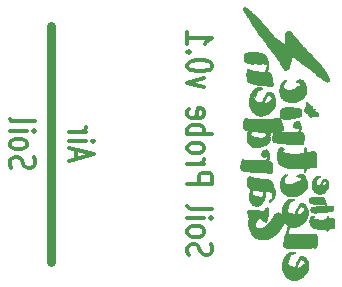
<source format=gbr>
G04 #@! TF.FileFunction,Legend,Bot*
%FSLAX46Y46*%
G04 Gerber Fmt 4.6, Leading zero omitted, Abs format (unit mm)*
G04 Created by KiCad (PCBNEW 4.0.7-e2-6376~61~ubuntu18.04.1) date Fri Jul  6 14:55:34 2018*
%MOMM*%
%LPD*%
G01*
G04 APERTURE LIST*
%ADD10C,0.100000*%
%ADD11C,0.360000*%
%ADD12C,0.750000*%
%ADD13C,0.010000*%
G04 APERTURE END LIST*
D10*
D11*
X144150000Y-82042857D02*
X144050000Y-81807143D01*
X144050000Y-81414286D01*
X144150000Y-81257143D01*
X144250000Y-81178572D01*
X144450000Y-81100000D01*
X144650000Y-81100000D01*
X144850000Y-81178572D01*
X144950000Y-81257143D01*
X145050000Y-81414286D01*
X145150000Y-81728572D01*
X145250000Y-81885714D01*
X145350000Y-81964286D01*
X145550000Y-82042857D01*
X145750000Y-82042857D01*
X145950000Y-81964286D01*
X146050000Y-81885714D01*
X146150000Y-81728572D01*
X146150000Y-81335714D01*
X146050000Y-81100000D01*
X144050000Y-80157143D02*
X144150000Y-80314285D01*
X144250000Y-80392857D01*
X144450000Y-80471428D01*
X145050000Y-80471428D01*
X145250000Y-80392857D01*
X145350000Y-80314285D01*
X145450000Y-80157143D01*
X145450000Y-79921428D01*
X145350000Y-79764285D01*
X145250000Y-79685714D01*
X145050000Y-79607143D01*
X144450000Y-79607143D01*
X144250000Y-79685714D01*
X144150000Y-79764285D01*
X144050000Y-79921428D01*
X144050000Y-80157143D01*
X144050000Y-78900000D02*
X145450000Y-78900000D01*
X146150000Y-78900000D02*
X146050000Y-78978571D01*
X145950000Y-78900000D01*
X146050000Y-78821428D01*
X146150000Y-78900000D01*
X145950000Y-78900000D01*
X144050000Y-77878572D02*
X144150000Y-78035714D01*
X144350000Y-78114286D01*
X146150000Y-78114286D01*
X149650000Y-81296428D02*
X149650000Y-80510714D01*
X149050000Y-81453571D02*
X151150000Y-80903571D01*
X149050000Y-80353571D01*
X149050000Y-79803571D02*
X150450000Y-79803571D01*
X151150000Y-79803571D02*
X151050000Y-79882142D01*
X150950000Y-79803571D01*
X151050000Y-79724999D01*
X151150000Y-79803571D01*
X150950000Y-79803571D01*
X149050000Y-79017857D02*
X150450000Y-79017857D01*
X150050000Y-79017857D02*
X150250000Y-78939285D01*
X150350000Y-78860714D01*
X150450000Y-78703571D01*
X150450000Y-78546428D01*
D12*
X147500000Y-70000000D02*
X147500000Y-90000000D01*
D11*
X159150000Y-89428572D02*
X159050000Y-89192858D01*
X159050000Y-88800001D01*
X159150000Y-88642858D01*
X159250000Y-88564287D01*
X159450000Y-88485715D01*
X159650000Y-88485715D01*
X159850000Y-88564287D01*
X159950000Y-88642858D01*
X160050000Y-88800001D01*
X160150000Y-89114287D01*
X160250000Y-89271429D01*
X160350000Y-89350001D01*
X160550000Y-89428572D01*
X160750000Y-89428572D01*
X160950000Y-89350001D01*
X161050000Y-89271429D01*
X161150000Y-89114287D01*
X161150000Y-88721429D01*
X161050000Y-88485715D01*
X159050000Y-87542858D02*
X159150000Y-87700000D01*
X159250000Y-87778572D01*
X159450000Y-87857143D01*
X160050000Y-87857143D01*
X160250000Y-87778572D01*
X160350000Y-87700000D01*
X160450000Y-87542858D01*
X160450000Y-87307143D01*
X160350000Y-87150000D01*
X160250000Y-87071429D01*
X160050000Y-86992858D01*
X159450000Y-86992858D01*
X159250000Y-87071429D01*
X159150000Y-87150000D01*
X159050000Y-87307143D01*
X159050000Y-87542858D01*
X159050000Y-86285715D02*
X160450000Y-86285715D01*
X161150000Y-86285715D02*
X161050000Y-86364286D01*
X160950000Y-86285715D01*
X161050000Y-86207143D01*
X161150000Y-86285715D01*
X160950000Y-86285715D01*
X159050000Y-85264287D02*
X159150000Y-85421429D01*
X159350000Y-85500001D01*
X161150000Y-85500001D01*
X159050000Y-83378572D02*
X161150000Y-83378572D01*
X161150000Y-82750000D01*
X161050000Y-82592858D01*
X160950000Y-82514286D01*
X160750000Y-82435715D01*
X160450000Y-82435715D01*
X160250000Y-82514286D01*
X160150000Y-82592858D01*
X160050000Y-82750000D01*
X160050000Y-83378572D01*
X159050000Y-81728572D02*
X160450000Y-81728572D01*
X160050000Y-81728572D02*
X160250000Y-81650000D01*
X160350000Y-81571429D01*
X160450000Y-81414286D01*
X160450000Y-81257143D01*
X159050000Y-80471429D02*
X159150000Y-80628571D01*
X159250000Y-80707143D01*
X159450000Y-80785714D01*
X160050000Y-80785714D01*
X160250000Y-80707143D01*
X160350000Y-80628571D01*
X160450000Y-80471429D01*
X160450000Y-80235714D01*
X160350000Y-80078571D01*
X160250000Y-80000000D01*
X160050000Y-79921429D01*
X159450000Y-79921429D01*
X159250000Y-80000000D01*
X159150000Y-80078571D01*
X159050000Y-80235714D01*
X159050000Y-80471429D01*
X159050000Y-79214286D02*
X161150000Y-79214286D01*
X160350000Y-79214286D02*
X160450000Y-79057143D01*
X160450000Y-78742857D01*
X160350000Y-78585714D01*
X160250000Y-78507143D01*
X160050000Y-78428572D01*
X159450000Y-78428572D01*
X159250000Y-78507143D01*
X159150000Y-78585714D01*
X159050000Y-78742857D01*
X159050000Y-79057143D01*
X159150000Y-79214286D01*
X159150000Y-77092857D02*
X159050000Y-77250000D01*
X159050000Y-77564286D01*
X159150000Y-77721429D01*
X159350000Y-77800000D01*
X160150000Y-77800000D01*
X160350000Y-77721429D01*
X160450000Y-77564286D01*
X160450000Y-77250000D01*
X160350000Y-77092857D01*
X160150000Y-77014286D01*
X159950000Y-77014286D01*
X159750000Y-77800000D01*
X160450000Y-75207143D02*
X159050000Y-74814286D01*
X160450000Y-74421428D01*
X161150000Y-73478571D02*
X161150000Y-73321428D01*
X161050000Y-73164285D01*
X160950000Y-73085714D01*
X160750000Y-73007143D01*
X160350000Y-72928571D01*
X159850000Y-72928571D01*
X159450000Y-73007143D01*
X159250000Y-73085714D01*
X159150000Y-73164285D01*
X159050000Y-73321428D01*
X159050000Y-73478571D01*
X159150000Y-73635714D01*
X159250000Y-73714285D01*
X159450000Y-73792857D01*
X159850000Y-73871428D01*
X160350000Y-73871428D01*
X160750000Y-73792857D01*
X160950000Y-73714285D01*
X161050000Y-73635714D01*
X161150000Y-73478571D01*
X159250000Y-72221428D02*
X159150000Y-72142856D01*
X159050000Y-72221428D01*
X159150000Y-72299999D01*
X159250000Y-72221428D01*
X159050000Y-72221428D01*
X159050000Y-70571428D02*
X159050000Y-71514285D01*
X159050000Y-71042857D02*
X161150000Y-71042857D01*
X160850000Y-71200000D01*
X160650000Y-71357142D01*
X160550000Y-71514285D01*
D13*
G36*
X166140087Y-81584483D02*
X166104980Y-81506904D01*
X166072623Y-81459620D01*
X166035024Y-81435355D01*
X165984186Y-81426834D01*
X165966230Y-81426275D01*
X165917375Y-81420484D01*
X165892563Y-81400624D01*
X165889714Y-81360293D01*
X165906742Y-81293088D01*
X165914858Y-81268376D01*
X165944814Y-81155750D01*
X165953966Y-81048016D01*
X165942418Y-80931559D01*
X165918276Y-80822694D01*
X165875526Y-80684744D01*
X165828278Y-80581274D01*
X165777409Y-80513353D01*
X165723796Y-80482052D01*
X165668314Y-80488438D01*
X165651902Y-80497556D01*
X165601065Y-80518076D01*
X165538315Y-80528012D01*
X165532187Y-80528160D01*
X165447708Y-80546022D01*
X165382787Y-80596681D01*
X165339264Y-80678104D01*
X165321424Y-80761053D01*
X165314876Y-80816300D01*
X165309758Y-80857453D01*
X165309461Y-80859692D01*
X165308533Y-80919179D01*
X165323185Y-80952695D01*
X165336115Y-80957441D01*
X165362453Y-80972363D01*
X165394789Y-81008823D01*
X165398991Y-81014892D01*
X165438165Y-81059784D01*
X165487644Y-81084247D01*
X165559538Y-81093378D01*
X165586709Y-81093887D01*
X165646044Y-81081385D01*
X165699519Y-81049567D01*
X165734569Y-81007628D01*
X165741538Y-80980548D01*
X165751462Y-80958687D01*
X165776011Y-80966015D01*
X165807351Y-80999744D01*
X165811123Y-81005321D01*
X165828146Y-81036398D01*
X165832638Y-81067609D01*
X165824633Y-81112605D01*
X165811519Y-81159937D01*
X165771855Y-81254847D01*
X165723088Y-81314932D01*
X165688322Y-81340979D01*
X165649489Y-81361935D01*
X165602343Y-81378216D01*
X165542638Y-81390241D01*
X165466129Y-81398428D01*
X165368571Y-81403195D01*
X165245717Y-81404960D01*
X165093323Y-81404141D01*
X164907142Y-81401156D01*
X164857385Y-81400173D01*
X164707439Y-81396842D01*
X164570083Y-81393236D01*
X164450187Y-81389526D01*
X164352620Y-81385883D01*
X164282250Y-81382480D01*
X164243948Y-81379488D01*
X164238513Y-81378349D01*
X164213015Y-81372798D01*
X164158676Y-81366391D01*
X164085684Y-81360258D01*
X164059076Y-81358476D01*
X163918515Y-81347872D01*
X163815758Y-81335992D01*
X163749548Y-81322645D01*
X163718629Y-81307635D01*
X163717328Y-81305874D01*
X163697402Y-81296434D01*
X163675298Y-81315719D01*
X163657616Y-81354374D01*
X163650923Y-81400006D01*
X163642066Y-81454348D01*
X163621033Y-81478081D01*
X163600208Y-81503480D01*
X163602076Y-81524000D01*
X163598032Y-81558845D01*
X163583120Y-81569919D01*
X163557116Y-81597000D01*
X163558624Y-81639632D01*
X163583965Y-81681884D01*
X163603623Y-81708591D01*
X163592610Y-81722241D01*
X163576353Y-81728016D01*
X163541347Y-81755391D01*
X163527657Y-81783517D01*
X163514732Y-81837769D01*
X163508046Y-81865923D01*
X163506038Y-81905646D01*
X163510334Y-81968492D01*
X163517636Y-82024800D01*
X163545445Y-82128759D01*
X163593634Y-82201544D01*
X163666479Y-82247584D01*
X163753735Y-82269404D01*
X163813934Y-82278354D01*
X163900790Y-82291638D01*
X164002376Y-82307417D01*
X164100307Y-82322830D01*
X164271043Y-82346711D01*
X164463551Y-82367481D01*
X164681471Y-82385410D01*
X164928445Y-82400770D01*
X165208114Y-82413830D01*
X165438692Y-82422186D01*
X165579892Y-82427206D01*
X165714277Y-82432781D01*
X165834932Y-82438564D01*
X165934942Y-82444206D01*
X166007394Y-82449358D01*
X166036875Y-82452337D01*
X166098361Y-82457332D01*
X166142648Y-82455337D01*
X166157169Y-82449502D01*
X166161294Y-82425339D01*
X166166306Y-82368646D01*
X166171771Y-82285948D01*
X166177253Y-82183768D01*
X166181998Y-82076696D01*
X166196254Y-81720998D01*
X166140087Y-81584483D01*
X166140087Y-81584483D01*
G37*
X166140087Y-81584483D02*
X166104980Y-81506904D01*
X166072623Y-81459620D01*
X166035024Y-81435355D01*
X165984186Y-81426834D01*
X165966230Y-81426275D01*
X165917375Y-81420484D01*
X165892563Y-81400624D01*
X165889714Y-81360293D01*
X165906742Y-81293088D01*
X165914858Y-81268376D01*
X165944814Y-81155750D01*
X165953966Y-81048016D01*
X165942418Y-80931559D01*
X165918276Y-80822694D01*
X165875526Y-80684744D01*
X165828278Y-80581274D01*
X165777409Y-80513353D01*
X165723796Y-80482052D01*
X165668314Y-80488438D01*
X165651902Y-80497556D01*
X165601065Y-80518076D01*
X165538315Y-80528012D01*
X165532187Y-80528160D01*
X165447708Y-80546022D01*
X165382787Y-80596681D01*
X165339264Y-80678104D01*
X165321424Y-80761053D01*
X165314876Y-80816300D01*
X165309758Y-80857453D01*
X165309461Y-80859692D01*
X165308533Y-80919179D01*
X165323185Y-80952695D01*
X165336115Y-80957441D01*
X165362453Y-80972363D01*
X165394789Y-81008823D01*
X165398991Y-81014892D01*
X165438165Y-81059784D01*
X165487644Y-81084247D01*
X165559538Y-81093378D01*
X165586709Y-81093887D01*
X165646044Y-81081385D01*
X165699519Y-81049567D01*
X165734569Y-81007628D01*
X165741538Y-80980548D01*
X165751462Y-80958687D01*
X165776011Y-80966015D01*
X165807351Y-80999744D01*
X165811123Y-81005321D01*
X165828146Y-81036398D01*
X165832638Y-81067609D01*
X165824633Y-81112605D01*
X165811519Y-81159937D01*
X165771855Y-81254847D01*
X165723088Y-81314932D01*
X165688322Y-81340979D01*
X165649489Y-81361935D01*
X165602343Y-81378216D01*
X165542638Y-81390241D01*
X165466129Y-81398428D01*
X165368571Y-81403195D01*
X165245717Y-81404960D01*
X165093323Y-81404141D01*
X164907142Y-81401156D01*
X164857385Y-81400173D01*
X164707439Y-81396842D01*
X164570083Y-81393236D01*
X164450187Y-81389526D01*
X164352620Y-81385883D01*
X164282250Y-81382480D01*
X164243948Y-81379488D01*
X164238513Y-81378349D01*
X164213015Y-81372798D01*
X164158676Y-81366391D01*
X164085684Y-81360258D01*
X164059076Y-81358476D01*
X163918515Y-81347872D01*
X163815758Y-81335992D01*
X163749548Y-81322645D01*
X163718629Y-81307635D01*
X163717328Y-81305874D01*
X163697402Y-81296434D01*
X163675298Y-81315719D01*
X163657616Y-81354374D01*
X163650923Y-81400006D01*
X163642066Y-81454348D01*
X163621033Y-81478081D01*
X163600208Y-81503480D01*
X163602076Y-81524000D01*
X163598032Y-81558845D01*
X163583120Y-81569919D01*
X163557116Y-81597000D01*
X163558624Y-81639632D01*
X163583965Y-81681884D01*
X163603623Y-81708591D01*
X163592610Y-81722241D01*
X163576353Y-81728016D01*
X163541347Y-81755391D01*
X163527657Y-81783517D01*
X163514732Y-81837769D01*
X163508046Y-81865923D01*
X163506038Y-81905646D01*
X163510334Y-81968492D01*
X163517636Y-82024800D01*
X163545445Y-82128759D01*
X163593634Y-82201544D01*
X163666479Y-82247584D01*
X163753735Y-82269404D01*
X163813934Y-82278354D01*
X163900790Y-82291638D01*
X164002376Y-82307417D01*
X164100307Y-82322830D01*
X164271043Y-82346711D01*
X164463551Y-82367481D01*
X164681471Y-82385410D01*
X164928445Y-82400770D01*
X165208114Y-82413830D01*
X165438692Y-82422186D01*
X165579892Y-82427206D01*
X165714277Y-82432781D01*
X165834932Y-82438564D01*
X165934942Y-82444206D01*
X166007394Y-82449358D01*
X166036875Y-82452337D01*
X166098361Y-82457332D01*
X166142648Y-82455337D01*
X166157169Y-82449502D01*
X166161294Y-82425339D01*
X166166306Y-82368646D01*
X166171771Y-82285948D01*
X166177253Y-82183768D01*
X166181998Y-82076696D01*
X166196254Y-81720998D01*
X166140087Y-81584483D01*
G36*
X168836943Y-79163045D02*
X168807187Y-79093241D01*
X168784137Y-79051469D01*
X168760226Y-79029385D01*
X168727886Y-79018645D01*
X168702046Y-79014288D01*
X168636211Y-79002162D01*
X168600246Y-78984887D01*
X168589517Y-78953759D01*
X168599391Y-78900072D01*
X168614436Y-78849682D01*
X168640173Y-78751180D01*
X168650325Y-78662028D01*
X168644830Y-78568785D01*
X168623620Y-78458009D01*
X168612319Y-78412007D01*
X168569185Y-78271655D01*
X168521024Y-78167872D01*
X168468323Y-78101213D01*
X168411572Y-78072233D01*
X168351260Y-78081485D01*
X168330929Y-78092846D01*
X168278330Y-78114433D01*
X168214653Y-78124794D01*
X168208956Y-78124929D01*
X168138623Y-78135481D01*
X168088307Y-78162499D01*
X168066837Y-78200980D01*
X168066615Y-78205592D01*
X168054549Y-78243923D01*
X168047842Y-78252496D01*
X168031773Y-78285152D01*
X168017198Y-78351083D01*
X168005293Y-78436923D01*
X168003529Y-78498353D01*
X168013128Y-78538673D01*
X168032018Y-78549309D01*
X168032423Y-78549178D01*
X168058039Y-78558462D01*
X168088003Y-78592084D01*
X168091047Y-78596883D01*
X168131222Y-78642814D01*
X168177480Y-78672679D01*
X168240687Y-78682813D01*
X168309399Y-78673037D01*
X168372484Y-78647803D01*
X168418806Y-78611563D01*
X168437232Y-78568808D01*
X168445429Y-78538933D01*
X168468025Y-78545116D01*
X168503445Y-78585649D01*
X168524678Y-78620752D01*
X168529742Y-78655292D01*
X168519951Y-78705625D01*
X168514650Y-78725052D01*
X168465553Y-78834743D01*
X168387764Y-78918190D01*
X168282838Y-78973752D01*
X168276954Y-78975754D01*
X168244688Y-78985255D01*
X168208836Y-78992547D01*
X168164589Y-78997772D01*
X168107144Y-79001074D01*
X168031695Y-79002594D01*
X167933435Y-79002474D01*
X167807558Y-79000858D01*
X167649260Y-78997887D01*
X167579365Y-78996428D01*
X167423809Y-78992621D01*
X167275137Y-78988047D01*
X167139449Y-78982965D01*
X167022843Y-78977632D01*
X166931421Y-78972309D01*
X166871281Y-78967253D01*
X166860972Y-78965935D01*
X166790060Y-78958057D01*
X166729981Y-78955806D01*
X166699779Y-78958576D01*
X166668202Y-78959316D01*
X166659846Y-78949725D01*
X166677831Y-78939306D01*
X166725718Y-78928417D01*
X166794403Y-78918945D01*
X166820267Y-78916437D01*
X166928880Y-78900903D01*
X167023594Y-78875871D01*
X167096126Y-78844178D01*
X167138195Y-78808661D01*
X167139098Y-78807249D01*
X167143024Y-78782243D01*
X167139114Y-78730454D01*
X167126961Y-78649291D01*
X167106162Y-78536165D01*
X167076312Y-78388487D01*
X167065989Y-78339231D01*
X167038978Y-78230160D01*
X167004428Y-78118380D01*
X166965899Y-78013323D01*
X166926950Y-77924420D01*
X166891140Y-77861102D01*
X166880176Y-77846922D01*
X166840739Y-77826642D01*
X166772608Y-77815904D01*
X166684960Y-77814620D01*
X166586974Y-77822706D01*
X166487827Y-77840075D01*
X166444923Y-77850998D01*
X166310085Y-77881621D01*
X166154804Y-77902076D01*
X165974925Y-77912578D01*
X165766290Y-77913342D01*
X165524745Y-77904581D01*
X165468000Y-77901468D01*
X165306456Y-77892991D01*
X165179142Y-77888363D01*
X165081403Y-77887558D01*
X165008583Y-77890550D01*
X164956027Y-77897311D01*
X164950230Y-77898511D01*
X164885368Y-77906219D01*
X164790959Y-77909092D01*
X164675514Y-77907675D01*
X164547541Y-77902512D01*
X164415552Y-77894150D01*
X164288056Y-77883133D01*
X164173563Y-77870007D01*
X164080582Y-77855316D01*
X164017624Y-77839607D01*
X164014830Y-77838584D01*
X163967471Y-77822182D01*
X163939439Y-77815234D01*
X163936474Y-77815759D01*
X163924064Y-77833081D01*
X163895017Y-77871477D01*
X163870046Y-77903954D01*
X163824469Y-77982021D01*
X163784623Y-78085727D01*
X163752395Y-78204853D01*
X163729674Y-78329179D01*
X163718346Y-78448486D01*
X163720300Y-78552556D01*
X163736263Y-78628225D01*
X163773200Y-78696549D01*
X163829402Y-78750153D01*
X163911824Y-78794153D01*
X164007500Y-78827766D01*
X164088693Y-78854280D01*
X164136704Y-78878542D01*
X164156219Y-78907941D01*
X164151927Y-78949866D01*
X164128512Y-79011706D01*
X164126773Y-79015806D01*
X164113582Y-79057563D01*
X164103324Y-79116697D01*
X164095449Y-79198781D01*
X164089404Y-79309388D01*
X164085107Y-79436646D01*
X164075591Y-79781831D01*
X164145900Y-79907556D01*
X164232422Y-80031931D01*
X164340832Y-80130801D01*
X164477334Y-80209318D01*
X164542091Y-80236527D01*
X164711785Y-80281991D01*
X164899154Y-80295998D01*
X165099048Y-80278808D01*
X165306314Y-80230680D01*
X165327905Y-80223296D01*
X165327905Y-79506901D01*
X165281666Y-79505997D01*
X165228648Y-79496228D01*
X165144514Y-79480683D01*
X165052444Y-79466684D01*
X165018615Y-79462437D01*
X164922250Y-79448674D01*
X164802354Y-79427396D01*
X164673119Y-79401280D01*
X164565608Y-79377056D01*
X164509568Y-79354654D01*
X164443455Y-79315667D01*
X164403963Y-79286464D01*
X164356559Y-79244731D01*
X164331277Y-79209377D01*
X164328215Y-79171524D01*
X164347474Y-79122297D01*
X164389151Y-79052817D01*
X164406873Y-79025419D01*
X164475313Y-78920300D01*
X164595541Y-78932094D01*
X164652673Y-78936859D01*
X164740514Y-78943138D01*
X164850750Y-78950386D01*
X164975067Y-78958058D01*
X165105152Y-78965609D01*
X165116307Y-78966233D01*
X165267779Y-78975376D01*
X165385122Y-78984652D01*
X165473267Y-78995315D01*
X165537145Y-79008620D01*
X165581689Y-79025820D01*
X165611829Y-79048171D01*
X165632497Y-79076927D01*
X165643464Y-79100309D01*
X165664966Y-79140976D01*
X165684054Y-79159706D01*
X165685293Y-79159846D01*
X165696324Y-79177111D01*
X165702152Y-79219919D01*
X165702426Y-79233115D01*
X165699678Y-79267864D01*
X165688090Y-79297614D01*
X165662589Y-79326712D01*
X165618101Y-79359501D01*
X165549555Y-79400325D01*
X165451877Y-79453529D01*
X165433802Y-79463163D01*
X165372784Y-79493563D01*
X165327905Y-79506901D01*
X165327905Y-80223296D01*
X165418177Y-80192419D01*
X165564469Y-80130468D01*
X165679628Y-80065466D01*
X165771439Y-79990821D01*
X165847685Y-79899941D01*
X165916149Y-79786232D01*
X165930390Y-79758591D01*
X166017541Y-79585567D01*
X165997034Y-79417915D01*
X165987832Y-79332676D01*
X165985652Y-79277168D01*
X165990824Y-79242624D01*
X166003680Y-79220275D01*
X166004528Y-79219323D01*
X166021574Y-79186786D01*
X166020233Y-79138762D01*
X166014500Y-79110614D01*
X166003032Y-79058752D01*
X165996521Y-79024684D01*
X165996004Y-79020175D01*
X166013640Y-79012376D01*
X166060615Y-79003497D01*
X166127295Y-78995300D01*
X166137192Y-78994351D01*
X166211617Y-78986650D01*
X166273351Y-78978841D01*
X166309618Y-78972550D01*
X166310616Y-78972281D01*
X166339433Y-78978782D01*
X166353658Y-79008423D01*
X166349997Y-79046936D01*
X166333824Y-79072769D01*
X166314365Y-79108294D01*
X166315028Y-79130040D01*
X166308474Y-79157973D01*
X166287618Y-79169932D01*
X166255059Y-79195348D01*
X166254716Y-79234546D01*
X166278846Y-79270099D01*
X166305495Y-79307034D01*
X166296305Y-79330893D01*
X166273251Y-79340262D01*
X166238987Y-79367812D01*
X166217269Y-79423082D01*
X166207850Y-79496870D01*
X166210480Y-79579974D01*
X166224911Y-79663191D01*
X166250892Y-79737318D01*
X166285425Y-79790273D01*
X166315972Y-79818601D01*
X166352706Y-79841026D01*
X166402204Y-79859504D01*
X166471041Y-79875989D01*
X166565793Y-79892434D01*
X166689153Y-79910262D01*
X166841654Y-79930137D01*
X166987882Y-79946686D01*
X167134933Y-79960405D01*
X167289907Y-79971789D01*
X167459901Y-79981333D01*
X167652012Y-79989535D01*
X167873340Y-79996888D01*
X167968923Y-79999628D01*
X168127697Y-80004693D01*
X168279155Y-80010791D01*
X168417365Y-80017590D01*
X168536395Y-80024755D01*
X168630316Y-80031952D01*
X168693195Y-80038848D01*
X168706887Y-80041151D01*
X168786499Y-80053355D01*
X168835870Y-80052519D01*
X168848169Y-80046876D01*
X168854779Y-80022211D01*
X168861824Y-79964962D01*
X168868761Y-79881608D01*
X168875052Y-79778631D01*
X168880102Y-79664004D01*
X168893254Y-79299912D01*
X168836943Y-79163045D01*
X168836943Y-79163045D01*
G37*
X168836943Y-79163045D02*
X168807187Y-79093241D01*
X168784137Y-79051469D01*
X168760226Y-79029385D01*
X168727886Y-79018645D01*
X168702046Y-79014288D01*
X168636211Y-79002162D01*
X168600246Y-78984887D01*
X168589517Y-78953759D01*
X168599391Y-78900072D01*
X168614436Y-78849682D01*
X168640173Y-78751180D01*
X168650325Y-78662028D01*
X168644830Y-78568785D01*
X168623620Y-78458009D01*
X168612319Y-78412007D01*
X168569185Y-78271655D01*
X168521024Y-78167872D01*
X168468323Y-78101213D01*
X168411572Y-78072233D01*
X168351260Y-78081485D01*
X168330929Y-78092846D01*
X168278330Y-78114433D01*
X168214653Y-78124794D01*
X168208956Y-78124929D01*
X168138623Y-78135481D01*
X168088307Y-78162499D01*
X168066837Y-78200980D01*
X168066615Y-78205592D01*
X168054549Y-78243923D01*
X168047842Y-78252496D01*
X168031773Y-78285152D01*
X168017198Y-78351083D01*
X168005293Y-78436923D01*
X168003529Y-78498353D01*
X168013128Y-78538673D01*
X168032018Y-78549309D01*
X168032423Y-78549178D01*
X168058039Y-78558462D01*
X168088003Y-78592084D01*
X168091047Y-78596883D01*
X168131222Y-78642814D01*
X168177480Y-78672679D01*
X168240687Y-78682813D01*
X168309399Y-78673037D01*
X168372484Y-78647803D01*
X168418806Y-78611563D01*
X168437232Y-78568808D01*
X168445429Y-78538933D01*
X168468025Y-78545116D01*
X168503445Y-78585649D01*
X168524678Y-78620752D01*
X168529742Y-78655292D01*
X168519951Y-78705625D01*
X168514650Y-78725052D01*
X168465553Y-78834743D01*
X168387764Y-78918190D01*
X168282838Y-78973752D01*
X168276954Y-78975754D01*
X168244688Y-78985255D01*
X168208836Y-78992547D01*
X168164589Y-78997772D01*
X168107144Y-79001074D01*
X168031695Y-79002594D01*
X167933435Y-79002474D01*
X167807558Y-79000858D01*
X167649260Y-78997887D01*
X167579365Y-78996428D01*
X167423809Y-78992621D01*
X167275137Y-78988047D01*
X167139449Y-78982965D01*
X167022843Y-78977632D01*
X166931421Y-78972309D01*
X166871281Y-78967253D01*
X166860972Y-78965935D01*
X166790060Y-78958057D01*
X166729981Y-78955806D01*
X166699779Y-78958576D01*
X166668202Y-78959316D01*
X166659846Y-78949725D01*
X166677831Y-78939306D01*
X166725718Y-78928417D01*
X166794403Y-78918945D01*
X166820267Y-78916437D01*
X166928880Y-78900903D01*
X167023594Y-78875871D01*
X167096126Y-78844178D01*
X167138195Y-78808661D01*
X167139098Y-78807249D01*
X167143024Y-78782243D01*
X167139114Y-78730454D01*
X167126961Y-78649291D01*
X167106162Y-78536165D01*
X167076312Y-78388487D01*
X167065989Y-78339231D01*
X167038978Y-78230160D01*
X167004428Y-78118380D01*
X166965899Y-78013323D01*
X166926950Y-77924420D01*
X166891140Y-77861102D01*
X166880176Y-77846922D01*
X166840739Y-77826642D01*
X166772608Y-77815904D01*
X166684960Y-77814620D01*
X166586974Y-77822706D01*
X166487827Y-77840075D01*
X166444923Y-77850998D01*
X166310085Y-77881621D01*
X166154804Y-77902076D01*
X165974925Y-77912578D01*
X165766290Y-77913342D01*
X165524745Y-77904581D01*
X165468000Y-77901468D01*
X165306456Y-77892991D01*
X165179142Y-77888363D01*
X165081403Y-77887558D01*
X165008583Y-77890550D01*
X164956027Y-77897311D01*
X164950230Y-77898511D01*
X164885368Y-77906219D01*
X164790959Y-77909092D01*
X164675514Y-77907675D01*
X164547541Y-77902512D01*
X164415552Y-77894150D01*
X164288056Y-77883133D01*
X164173563Y-77870007D01*
X164080582Y-77855316D01*
X164017624Y-77839607D01*
X164014830Y-77838584D01*
X163967471Y-77822182D01*
X163939439Y-77815234D01*
X163936474Y-77815759D01*
X163924064Y-77833081D01*
X163895017Y-77871477D01*
X163870046Y-77903954D01*
X163824469Y-77982021D01*
X163784623Y-78085727D01*
X163752395Y-78204853D01*
X163729674Y-78329179D01*
X163718346Y-78448486D01*
X163720300Y-78552556D01*
X163736263Y-78628225D01*
X163773200Y-78696549D01*
X163829402Y-78750153D01*
X163911824Y-78794153D01*
X164007500Y-78827766D01*
X164088693Y-78854280D01*
X164136704Y-78878542D01*
X164156219Y-78907941D01*
X164151927Y-78949866D01*
X164128512Y-79011706D01*
X164126773Y-79015806D01*
X164113582Y-79057563D01*
X164103324Y-79116697D01*
X164095449Y-79198781D01*
X164089404Y-79309388D01*
X164085107Y-79436646D01*
X164075591Y-79781831D01*
X164145900Y-79907556D01*
X164232422Y-80031931D01*
X164340832Y-80130801D01*
X164477334Y-80209318D01*
X164542091Y-80236527D01*
X164711785Y-80281991D01*
X164899154Y-80295998D01*
X165099048Y-80278808D01*
X165306314Y-80230680D01*
X165327905Y-80223296D01*
X165327905Y-79506901D01*
X165281666Y-79505997D01*
X165228648Y-79496228D01*
X165144514Y-79480683D01*
X165052444Y-79466684D01*
X165018615Y-79462437D01*
X164922250Y-79448674D01*
X164802354Y-79427396D01*
X164673119Y-79401280D01*
X164565608Y-79377056D01*
X164509568Y-79354654D01*
X164443455Y-79315667D01*
X164403963Y-79286464D01*
X164356559Y-79244731D01*
X164331277Y-79209377D01*
X164328215Y-79171524D01*
X164347474Y-79122297D01*
X164389151Y-79052817D01*
X164406873Y-79025419D01*
X164475313Y-78920300D01*
X164595541Y-78932094D01*
X164652673Y-78936859D01*
X164740514Y-78943138D01*
X164850750Y-78950386D01*
X164975067Y-78958058D01*
X165105152Y-78965609D01*
X165116307Y-78966233D01*
X165267779Y-78975376D01*
X165385122Y-78984652D01*
X165473267Y-78995315D01*
X165537145Y-79008620D01*
X165581689Y-79025820D01*
X165611829Y-79048171D01*
X165632497Y-79076927D01*
X165643464Y-79100309D01*
X165664966Y-79140976D01*
X165684054Y-79159706D01*
X165685293Y-79159846D01*
X165696324Y-79177111D01*
X165702152Y-79219919D01*
X165702426Y-79233115D01*
X165699678Y-79267864D01*
X165688090Y-79297614D01*
X165662589Y-79326712D01*
X165618101Y-79359501D01*
X165549555Y-79400325D01*
X165451877Y-79453529D01*
X165433802Y-79463163D01*
X165372784Y-79493563D01*
X165327905Y-79506901D01*
X165327905Y-80223296D01*
X165418177Y-80192419D01*
X165564469Y-80130468D01*
X165679628Y-80065466D01*
X165771439Y-79990821D01*
X165847685Y-79899941D01*
X165916149Y-79786232D01*
X165930390Y-79758591D01*
X166017541Y-79585567D01*
X165997034Y-79417915D01*
X165987832Y-79332676D01*
X165985652Y-79277168D01*
X165990824Y-79242624D01*
X166003680Y-79220275D01*
X166004528Y-79219323D01*
X166021574Y-79186786D01*
X166020233Y-79138762D01*
X166014500Y-79110614D01*
X166003032Y-79058752D01*
X165996521Y-79024684D01*
X165996004Y-79020175D01*
X166013640Y-79012376D01*
X166060615Y-79003497D01*
X166127295Y-78995300D01*
X166137192Y-78994351D01*
X166211617Y-78986650D01*
X166273351Y-78978841D01*
X166309618Y-78972550D01*
X166310616Y-78972281D01*
X166339433Y-78978782D01*
X166353658Y-79008423D01*
X166349997Y-79046936D01*
X166333824Y-79072769D01*
X166314365Y-79108294D01*
X166315028Y-79130040D01*
X166308474Y-79157973D01*
X166287618Y-79169932D01*
X166255059Y-79195348D01*
X166254716Y-79234546D01*
X166278846Y-79270099D01*
X166305495Y-79307034D01*
X166296305Y-79330893D01*
X166273251Y-79340262D01*
X166238987Y-79367812D01*
X166217269Y-79423082D01*
X166207850Y-79496870D01*
X166210480Y-79579974D01*
X166224911Y-79663191D01*
X166250892Y-79737318D01*
X166285425Y-79790273D01*
X166315972Y-79818601D01*
X166352706Y-79841026D01*
X166402204Y-79859504D01*
X166471041Y-79875989D01*
X166565793Y-79892434D01*
X166689153Y-79910262D01*
X166841654Y-79930137D01*
X166987882Y-79946686D01*
X167134933Y-79960405D01*
X167289907Y-79971789D01*
X167459901Y-79981333D01*
X167652012Y-79989535D01*
X167873340Y-79996888D01*
X167968923Y-79999628D01*
X168127697Y-80004693D01*
X168279155Y-80010791D01*
X168417365Y-80017590D01*
X168536395Y-80024755D01*
X168630316Y-80031952D01*
X168693195Y-80038848D01*
X168706887Y-80041151D01*
X168786499Y-80053355D01*
X168835870Y-80052519D01*
X168848169Y-80046876D01*
X168854779Y-80022211D01*
X168861824Y-79964962D01*
X168868761Y-79881608D01*
X168875052Y-79778631D01*
X168880102Y-79664004D01*
X168893254Y-79299912D01*
X168836943Y-79163045D01*
G36*
X171047059Y-74532213D02*
X171022624Y-74472048D01*
X170986275Y-74392088D01*
X170941593Y-74299487D01*
X170892156Y-74201400D01*
X170841547Y-74104982D01*
X170793344Y-74017388D01*
X170751128Y-73945772D01*
X170728680Y-73911302D01*
X170689720Y-73852686D01*
X170653038Y-73794078D01*
X170596841Y-73704826D01*
X170532273Y-73611100D01*
X170457343Y-73510628D01*
X170370058Y-73401143D01*
X170268426Y-73280372D01*
X170150457Y-73146046D01*
X170014157Y-72995894D01*
X169857535Y-72827647D01*
X169678599Y-72639033D01*
X169475357Y-72427784D01*
X169258039Y-72204154D01*
X169100709Y-72042538D01*
X168967055Y-71904292D01*
X168853182Y-71785094D01*
X168755196Y-71680621D01*
X168669202Y-71586550D01*
X168591305Y-71498558D01*
X168517613Y-71412323D01*
X168444229Y-71323522D01*
X168367260Y-71227831D01*
X168287262Y-71126596D01*
X168219659Y-71043407D01*
X168152472Y-70965675D01*
X168093258Y-70901848D01*
X168049572Y-70860371D01*
X168047859Y-70858979D01*
X167999618Y-70812445D01*
X167941536Y-70745140D01*
X167884223Y-70669590D01*
X167869835Y-70648779D01*
X167817747Y-70577606D01*
X167764997Y-70515471D01*
X167720590Y-70472687D01*
X167708700Y-70464203D01*
X167626257Y-70432351D01*
X167538181Y-70428080D01*
X167456443Y-70449954D01*
X167393012Y-70496541D01*
X167388050Y-70502615D01*
X167369135Y-70533178D01*
X167353299Y-70574574D01*
X167339851Y-70631426D01*
X167328098Y-70708361D01*
X167317349Y-70810003D01*
X167306911Y-70940978D01*
X167296093Y-71105912D01*
X167294929Y-71125019D01*
X167286571Y-71255025D01*
X167278108Y-71372342D01*
X167270029Y-71471222D01*
X167262824Y-71545916D01*
X167256983Y-71590675D01*
X167254414Y-71600654D01*
X167233878Y-71600671D01*
X167193816Y-71573734D01*
X167160678Y-71544111D01*
X167106047Y-71495913D01*
X167032625Y-71436725D01*
X166954015Y-71377412D01*
X166933384Y-71362586D01*
X166662060Y-71157667D01*
X166404621Y-70938823D01*
X166167722Y-70712279D01*
X165958016Y-70484261D01*
X165841501Y-70340890D01*
X165761824Y-70239679D01*
X165671065Y-70128225D01*
X165581313Y-70021193D01*
X165515525Y-69945414D01*
X165438816Y-69857617D01*
X165358591Y-69763350D01*
X165285635Y-69675404D01*
X165241455Y-69620371D01*
X165123037Y-69477624D01*
X164993226Y-69338058D01*
X164844331Y-69193802D01*
X164686461Y-69052421D01*
X164602125Y-68978111D01*
X164519898Y-68903942D01*
X164448667Y-68838036D01*
X164397319Y-68788517D01*
X164393384Y-68784540D01*
X164333547Y-68729897D01*
X164256768Y-68668787D01*
X164170380Y-68606047D01*
X164081717Y-68546515D01*
X163998112Y-68495031D01*
X163926899Y-68456431D01*
X163875411Y-68435555D01*
X163860888Y-68433231D01*
X163820501Y-68450117D01*
X163781888Y-68491917D01*
X163755046Y-68545345D01*
X163748615Y-68582433D01*
X163762280Y-68640337D01*
X163798406Y-68706522D01*
X163806687Y-68717943D01*
X163841242Y-68771416D01*
X163862328Y-68819055D01*
X163865302Y-68835175D01*
X163877553Y-68872242D01*
X163895153Y-68904498D01*
X163895153Y-68765385D01*
X163885384Y-68755615D01*
X163895153Y-68745846D01*
X163904923Y-68755615D01*
X163895153Y-68765385D01*
X163895153Y-68904498D01*
X163911727Y-68934875D01*
X163934230Y-68970285D01*
X163934230Y-68530923D01*
X163924461Y-68521154D01*
X163934230Y-68511385D01*
X163944000Y-68521154D01*
X163934230Y-68530923D01*
X163934230Y-68970285D01*
X163964871Y-69018503D01*
X163992846Y-69058974D01*
X163992846Y-68980308D01*
X163983076Y-68970538D01*
X163992846Y-68960769D01*
X164002615Y-68970538D01*
X163992846Y-68980308D01*
X163992846Y-69058974D01*
X164034031Y-69118557D01*
X164071000Y-69168873D01*
X164071000Y-68609077D01*
X164061230Y-68599308D01*
X164071000Y-68589538D01*
X164080769Y-68599308D01*
X164071000Y-68609077D01*
X164071000Y-69168873D01*
X164116253Y-69230466D01*
X164129615Y-69248020D01*
X164129615Y-68648154D01*
X164119846Y-68638385D01*
X164129615Y-68628615D01*
X164139384Y-68638385D01*
X164129615Y-68648154D01*
X164129615Y-69248020D01*
X164145820Y-69269309D01*
X164226417Y-69379013D01*
X164320525Y-69514922D01*
X164422901Y-69668959D01*
X164528305Y-69833046D01*
X164631493Y-69999105D01*
X164727224Y-70159059D01*
X164760800Y-70216985D01*
X164833000Y-70340411D01*
X164833000Y-70250308D01*
X164823230Y-70240538D01*
X164833000Y-70230769D01*
X164842769Y-70240538D01*
X164833000Y-70250308D01*
X164833000Y-70340411D01*
X164852173Y-70373188D01*
X164911153Y-70468674D01*
X164911153Y-70387077D01*
X164901384Y-70377308D01*
X164911153Y-70367538D01*
X164920923Y-70377308D01*
X164911153Y-70387077D01*
X164911153Y-70468674D01*
X164936813Y-70510217D01*
X165021272Y-70637562D01*
X165106538Y-70756929D01*
X165106538Y-70680154D01*
X165096769Y-70670385D01*
X165106538Y-70660615D01*
X165116307Y-70670385D01*
X165106538Y-70680154D01*
X165106538Y-70756929D01*
X165112100Y-70764716D01*
X165215849Y-70901171D01*
X165339071Y-71056421D01*
X165346693Y-71065878D01*
X165414595Y-71151170D01*
X165499354Y-71259314D01*
X165594427Y-71381864D01*
X165614538Y-71408011D01*
X165614538Y-71324923D01*
X165604769Y-71315154D01*
X165614538Y-71305385D01*
X165624307Y-71315154D01*
X165614538Y-71324923D01*
X165614538Y-71408011D01*
X165693271Y-71510375D01*
X165712230Y-71535244D01*
X165712230Y-70269846D01*
X165702461Y-70260077D01*
X165712230Y-70250308D01*
X165722000Y-70260077D01*
X165712230Y-70269846D01*
X165712230Y-71535244D01*
X165789345Y-71636401D01*
X165819787Y-71676615D01*
X165907615Y-71792132D01*
X165907615Y-71715692D01*
X165897846Y-71705923D01*
X165907615Y-71696154D01*
X165907615Y-70523846D01*
X165897846Y-70514077D01*
X165907615Y-70504308D01*
X165917384Y-70514077D01*
X165907615Y-70523846D01*
X165907615Y-71696154D01*
X165917384Y-71705923D01*
X165907615Y-71715692D01*
X165907615Y-71792132D01*
X165908836Y-71793738D01*
X165966230Y-71868367D01*
X165966230Y-71793846D01*
X165956461Y-71784077D01*
X165966230Y-71774308D01*
X165976000Y-71784077D01*
X165966230Y-71793846D01*
X165966230Y-71868367D01*
X165998574Y-71910424D01*
X166024846Y-71944203D01*
X166024846Y-71872000D01*
X166015076Y-71862231D01*
X166024846Y-71852462D01*
X166034615Y-71862231D01*
X166024846Y-71872000D01*
X166024846Y-71944203D01*
X166083609Y-72019759D01*
X166158547Y-72114830D01*
X166217998Y-72188722D01*
X166238849Y-72213923D01*
X166300792Y-72290458D01*
X166358772Y-72366910D01*
X166404223Y-72431772D01*
X166420672Y-72458154D01*
X166453020Y-72511019D01*
X166500744Y-72584902D01*
X166556702Y-72668884D01*
X166599611Y-72731692D01*
X166669615Y-72833851D01*
X166669615Y-72751231D01*
X166659846Y-72741462D01*
X166669615Y-72731692D01*
X166679384Y-72741462D01*
X166669615Y-72751231D01*
X166669615Y-72833851D01*
X166693913Y-72869310D01*
X166772997Y-72987938D01*
X166844887Y-73099999D01*
X166884538Y-73164297D01*
X166884538Y-71403077D01*
X166874769Y-71393308D01*
X166884538Y-71383538D01*
X166894307Y-71393308D01*
X166884538Y-71403077D01*
X166884538Y-73164297D01*
X166904076Y-73195981D01*
X166904076Y-73102923D01*
X166894307Y-73093154D01*
X166904076Y-73083385D01*
X166913846Y-73093154D01*
X166904076Y-73102923D01*
X166904076Y-73195981D01*
X166917604Y-73217919D01*
X166962692Y-73292939D01*
X166962692Y-73200615D01*
X166952923Y-73190846D01*
X166962692Y-73181077D01*
X166972461Y-73190846D01*
X166962692Y-73200615D01*
X166962692Y-73292939D01*
X166971790Y-73308077D01*
X167021307Y-73389967D01*
X167021307Y-73298308D01*
X167011538Y-73288538D01*
X167021307Y-73278769D01*
X167031076Y-73288538D01*
X167021307Y-73298308D01*
X167021307Y-73389967D01*
X167053868Y-73443816D01*
X167079923Y-73484808D01*
X167079923Y-73396000D01*
X167070153Y-73386231D01*
X167079923Y-73376462D01*
X167089692Y-73386231D01*
X167079923Y-73396000D01*
X167079923Y-73484808D01*
X167120692Y-73548951D01*
X167175631Y-73627229D01*
X167216692Y-73676024D01*
X167216692Y-73610923D01*
X167206923Y-73601154D01*
X167216692Y-73591385D01*
X167226461Y-73601154D01*
X167216692Y-73610923D01*
X167216692Y-73676024D01*
X167222056Y-73682399D01*
X167263340Y-73718208D01*
X167294846Y-73734311D01*
X167294846Y-73689077D01*
X167285076Y-73679308D01*
X167294846Y-73669538D01*
X167304615Y-73679308D01*
X167294846Y-73689077D01*
X167294846Y-73734311D01*
X167302852Y-73738403D01*
X167333923Y-73744698D01*
X167333923Y-71344462D01*
X167324153Y-71334692D01*
X167333923Y-71324923D01*
X167343692Y-71334692D01*
X167333923Y-71344462D01*
X167333923Y-73744698D01*
X167343963Y-73746733D01*
X167367145Y-73747619D01*
X167417725Y-73735489D01*
X167480635Y-73705093D01*
X167490230Y-73698652D01*
X167490230Y-73650000D01*
X167480461Y-73640231D01*
X167490230Y-73630462D01*
X167500000Y-73640231D01*
X167490230Y-73650000D01*
X167490230Y-73698652D01*
X167540014Y-73665227D01*
X167573961Y-73632873D01*
X167587923Y-73612925D01*
X167587923Y-73513231D01*
X167578153Y-73503462D01*
X167587923Y-73493692D01*
X167597692Y-73503462D01*
X167587923Y-73513231D01*
X167587923Y-73612925D01*
X167594985Y-73602834D01*
X167615382Y-73563261D01*
X167627000Y-73533916D01*
X167627000Y-73396000D01*
X167617230Y-73386231D01*
X167627000Y-73376462D01*
X167636769Y-73386231D01*
X167627000Y-73396000D01*
X167627000Y-73533916D01*
X167636716Y-73509375D01*
X167660553Y-73436395D01*
X167688457Y-73339543D01*
X167721991Y-73214039D01*
X167761592Y-73059561D01*
X167783307Y-72974719D01*
X167783307Y-72770769D01*
X167773538Y-72761000D01*
X167783307Y-72751231D01*
X167793076Y-72761000D01*
X167783307Y-72770769D01*
X167783307Y-72974719D01*
X167793626Y-72934401D01*
X167822384Y-72824486D01*
X167822384Y-72634000D01*
X167812615Y-72624231D01*
X167822384Y-72614462D01*
X167832153Y-72624231D01*
X167822384Y-72634000D01*
X167822384Y-72824486D01*
X167823775Y-72819169D01*
X167850305Y-72720285D01*
X167871486Y-72644169D01*
X167885586Y-72597241D01*
X167888598Y-72588721D01*
X167910342Y-72533672D01*
X167964056Y-72572757D01*
X168002030Y-72602730D01*
X168017769Y-72615900D01*
X168017769Y-72555846D01*
X168008000Y-72546077D01*
X168017769Y-72536308D01*
X168027538Y-72546077D01*
X168017769Y-72555846D01*
X168017769Y-72615900D01*
X168059537Y-72650854D01*
X168127086Y-72709115D01*
X168164307Y-72741890D01*
X168232692Y-72800032D01*
X168232692Y-71149077D01*
X168222923Y-71139308D01*
X168232692Y-71129538D01*
X168242461Y-71139308D01*
X168232692Y-71149077D01*
X168232692Y-72800032D01*
X168320007Y-72874270D01*
X168369461Y-72913618D01*
X168369461Y-71324923D01*
X168359692Y-71315154D01*
X168369461Y-71305385D01*
X168379230Y-71315154D01*
X168369461Y-71324923D01*
X168369461Y-72913618D01*
X168501577Y-73018739D01*
X168700500Y-73168823D01*
X168908260Y-73318050D01*
X169055917Y-73419563D01*
X169190076Y-73511073D01*
X169190076Y-73454615D01*
X169180307Y-73444846D01*
X169190076Y-73435077D01*
X169199846Y-73444846D01*
X169190076Y-73454615D01*
X169190076Y-73511073D01*
X169191242Y-73511869D01*
X169248692Y-73552665D01*
X169248692Y-73493692D01*
X169238923Y-73483923D01*
X169248692Y-73474154D01*
X169258461Y-73483923D01*
X169248692Y-73493692D01*
X169248692Y-73552665D01*
X169302903Y-73591161D01*
X169400437Y-73665035D01*
X169493380Y-73741086D01*
X169591270Y-73826908D01*
X169639461Y-73871160D01*
X169639461Y-73806308D01*
X169629692Y-73796538D01*
X169639461Y-73786769D01*
X169649230Y-73796538D01*
X169639461Y-73806308D01*
X169639461Y-73871160D01*
X169703644Y-73930097D01*
X169741909Y-73965859D01*
X169896836Y-74103747D01*
X169913000Y-74116783D01*
X169913000Y-74060308D01*
X169903230Y-74050538D01*
X169913000Y-74040769D01*
X169922769Y-74050538D01*
X169913000Y-74060308D01*
X169913000Y-74116783D01*
X170049769Y-74227093D01*
X170049769Y-73122462D01*
X170040000Y-73112692D01*
X170049769Y-73102923D01*
X170059538Y-73112692D01*
X170049769Y-73122462D01*
X170049769Y-74227093D01*
X170069718Y-74243183D01*
X170266515Y-74388761D01*
X170460076Y-74522237D01*
X170460076Y-74470615D01*
X170450307Y-74460846D01*
X170460076Y-74451077D01*
X170469846Y-74460846D01*
X170460076Y-74470615D01*
X170460076Y-74522237D01*
X170493190Y-74545072D01*
X170496481Y-74547277D01*
X170499153Y-74549025D01*
X170499153Y-73669538D01*
X170489384Y-73659769D01*
X170499153Y-73650000D01*
X170508923Y-73659769D01*
X170499153Y-73669538D01*
X170499153Y-74549025D01*
X170518692Y-74561815D01*
X170518692Y-74509692D01*
X170508923Y-74499923D01*
X170518692Y-74490154D01*
X170528461Y-74499923D01*
X170518692Y-74509692D01*
X170518692Y-74561815D01*
X170613278Y-74623727D01*
X170635923Y-74637412D01*
X170635923Y-74587846D01*
X170626153Y-74578077D01*
X170635923Y-74568308D01*
X170645692Y-74578077D01*
X170635923Y-74587846D01*
X170635923Y-74637412D01*
X170704196Y-74678673D01*
X170753153Y-74703677D01*
X170753153Y-74060308D01*
X170743384Y-74050538D01*
X170753153Y-74040769D01*
X170762923Y-74050538D01*
X170753153Y-74060308D01*
X170753153Y-74703677D01*
X170774295Y-74714476D01*
X170811769Y-74727592D01*
X170811769Y-74685538D01*
X170802000Y-74675769D01*
X170811769Y-74666000D01*
X170821538Y-74675769D01*
X170811769Y-74685538D01*
X170811769Y-74727592D01*
X170828639Y-74733497D01*
X170872288Y-74738099D01*
X170897582Y-74734413D01*
X170948538Y-74710633D01*
X170948538Y-74431538D01*
X170938769Y-74421769D01*
X170948538Y-74412000D01*
X170958307Y-74421769D01*
X170948538Y-74431538D01*
X170948538Y-74710633D01*
X170960721Y-74704947D01*
X171014991Y-74655919D01*
X171049423Y-74599030D01*
X171056000Y-74565427D01*
X171047059Y-74532213D01*
X171047059Y-74532213D01*
G37*
X171047059Y-74532213D02*
X171022624Y-74472048D01*
X170986275Y-74392088D01*
X170941593Y-74299487D01*
X170892156Y-74201400D01*
X170841547Y-74104982D01*
X170793344Y-74017388D01*
X170751128Y-73945772D01*
X170728680Y-73911302D01*
X170689720Y-73852686D01*
X170653038Y-73794078D01*
X170596841Y-73704826D01*
X170532273Y-73611100D01*
X170457343Y-73510628D01*
X170370058Y-73401143D01*
X170268426Y-73280372D01*
X170150457Y-73146046D01*
X170014157Y-72995894D01*
X169857535Y-72827647D01*
X169678599Y-72639033D01*
X169475357Y-72427784D01*
X169258039Y-72204154D01*
X169100709Y-72042538D01*
X168967055Y-71904292D01*
X168853182Y-71785094D01*
X168755196Y-71680621D01*
X168669202Y-71586550D01*
X168591305Y-71498558D01*
X168517613Y-71412323D01*
X168444229Y-71323522D01*
X168367260Y-71227831D01*
X168287262Y-71126596D01*
X168219659Y-71043407D01*
X168152472Y-70965675D01*
X168093258Y-70901848D01*
X168049572Y-70860371D01*
X168047859Y-70858979D01*
X167999618Y-70812445D01*
X167941536Y-70745140D01*
X167884223Y-70669590D01*
X167869835Y-70648779D01*
X167817747Y-70577606D01*
X167764997Y-70515471D01*
X167720590Y-70472687D01*
X167708700Y-70464203D01*
X167626257Y-70432351D01*
X167538181Y-70428080D01*
X167456443Y-70449954D01*
X167393012Y-70496541D01*
X167388050Y-70502615D01*
X167369135Y-70533178D01*
X167353299Y-70574574D01*
X167339851Y-70631426D01*
X167328098Y-70708361D01*
X167317349Y-70810003D01*
X167306911Y-70940978D01*
X167296093Y-71105912D01*
X167294929Y-71125019D01*
X167286571Y-71255025D01*
X167278108Y-71372342D01*
X167270029Y-71471222D01*
X167262824Y-71545916D01*
X167256983Y-71590675D01*
X167254414Y-71600654D01*
X167233878Y-71600671D01*
X167193816Y-71573734D01*
X167160678Y-71544111D01*
X167106047Y-71495913D01*
X167032625Y-71436725D01*
X166954015Y-71377412D01*
X166933384Y-71362586D01*
X166662060Y-71157667D01*
X166404621Y-70938823D01*
X166167722Y-70712279D01*
X165958016Y-70484261D01*
X165841501Y-70340890D01*
X165761824Y-70239679D01*
X165671065Y-70128225D01*
X165581313Y-70021193D01*
X165515525Y-69945414D01*
X165438816Y-69857617D01*
X165358591Y-69763350D01*
X165285635Y-69675404D01*
X165241455Y-69620371D01*
X165123037Y-69477624D01*
X164993226Y-69338058D01*
X164844331Y-69193802D01*
X164686461Y-69052421D01*
X164602125Y-68978111D01*
X164519898Y-68903942D01*
X164448667Y-68838036D01*
X164397319Y-68788517D01*
X164393384Y-68784540D01*
X164333547Y-68729897D01*
X164256768Y-68668787D01*
X164170380Y-68606047D01*
X164081717Y-68546515D01*
X163998112Y-68495031D01*
X163926899Y-68456431D01*
X163875411Y-68435555D01*
X163860888Y-68433231D01*
X163820501Y-68450117D01*
X163781888Y-68491917D01*
X163755046Y-68545345D01*
X163748615Y-68582433D01*
X163762280Y-68640337D01*
X163798406Y-68706522D01*
X163806687Y-68717943D01*
X163841242Y-68771416D01*
X163862328Y-68819055D01*
X163865302Y-68835175D01*
X163877553Y-68872242D01*
X163895153Y-68904498D01*
X163895153Y-68765385D01*
X163885384Y-68755615D01*
X163895153Y-68745846D01*
X163904923Y-68755615D01*
X163895153Y-68765385D01*
X163895153Y-68904498D01*
X163911727Y-68934875D01*
X163934230Y-68970285D01*
X163934230Y-68530923D01*
X163924461Y-68521154D01*
X163934230Y-68511385D01*
X163944000Y-68521154D01*
X163934230Y-68530923D01*
X163934230Y-68970285D01*
X163964871Y-69018503D01*
X163992846Y-69058974D01*
X163992846Y-68980308D01*
X163983076Y-68970538D01*
X163992846Y-68960769D01*
X164002615Y-68970538D01*
X163992846Y-68980308D01*
X163992846Y-69058974D01*
X164034031Y-69118557D01*
X164071000Y-69168873D01*
X164071000Y-68609077D01*
X164061230Y-68599308D01*
X164071000Y-68589538D01*
X164080769Y-68599308D01*
X164071000Y-68609077D01*
X164071000Y-69168873D01*
X164116253Y-69230466D01*
X164129615Y-69248020D01*
X164129615Y-68648154D01*
X164119846Y-68638385D01*
X164129615Y-68628615D01*
X164139384Y-68638385D01*
X164129615Y-68648154D01*
X164129615Y-69248020D01*
X164145820Y-69269309D01*
X164226417Y-69379013D01*
X164320525Y-69514922D01*
X164422901Y-69668959D01*
X164528305Y-69833046D01*
X164631493Y-69999105D01*
X164727224Y-70159059D01*
X164760800Y-70216985D01*
X164833000Y-70340411D01*
X164833000Y-70250308D01*
X164823230Y-70240538D01*
X164833000Y-70230769D01*
X164842769Y-70240538D01*
X164833000Y-70250308D01*
X164833000Y-70340411D01*
X164852173Y-70373188D01*
X164911153Y-70468674D01*
X164911153Y-70387077D01*
X164901384Y-70377308D01*
X164911153Y-70367538D01*
X164920923Y-70377308D01*
X164911153Y-70387077D01*
X164911153Y-70468674D01*
X164936813Y-70510217D01*
X165021272Y-70637562D01*
X165106538Y-70756929D01*
X165106538Y-70680154D01*
X165096769Y-70670385D01*
X165106538Y-70660615D01*
X165116307Y-70670385D01*
X165106538Y-70680154D01*
X165106538Y-70756929D01*
X165112100Y-70764716D01*
X165215849Y-70901171D01*
X165339071Y-71056421D01*
X165346693Y-71065878D01*
X165414595Y-71151170D01*
X165499354Y-71259314D01*
X165594427Y-71381864D01*
X165614538Y-71408011D01*
X165614538Y-71324923D01*
X165604769Y-71315154D01*
X165614538Y-71305385D01*
X165624307Y-71315154D01*
X165614538Y-71324923D01*
X165614538Y-71408011D01*
X165693271Y-71510375D01*
X165712230Y-71535244D01*
X165712230Y-70269846D01*
X165702461Y-70260077D01*
X165712230Y-70250308D01*
X165722000Y-70260077D01*
X165712230Y-70269846D01*
X165712230Y-71535244D01*
X165789345Y-71636401D01*
X165819787Y-71676615D01*
X165907615Y-71792132D01*
X165907615Y-71715692D01*
X165897846Y-71705923D01*
X165907615Y-71696154D01*
X165907615Y-70523846D01*
X165897846Y-70514077D01*
X165907615Y-70504308D01*
X165917384Y-70514077D01*
X165907615Y-70523846D01*
X165907615Y-71696154D01*
X165917384Y-71705923D01*
X165907615Y-71715692D01*
X165907615Y-71792132D01*
X165908836Y-71793738D01*
X165966230Y-71868367D01*
X165966230Y-71793846D01*
X165956461Y-71784077D01*
X165966230Y-71774308D01*
X165976000Y-71784077D01*
X165966230Y-71793846D01*
X165966230Y-71868367D01*
X165998574Y-71910424D01*
X166024846Y-71944203D01*
X166024846Y-71872000D01*
X166015076Y-71862231D01*
X166024846Y-71852462D01*
X166034615Y-71862231D01*
X166024846Y-71872000D01*
X166024846Y-71944203D01*
X166083609Y-72019759D01*
X166158547Y-72114830D01*
X166217998Y-72188722D01*
X166238849Y-72213923D01*
X166300792Y-72290458D01*
X166358772Y-72366910D01*
X166404223Y-72431772D01*
X166420672Y-72458154D01*
X166453020Y-72511019D01*
X166500744Y-72584902D01*
X166556702Y-72668884D01*
X166599611Y-72731692D01*
X166669615Y-72833851D01*
X166669615Y-72751231D01*
X166659846Y-72741462D01*
X166669615Y-72731692D01*
X166679384Y-72741462D01*
X166669615Y-72751231D01*
X166669615Y-72833851D01*
X166693913Y-72869310D01*
X166772997Y-72987938D01*
X166844887Y-73099999D01*
X166884538Y-73164297D01*
X166884538Y-71403077D01*
X166874769Y-71393308D01*
X166884538Y-71383538D01*
X166894307Y-71393308D01*
X166884538Y-71403077D01*
X166884538Y-73164297D01*
X166904076Y-73195981D01*
X166904076Y-73102923D01*
X166894307Y-73093154D01*
X166904076Y-73083385D01*
X166913846Y-73093154D01*
X166904076Y-73102923D01*
X166904076Y-73195981D01*
X166917604Y-73217919D01*
X166962692Y-73292939D01*
X166962692Y-73200615D01*
X166952923Y-73190846D01*
X166962692Y-73181077D01*
X166972461Y-73190846D01*
X166962692Y-73200615D01*
X166962692Y-73292939D01*
X166971790Y-73308077D01*
X167021307Y-73389967D01*
X167021307Y-73298308D01*
X167011538Y-73288538D01*
X167021307Y-73278769D01*
X167031076Y-73288538D01*
X167021307Y-73298308D01*
X167021307Y-73389967D01*
X167053868Y-73443816D01*
X167079923Y-73484808D01*
X167079923Y-73396000D01*
X167070153Y-73386231D01*
X167079923Y-73376462D01*
X167089692Y-73386231D01*
X167079923Y-73396000D01*
X167079923Y-73484808D01*
X167120692Y-73548951D01*
X167175631Y-73627229D01*
X167216692Y-73676024D01*
X167216692Y-73610923D01*
X167206923Y-73601154D01*
X167216692Y-73591385D01*
X167226461Y-73601154D01*
X167216692Y-73610923D01*
X167216692Y-73676024D01*
X167222056Y-73682399D01*
X167263340Y-73718208D01*
X167294846Y-73734311D01*
X167294846Y-73689077D01*
X167285076Y-73679308D01*
X167294846Y-73669538D01*
X167304615Y-73679308D01*
X167294846Y-73689077D01*
X167294846Y-73734311D01*
X167302852Y-73738403D01*
X167333923Y-73744698D01*
X167333923Y-71344462D01*
X167324153Y-71334692D01*
X167333923Y-71324923D01*
X167343692Y-71334692D01*
X167333923Y-71344462D01*
X167333923Y-73744698D01*
X167343963Y-73746733D01*
X167367145Y-73747619D01*
X167417725Y-73735489D01*
X167480635Y-73705093D01*
X167490230Y-73698652D01*
X167490230Y-73650000D01*
X167480461Y-73640231D01*
X167490230Y-73630462D01*
X167500000Y-73640231D01*
X167490230Y-73650000D01*
X167490230Y-73698652D01*
X167540014Y-73665227D01*
X167573961Y-73632873D01*
X167587923Y-73612925D01*
X167587923Y-73513231D01*
X167578153Y-73503462D01*
X167587923Y-73493692D01*
X167597692Y-73503462D01*
X167587923Y-73513231D01*
X167587923Y-73612925D01*
X167594985Y-73602834D01*
X167615382Y-73563261D01*
X167627000Y-73533916D01*
X167627000Y-73396000D01*
X167617230Y-73386231D01*
X167627000Y-73376462D01*
X167636769Y-73386231D01*
X167627000Y-73396000D01*
X167627000Y-73533916D01*
X167636716Y-73509375D01*
X167660553Y-73436395D01*
X167688457Y-73339543D01*
X167721991Y-73214039D01*
X167761592Y-73059561D01*
X167783307Y-72974719D01*
X167783307Y-72770769D01*
X167773538Y-72761000D01*
X167783307Y-72751231D01*
X167793076Y-72761000D01*
X167783307Y-72770769D01*
X167783307Y-72974719D01*
X167793626Y-72934401D01*
X167822384Y-72824486D01*
X167822384Y-72634000D01*
X167812615Y-72624231D01*
X167822384Y-72614462D01*
X167832153Y-72624231D01*
X167822384Y-72634000D01*
X167822384Y-72824486D01*
X167823775Y-72819169D01*
X167850305Y-72720285D01*
X167871486Y-72644169D01*
X167885586Y-72597241D01*
X167888598Y-72588721D01*
X167910342Y-72533672D01*
X167964056Y-72572757D01*
X168002030Y-72602730D01*
X168017769Y-72615900D01*
X168017769Y-72555846D01*
X168008000Y-72546077D01*
X168017769Y-72536308D01*
X168027538Y-72546077D01*
X168017769Y-72555846D01*
X168017769Y-72615900D01*
X168059537Y-72650854D01*
X168127086Y-72709115D01*
X168164307Y-72741890D01*
X168232692Y-72800032D01*
X168232692Y-71149077D01*
X168222923Y-71139308D01*
X168232692Y-71129538D01*
X168242461Y-71139308D01*
X168232692Y-71149077D01*
X168232692Y-72800032D01*
X168320007Y-72874270D01*
X168369461Y-72913618D01*
X168369461Y-71324923D01*
X168359692Y-71315154D01*
X168369461Y-71305385D01*
X168379230Y-71315154D01*
X168369461Y-71324923D01*
X168369461Y-72913618D01*
X168501577Y-73018739D01*
X168700500Y-73168823D01*
X168908260Y-73318050D01*
X169055917Y-73419563D01*
X169190076Y-73511073D01*
X169190076Y-73454615D01*
X169180307Y-73444846D01*
X169190076Y-73435077D01*
X169199846Y-73444846D01*
X169190076Y-73454615D01*
X169190076Y-73511073D01*
X169191242Y-73511869D01*
X169248692Y-73552665D01*
X169248692Y-73493692D01*
X169238923Y-73483923D01*
X169248692Y-73474154D01*
X169258461Y-73483923D01*
X169248692Y-73493692D01*
X169248692Y-73552665D01*
X169302903Y-73591161D01*
X169400437Y-73665035D01*
X169493380Y-73741086D01*
X169591270Y-73826908D01*
X169639461Y-73871160D01*
X169639461Y-73806308D01*
X169629692Y-73796538D01*
X169639461Y-73786769D01*
X169649230Y-73796538D01*
X169639461Y-73806308D01*
X169639461Y-73871160D01*
X169703644Y-73930097D01*
X169741909Y-73965859D01*
X169896836Y-74103747D01*
X169913000Y-74116783D01*
X169913000Y-74060308D01*
X169903230Y-74050538D01*
X169913000Y-74040769D01*
X169922769Y-74050538D01*
X169913000Y-74060308D01*
X169913000Y-74116783D01*
X170049769Y-74227093D01*
X170049769Y-73122462D01*
X170040000Y-73112692D01*
X170049769Y-73102923D01*
X170059538Y-73112692D01*
X170049769Y-73122462D01*
X170049769Y-74227093D01*
X170069718Y-74243183D01*
X170266515Y-74388761D01*
X170460076Y-74522237D01*
X170460076Y-74470615D01*
X170450307Y-74460846D01*
X170460076Y-74451077D01*
X170469846Y-74460846D01*
X170460076Y-74470615D01*
X170460076Y-74522237D01*
X170493190Y-74545072D01*
X170496481Y-74547277D01*
X170499153Y-74549025D01*
X170499153Y-73669538D01*
X170489384Y-73659769D01*
X170499153Y-73650000D01*
X170508923Y-73659769D01*
X170499153Y-73669538D01*
X170499153Y-74549025D01*
X170518692Y-74561815D01*
X170518692Y-74509692D01*
X170508923Y-74499923D01*
X170518692Y-74490154D01*
X170528461Y-74499923D01*
X170518692Y-74509692D01*
X170518692Y-74561815D01*
X170613278Y-74623727D01*
X170635923Y-74637412D01*
X170635923Y-74587846D01*
X170626153Y-74578077D01*
X170635923Y-74568308D01*
X170645692Y-74578077D01*
X170635923Y-74587846D01*
X170635923Y-74637412D01*
X170704196Y-74678673D01*
X170753153Y-74703677D01*
X170753153Y-74060308D01*
X170743384Y-74050538D01*
X170753153Y-74040769D01*
X170762923Y-74050538D01*
X170753153Y-74060308D01*
X170753153Y-74703677D01*
X170774295Y-74714476D01*
X170811769Y-74727592D01*
X170811769Y-74685538D01*
X170802000Y-74675769D01*
X170811769Y-74666000D01*
X170821538Y-74675769D01*
X170811769Y-74685538D01*
X170811769Y-74727592D01*
X170828639Y-74733497D01*
X170872288Y-74738099D01*
X170897582Y-74734413D01*
X170948538Y-74710633D01*
X170948538Y-74431538D01*
X170938769Y-74421769D01*
X170948538Y-74412000D01*
X170958307Y-74421769D01*
X170948538Y-74431538D01*
X170948538Y-74710633D01*
X170960721Y-74704947D01*
X171014991Y-74655919D01*
X171049423Y-74599030D01*
X171056000Y-74565427D01*
X171047059Y-74532213D01*
G36*
X166256132Y-74913358D02*
X166250927Y-74836191D01*
X166241483Y-74731557D01*
X166228091Y-74597615D01*
X166198924Y-74395129D01*
X166156435Y-74224866D01*
X166101194Y-74087853D01*
X166033769Y-73985117D01*
X165954733Y-73917683D01*
X165864653Y-73886579D01*
X165832040Y-73884462D01*
X165785797Y-73882359D01*
X165761954Y-73877166D01*
X165761076Y-73875809D01*
X165770066Y-73855047D01*
X165792396Y-73814234D01*
X165799800Y-73801526D01*
X165820315Y-73753964D01*
X165843196Y-73681251D01*
X165865970Y-73594235D01*
X165886165Y-73503764D01*
X165901310Y-73420687D01*
X165908932Y-73355852D01*
X165908221Y-73325698D01*
X165873220Y-73148667D01*
X165841530Y-73005500D01*
X165811680Y-72891279D01*
X165782200Y-72801084D01*
X165751617Y-72729997D01*
X165718460Y-72673100D01*
X165709018Y-72659727D01*
X165679441Y-72612307D01*
X165664020Y-72573705D01*
X165663384Y-72567913D01*
X165647939Y-72537049D01*
X165610034Y-72499046D01*
X165562314Y-72463933D01*
X165517423Y-72441737D01*
X165500348Y-72438615D01*
X165472547Y-72424121D01*
X165468000Y-72409054D01*
X165449450Y-72379048D01*
X165397754Y-72349951D01*
X165318841Y-72323047D01*
X165218638Y-72299617D01*
X165103076Y-72280942D01*
X164978082Y-72268306D01*
X164849585Y-72262989D01*
X164793923Y-72263290D01*
X164712998Y-72263160D01*
X164609840Y-72260434D01*
X164501169Y-72255633D01*
X164448699Y-72252532D01*
X164354199Y-72246999D01*
X164287656Y-72245909D01*
X164238076Y-72250554D01*
X164194465Y-72262224D01*
X164145831Y-72282210D01*
X164128345Y-72290145D01*
X164055161Y-72320108D01*
X163983850Y-72343620D01*
X163944169Y-72352931D01*
X163882596Y-72378082D01*
X163833424Y-72424988D01*
X163808359Y-72481474D01*
X163807230Y-72495361D01*
X163819791Y-72515183D01*
X163848928Y-72512069D01*
X163881824Y-72488836D01*
X163891603Y-72476832D01*
X163912755Y-72449857D01*
X163922659Y-72457030D01*
X163928892Y-72485622D01*
X163923635Y-72531794D01*
X163885670Y-72557784D01*
X163838264Y-72564411D01*
X163801492Y-72576073D01*
X163798229Y-72602965D01*
X163824588Y-72634000D01*
X163849201Y-72664563D01*
X163844798Y-72703627D01*
X163841593Y-72712154D01*
X163830466Y-72762595D01*
X163826138Y-72830801D01*
X163828107Y-72903492D01*
X163835867Y-72967387D01*
X163848913Y-73009206D01*
X163853095Y-73014810D01*
X163912891Y-73057146D01*
X164005293Y-73099900D01*
X164123922Y-73140793D01*
X164262400Y-73177543D01*
X164372550Y-73200481D01*
X164477173Y-73215553D01*
X164566738Y-73220182D01*
X164634468Y-73214581D01*
X164673588Y-73198963D01*
X164679395Y-73190846D01*
X164697249Y-73166998D01*
X164715987Y-73162651D01*
X164720784Y-73181105D01*
X164720653Y-73181659D01*
X164737745Y-73190080D01*
X164792632Y-73196951D01*
X164884061Y-73202180D01*
X165010779Y-73205672D01*
X165052807Y-73206332D01*
X165179913Y-73207451D01*
X165272491Y-73206682D01*
X165335061Y-73203747D01*
X165372137Y-73198367D01*
X165388239Y-73190263D01*
X165389846Y-73185523D01*
X165397757Y-73170128D01*
X165427117Y-73180128D01*
X165429918Y-73181610D01*
X165469474Y-73194178D01*
X165533744Y-73206086D01*
X165604508Y-73214333D01*
X165739025Y-73225611D01*
X165753509Y-73305921D01*
X165763718Y-73416620D01*
X165749054Y-73502838D01*
X165740636Y-73523000D01*
X165723591Y-73563756D01*
X165700855Y-73624544D01*
X165687740Y-73661907D01*
X165653899Y-73737106D01*
X165608282Y-73810506D01*
X165588473Y-73835418D01*
X165523332Y-73909099D01*
X165257445Y-73895009D01*
X165128473Y-73887482D01*
X165025607Y-73879182D01*
X164935889Y-73868265D01*
X164846362Y-73852886D01*
X164744068Y-73831201D01*
X164640703Y-73807214D01*
X164550797Y-73787375D01*
X164463740Y-73770598D01*
X164394728Y-73759742D01*
X164379620Y-73758050D01*
X164317910Y-73746458D01*
X164268910Y-73727302D01*
X164257989Y-73719628D01*
X164235373Y-73704165D01*
X164211021Y-73705794D01*
X164173817Y-73727436D01*
X164142323Y-73750052D01*
X164092235Y-73791470D01*
X164071260Y-73823245D01*
X164072296Y-73849470D01*
X164078730Y-73897921D01*
X164074781Y-73956048D01*
X164062996Y-74010929D01*
X164045922Y-74049644D01*
X164030725Y-74060308D01*
X164006508Y-74073223D01*
X164006679Y-74103283D01*
X164030797Y-74137454D01*
X164033412Y-74139697D01*
X164061120Y-74155130D01*
X164080699Y-74139163D01*
X164081959Y-74137205D01*
X164096339Y-74120257D01*
X164099994Y-74139701D01*
X164100008Y-74140954D01*
X164089274Y-74174984D01*
X164064998Y-74201040D01*
X164040027Y-74206778D01*
X164035010Y-74203420D01*
X164023207Y-74205560D01*
X164022153Y-74213624D01*
X164033123Y-74252299D01*
X164058510Y-74299822D01*
X164087033Y-74335602D01*
X164090538Y-74338432D01*
X164095186Y-74351082D01*
X164083516Y-74353085D01*
X164071276Y-74356031D01*
X164065216Y-74368779D01*
X164065733Y-74397711D01*
X164073223Y-74449208D01*
X164088082Y-74529652D01*
X164097490Y-74578077D01*
X164110931Y-74640912D01*
X164123605Y-74690735D01*
X164128603Y-74706111D01*
X164159924Y-74743784D01*
X164214964Y-74778366D01*
X164278687Y-74801750D01*
X164315865Y-74807067D01*
X164353506Y-74811130D01*
X164364397Y-74818682D01*
X164364026Y-74819101D01*
X164371593Y-74833636D01*
X164413632Y-74854391D01*
X164486291Y-74879959D01*
X164585717Y-74908929D01*
X164666923Y-74929920D01*
X164828613Y-74965053D01*
X165016023Y-74997798D01*
X165215801Y-75026326D01*
X165414593Y-75048806D01*
X165599046Y-75063407D01*
X165663384Y-75066539D01*
X165801814Y-75072667D01*
X165913437Y-75079785D01*
X166010526Y-75088925D01*
X166105350Y-75101123D01*
X166146086Y-75107196D01*
X166193285Y-75108592D01*
X166221875Y-75087583D01*
X166236661Y-75062375D01*
X166247360Y-75037568D01*
X166254242Y-75008296D01*
X166257201Y-74968810D01*
X166256132Y-74913358D01*
X166256132Y-74913358D01*
G37*
X166256132Y-74913358D02*
X166250927Y-74836191D01*
X166241483Y-74731557D01*
X166228091Y-74597615D01*
X166198924Y-74395129D01*
X166156435Y-74224866D01*
X166101194Y-74087853D01*
X166033769Y-73985117D01*
X165954733Y-73917683D01*
X165864653Y-73886579D01*
X165832040Y-73884462D01*
X165785797Y-73882359D01*
X165761954Y-73877166D01*
X165761076Y-73875809D01*
X165770066Y-73855047D01*
X165792396Y-73814234D01*
X165799800Y-73801526D01*
X165820315Y-73753964D01*
X165843196Y-73681251D01*
X165865970Y-73594235D01*
X165886165Y-73503764D01*
X165901310Y-73420687D01*
X165908932Y-73355852D01*
X165908221Y-73325698D01*
X165873220Y-73148667D01*
X165841530Y-73005500D01*
X165811680Y-72891279D01*
X165782200Y-72801084D01*
X165751617Y-72729997D01*
X165718460Y-72673100D01*
X165709018Y-72659727D01*
X165679441Y-72612307D01*
X165664020Y-72573705D01*
X165663384Y-72567913D01*
X165647939Y-72537049D01*
X165610034Y-72499046D01*
X165562314Y-72463933D01*
X165517423Y-72441737D01*
X165500348Y-72438615D01*
X165472547Y-72424121D01*
X165468000Y-72409054D01*
X165449450Y-72379048D01*
X165397754Y-72349951D01*
X165318841Y-72323047D01*
X165218638Y-72299617D01*
X165103076Y-72280942D01*
X164978082Y-72268306D01*
X164849585Y-72262989D01*
X164793923Y-72263290D01*
X164712998Y-72263160D01*
X164609840Y-72260434D01*
X164501169Y-72255633D01*
X164448699Y-72252532D01*
X164354199Y-72246999D01*
X164287656Y-72245909D01*
X164238076Y-72250554D01*
X164194465Y-72262224D01*
X164145831Y-72282210D01*
X164128345Y-72290145D01*
X164055161Y-72320108D01*
X163983850Y-72343620D01*
X163944169Y-72352931D01*
X163882596Y-72378082D01*
X163833424Y-72424988D01*
X163808359Y-72481474D01*
X163807230Y-72495361D01*
X163819791Y-72515183D01*
X163848928Y-72512069D01*
X163881824Y-72488836D01*
X163891603Y-72476832D01*
X163912755Y-72449857D01*
X163922659Y-72457030D01*
X163928892Y-72485622D01*
X163923635Y-72531794D01*
X163885670Y-72557784D01*
X163838264Y-72564411D01*
X163801492Y-72576073D01*
X163798229Y-72602965D01*
X163824588Y-72634000D01*
X163849201Y-72664563D01*
X163844798Y-72703627D01*
X163841593Y-72712154D01*
X163830466Y-72762595D01*
X163826138Y-72830801D01*
X163828107Y-72903492D01*
X163835867Y-72967387D01*
X163848913Y-73009206D01*
X163853095Y-73014810D01*
X163912891Y-73057146D01*
X164005293Y-73099900D01*
X164123922Y-73140793D01*
X164262400Y-73177543D01*
X164372550Y-73200481D01*
X164477173Y-73215553D01*
X164566738Y-73220182D01*
X164634468Y-73214581D01*
X164673588Y-73198963D01*
X164679395Y-73190846D01*
X164697249Y-73166998D01*
X164715987Y-73162651D01*
X164720784Y-73181105D01*
X164720653Y-73181659D01*
X164737745Y-73190080D01*
X164792632Y-73196951D01*
X164884061Y-73202180D01*
X165010779Y-73205672D01*
X165052807Y-73206332D01*
X165179913Y-73207451D01*
X165272491Y-73206682D01*
X165335061Y-73203747D01*
X165372137Y-73198367D01*
X165388239Y-73190263D01*
X165389846Y-73185523D01*
X165397757Y-73170128D01*
X165427117Y-73180128D01*
X165429918Y-73181610D01*
X165469474Y-73194178D01*
X165533744Y-73206086D01*
X165604508Y-73214333D01*
X165739025Y-73225611D01*
X165753509Y-73305921D01*
X165763718Y-73416620D01*
X165749054Y-73502838D01*
X165740636Y-73523000D01*
X165723591Y-73563756D01*
X165700855Y-73624544D01*
X165687740Y-73661907D01*
X165653899Y-73737106D01*
X165608282Y-73810506D01*
X165588473Y-73835418D01*
X165523332Y-73909099D01*
X165257445Y-73895009D01*
X165128473Y-73887482D01*
X165025607Y-73879182D01*
X164935889Y-73868265D01*
X164846362Y-73852886D01*
X164744068Y-73831201D01*
X164640703Y-73807214D01*
X164550797Y-73787375D01*
X164463740Y-73770598D01*
X164394728Y-73759742D01*
X164379620Y-73758050D01*
X164317910Y-73746458D01*
X164268910Y-73727302D01*
X164257989Y-73719628D01*
X164235373Y-73704165D01*
X164211021Y-73705794D01*
X164173817Y-73727436D01*
X164142323Y-73750052D01*
X164092235Y-73791470D01*
X164071260Y-73823245D01*
X164072296Y-73849470D01*
X164078730Y-73897921D01*
X164074781Y-73956048D01*
X164062996Y-74010929D01*
X164045922Y-74049644D01*
X164030725Y-74060308D01*
X164006508Y-74073223D01*
X164006679Y-74103283D01*
X164030797Y-74137454D01*
X164033412Y-74139697D01*
X164061120Y-74155130D01*
X164080699Y-74139163D01*
X164081959Y-74137205D01*
X164096339Y-74120257D01*
X164099994Y-74139701D01*
X164100008Y-74140954D01*
X164089274Y-74174984D01*
X164064998Y-74201040D01*
X164040027Y-74206778D01*
X164035010Y-74203420D01*
X164023207Y-74205560D01*
X164022153Y-74213624D01*
X164033123Y-74252299D01*
X164058510Y-74299822D01*
X164087033Y-74335602D01*
X164090538Y-74338432D01*
X164095186Y-74351082D01*
X164083516Y-74353085D01*
X164071276Y-74356031D01*
X164065216Y-74368779D01*
X164065733Y-74397711D01*
X164073223Y-74449208D01*
X164088082Y-74529652D01*
X164097490Y-74578077D01*
X164110931Y-74640912D01*
X164123605Y-74690735D01*
X164128603Y-74706111D01*
X164159924Y-74743784D01*
X164214964Y-74778366D01*
X164278687Y-74801750D01*
X164315865Y-74807067D01*
X164353506Y-74811130D01*
X164364397Y-74818682D01*
X164364026Y-74819101D01*
X164371593Y-74833636D01*
X164413632Y-74854391D01*
X164486291Y-74879959D01*
X164585717Y-74908929D01*
X164666923Y-74929920D01*
X164828613Y-74965053D01*
X165016023Y-74997798D01*
X165215801Y-75026326D01*
X165414593Y-75048806D01*
X165599046Y-75063407D01*
X165663384Y-75066539D01*
X165801814Y-75072667D01*
X165913437Y-75079785D01*
X166010526Y-75088925D01*
X166105350Y-75101123D01*
X166146086Y-75107196D01*
X166193285Y-75108592D01*
X166221875Y-75087583D01*
X166236661Y-75062375D01*
X166247360Y-75037568D01*
X166254242Y-75008296D01*
X166257201Y-74968810D01*
X166256132Y-74913358D01*
G36*
X166461201Y-84038865D02*
X166446998Y-83981881D01*
X166432079Y-83939083D01*
X166411486Y-83874628D01*
X166394840Y-83819769D01*
X166330226Y-83611609D01*
X166269807Y-83439631D01*
X166212103Y-83301354D01*
X166155635Y-83194298D01*
X166098921Y-83115983D01*
X166040484Y-83063928D01*
X165978843Y-83035652D01*
X165922806Y-83028462D01*
X165879353Y-83023970D01*
X165858982Y-83013019D01*
X165858769Y-83011645D01*
X165841322Y-82998751D01*
X165797298Y-82988422D01*
X165739174Y-82981848D01*
X165679426Y-82980221D01*
X165630529Y-82984733D01*
X165616784Y-82988531D01*
X165580785Y-82992760D01*
X165518261Y-82991113D01*
X165437862Y-82984732D01*
X165348238Y-82974759D01*
X165258036Y-82962338D01*
X165175907Y-82948610D01*
X165110500Y-82934719D01*
X165070465Y-82921806D01*
X165062301Y-82915288D01*
X165045324Y-82903738D01*
X165006106Y-82916034D01*
X164958074Y-82928233D01*
X164915478Y-82912365D01*
X164882470Y-82898960D01*
X164867912Y-82904185D01*
X164847093Y-82914201D01*
X164804909Y-82915733D01*
X164756979Y-82910386D01*
X164718923Y-82899764D01*
X164706000Y-82887550D01*
X164691525Y-82876707D01*
X164674215Y-82880170D01*
X164633002Y-82879722D01*
X164616539Y-82870878D01*
X164576008Y-82855572D01*
X164555739Y-82856111D01*
X164515795Y-82848517D01*
X164486416Y-82828417D01*
X164445151Y-82801354D01*
X164415013Y-82794000D01*
X164378906Y-82781126D01*
X164367362Y-82766209D01*
X164343069Y-82745877D01*
X164303996Y-82748514D01*
X164262098Y-82768591D01*
X164229335Y-82800582D01*
X164217538Y-82835469D01*
X164208305Y-82865887D01*
X164196683Y-82872154D01*
X164184718Y-82856943D01*
X164188230Y-82833077D01*
X164195066Y-82799452D01*
X164187204Y-82795883D01*
X164169600Y-82818650D01*
X164147295Y-82863819D01*
X164131055Y-82919112D01*
X164128661Y-82965279D01*
X164130031Y-82971157D01*
X164132781Y-82998065D01*
X164111354Y-82996941D01*
X164085456Y-82999034D01*
X164080769Y-83016602D01*
X164095516Y-83043823D01*
X164110076Y-83048000D01*
X164136067Y-83059246D01*
X164139384Y-83068855D01*
X164124173Y-83080820D01*
X164100307Y-83077308D01*
X164081257Y-83073668D01*
X164069827Y-83082393D01*
X164064261Y-83110621D01*
X164062798Y-83165492D01*
X164063323Y-83227414D01*
X164066639Y-83315987D01*
X164073480Y-83400828D01*
X164082466Y-83465543D01*
X164083968Y-83472744D01*
X164117834Y-83555583D01*
X164166084Y-83619282D01*
X164227168Y-83676483D01*
X164282648Y-83721293D01*
X164324240Y-83747351D01*
X164338055Y-83751385D01*
X164365366Y-83768307D01*
X164377672Y-83813579D01*
X164373684Y-83878961D01*
X164364381Y-83919441D01*
X164317739Y-84104370D01*
X164289469Y-84272348D01*
X164277154Y-84439513D01*
X164276153Y-84508644D01*
X164276614Y-84603271D01*
X164279829Y-84671167D01*
X164288548Y-84724682D01*
X164305521Y-84776162D01*
X164333497Y-84837955D01*
X164362656Y-84897091D01*
X164424718Y-85010989D01*
X164485472Y-85093801D01*
X164553116Y-85152346D01*
X164635847Y-85193442D01*
X164741862Y-85223906D01*
X164760551Y-85228039D01*
X164841022Y-85244435D01*
X164898170Y-85251856D01*
X164946726Y-85250214D01*
X165001420Y-85239419D01*
X165051589Y-85226276D01*
X165127158Y-85202898D01*
X165182353Y-85175577D01*
X165232685Y-85134699D01*
X165282046Y-85083401D01*
X165336595Y-85019469D01*
X165336595Y-84503085D01*
X165273475Y-84499727D01*
X165181011Y-84483206D01*
X165144758Y-84475941D01*
X165055918Y-84457086D01*
X164979149Y-84438998D01*
X164923948Y-84424022D01*
X164902094Y-84416072D01*
X164864513Y-84403534D01*
X164804396Y-84390742D01*
X164763534Y-84384397D01*
X164673057Y-84361405D01*
X164590988Y-84320926D01*
X164527037Y-84269313D01*
X164490917Y-84212921D01*
X164488504Y-84204460D01*
X164477117Y-84148040D01*
X164479338Y-84113570D01*
X164498540Y-84085285D01*
X164518086Y-84066159D01*
X164552966Y-84016456D01*
X164575483Y-83953838D01*
X164576563Y-83947837D01*
X164592574Y-83892265D01*
X164621409Y-83865412D01*
X164631892Y-83861896D01*
X164670453Y-83860349D01*
X164687221Y-83869845D01*
X164713350Y-83885628D01*
X164759730Y-83896808D01*
X164760640Y-83896926D01*
X164810607Y-83906337D01*
X164843220Y-83917740D01*
X164872469Y-83926726D01*
X164930769Y-83938424D01*
X165008914Y-83951549D01*
X165097694Y-83964819D01*
X165187903Y-83976949D01*
X165270332Y-83986657D01*
X165335773Y-83992659D01*
X165375019Y-83993670D01*
X165380718Y-83992666D01*
X165407447Y-83999458D01*
X165427183Y-84038554D01*
X165438883Y-84103637D01*
X165441505Y-84188391D01*
X165434008Y-84286498D01*
X165431849Y-84302671D01*
X165417997Y-84393073D01*
X165402045Y-84453869D01*
X165377181Y-84489169D01*
X165336595Y-84503085D01*
X165336595Y-85019469D01*
X165381829Y-84966454D01*
X165456564Y-84857589D01*
X165513932Y-84743540D01*
X165561614Y-84611039D01*
X165568381Y-84588834D01*
X165611227Y-84416191D01*
X165631800Y-84253871D01*
X165633683Y-84217349D01*
X165637431Y-84138828D01*
X165641711Y-84076673D01*
X165645829Y-84040059D01*
X165647523Y-84034272D01*
X165676787Y-84025516D01*
X165734309Y-84022269D01*
X165809738Y-84023999D01*
X165892723Y-84030180D01*
X165972914Y-84040281D01*
X166039961Y-84053774D01*
X166042543Y-84054463D01*
X166124447Y-84081661D01*
X166178812Y-84115816D01*
X166210971Y-84164906D01*
X166226255Y-84236908D01*
X166230000Y-84334948D01*
X166224635Y-84414840D01*
X166210390Y-84495439D01*
X166190041Y-84567467D01*
X166166363Y-84621647D01*
X166142130Y-84648702D01*
X166135714Y-84650154D01*
X166113280Y-84662558D01*
X166072231Y-84694884D01*
X166027558Y-84734558D01*
X165969019Y-84796398D01*
X165940906Y-84846139D01*
X165936923Y-84871327D01*
X165939889Y-84909735D01*
X165946135Y-84923692D01*
X165975069Y-84914754D01*
X166025777Y-84892000D01*
X166086403Y-84861517D01*
X166145094Y-84829394D01*
X166189994Y-84801719D01*
X166203512Y-84791502D01*
X166246599Y-84738854D01*
X166296155Y-84652563D01*
X166349910Y-84537074D01*
X166405594Y-84396831D01*
X166406771Y-84393645D01*
X166445206Y-84264211D01*
X166463638Y-84142991D01*
X166461201Y-84038865D01*
X166461201Y-84038865D01*
G37*
X166461201Y-84038865D02*
X166446998Y-83981881D01*
X166432079Y-83939083D01*
X166411486Y-83874628D01*
X166394840Y-83819769D01*
X166330226Y-83611609D01*
X166269807Y-83439631D01*
X166212103Y-83301354D01*
X166155635Y-83194298D01*
X166098921Y-83115983D01*
X166040484Y-83063928D01*
X165978843Y-83035652D01*
X165922806Y-83028462D01*
X165879353Y-83023970D01*
X165858982Y-83013019D01*
X165858769Y-83011645D01*
X165841322Y-82998751D01*
X165797298Y-82988422D01*
X165739174Y-82981848D01*
X165679426Y-82980221D01*
X165630529Y-82984733D01*
X165616784Y-82988531D01*
X165580785Y-82992760D01*
X165518261Y-82991113D01*
X165437862Y-82984732D01*
X165348238Y-82974759D01*
X165258036Y-82962338D01*
X165175907Y-82948610D01*
X165110500Y-82934719D01*
X165070465Y-82921806D01*
X165062301Y-82915288D01*
X165045324Y-82903738D01*
X165006106Y-82916034D01*
X164958074Y-82928233D01*
X164915478Y-82912365D01*
X164882470Y-82898960D01*
X164867912Y-82904185D01*
X164847093Y-82914201D01*
X164804909Y-82915733D01*
X164756979Y-82910386D01*
X164718923Y-82899764D01*
X164706000Y-82887550D01*
X164691525Y-82876707D01*
X164674215Y-82880170D01*
X164633002Y-82879722D01*
X164616539Y-82870878D01*
X164576008Y-82855572D01*
X164555739Y-82856111D01*
X164515795Y-82848517D01*
X164486416Y-82828417D01*
X164445151Y-82801354D01*
X164415013Y-82794000D01*
X164378906Y-82781126D01*
X164367362Y-82766209D01*
X164343069Y-82745877D01*
X164303996Y-82748514D01*
X164262098Y-82768591D01*
X164229335Y-82800582D01*
X164217538Y-82835469D01*
X164208305Y-82865887D01*
X164196683Y-82872154D01*
X164184718Y-82856943D01*
X164188230Y-82833077D01*
X164195066Y-82799452D01*
X164187204Y-82795883D01*
X164169600Y-82818650D01*
X164147295Y-82863819D01*
X164131055Y-82919112D01*
X164128661Y-82965279D01*
X164130031Y-82971157D01*
X164132781Y-82998065D01*
X164111354Y-82996941D01*
X164085456Y-82999034D01*
X164080769Y-83016602D01*
X164095516Y-83043823D01*
X164110076Y-83048000D01*
X164136067Y-83059246D01*
X164139384Y-83068855D01*
X164124173Y-83080820D01*
X164100307Y-83077308D01*
X164081257Y-83073668D01*
X164069827Y-83082393D01*
X164064261Y-83110621D01*
X164062798Y-83165492D01*
X164063323Y-83227414D01*
X164066639Y-83315987D01*
X164073480Y-83400828D01*
X164082466Y-83465543D01*
X164083968Y-83472744D01*
X164117834Y-83555583D01*
X164166084Y-83619282D01*
X164227168Y-83676483D01*
X164282648Y-83721293D01*
X164324240Y-83747351D01*
X164338055Y-83751385D01*
X164365366Y-83768307D01*
X164377672Y-83813579D01*
X164373684Y-83878961D01*
X164364381Y-83919441D01*
X164317739Y-84104370D01*
X164289469Y-84272348D01*
X164277154Y-84439513D01*
X164276153Y-84508644D01*
X164276614Y-84603271D01*
X164279829Y-84671167D01*
X164288548Y-84724682D01*
X164305521Y-84776162D01*
X164333497Y-84837955D01*
X164362656Y-84897091D01*
X164424718Y-85010989D01*
X164485472Y-85093801D01*
X164553116Y-85152346D01*
X164635847Y-85193442D01*
X164741862Y-85223906D01*
X164760551Y-85228039D01*
X164841022Y-85244435D01*
X164898170Y-85251856D01*
X164946726Y-85250214D01*
X165001420Y-85239419D01*
X165051589Y-85226276D01*
X165127158Y-85202898D01*
X165182353Y-85175577D01*
X165232685Y-85134699D01*
X165282046Y-85083401D01*
X165336595Y-85019469D01*
X165336595Y-84503085D01*
X165273475Y-84499727D01*
X165181011Y-84483206D01*
X165144758Y-84475941D01*
X165055918Y-84457086D01*
X164979149Y-84438998D01*
X164923948Y-84424022D01*
X164902094Y-84416072D01*
X164864513Y-84403534D01*
X164804396Y-84390742D01*
X164763534Y-84384397D01*
X164673057Y-84361405D01*
X164590988Y-84320926D01*
X164527037Y-84269313D01*
X164490917Y-84212921D01*
X164488504Y-84204460D01*
X164477117Y-84148040D01*
X164479338Y-84113570D01*
X164498540Y-84085285D01*
X164518086Y-84066159D01*
X164552966Y-84016456D01*
X164575483Y-83953838D01*
X164576563Y-83947837D01*
X164592574Y-83892265D01*
X164621409Y-83865412D01*
X164631892Y-83861896D01*
X164670453Y-83860349D01*
X164687221Y-83869845D01*
X164713350Y-83885628D01*
X164759730Y-83896808D01*
X164760640Y-83896926D01*
X164810607Y-83906337D01*
X164843220Y-83917740D01*
X164872469Y-83926726D01*
X164930769Y-83938424D01*
X165008914Y-83951549D01*
X165097694Y-83964819D01*
X165187903Y-83976949D01*
X165270332Y-83986657D01*
X165335773Y-83992659D01*
X165375019Y-83993670D01*
X165380718Y-83992666D01*
X165407447Y-83999458D01*
X165427183Y-84038554D01*
X165438883Y-84103637D01*
X165441505Y-84188391D01*
X165434008Y-84286498D01*
X165431849Y-84302671D01*
X165417997Y-84393073D01*
X165402045Y-84453869D01*
X165377181Y-84489169D01*
X165336595Y-84503085D01*
X165336595Y-85019469D01*
X165381829Y-84966454D01*
X165456564Y-84857589D01*
X165513932Y-84743540D01*
X165561614Y-84611039D01*
X165568381Y-84588834D01*
X165611227Y-84416191D01*
X165631800Y-84253871D01*
X165633683Y-84217349D01*
X165637431Y-84138828D01*
X165641711Y-84076673D01*
X165645829Y-84040059D01*
X165647523Y-84034272D01*
X165676787Y-84025516D01*
X165734309Y-84022269D01*
X165809738Y-84023999D01*
X165892723Y-84030180D01*
X165972914Y-84040281D01*
X166039961Y-84053774D01*
X166042543Y-84054463D01*
X166124447Y-84081661D01*
X166178812Y-84115816D01*
X166210971Y-84164906D01*
X166226255Y-84236908D01*
X166230000Y-84334948D01*
X166224635Y-84414840D01*
X166210390Y-84495439D01*
X166190041Y-84567467D01*
X166166363Y-84621647D01*
X166142130Y-84648702D01*
X166135714Y-84650154D01*
X166113280Y-84662558D01*
X166072231Y-84694884D01*
X166027558Y-84734558D01*
X165969019Y-84796398D01*
X165940906Y-84846139D01*
X165936923Y-84871327D01*
X165939889Y-84909735D01*
X165946135Y-84923692D01*
X165975069Y-84914754D01*
X166025777Y-84892000D01*
X166086403Y-84861517D01*
X166145094Y-84829394D01*
X166189994Y-84801719D01*
X166203512Y-84791502D01*
X166246599Y-84738854D01*
X166296155Y-84652563D01*
X166349910Y-84537074D01*
X166405594Y-84396831D01*
X166406771Y-84393645D01*
X166445206Y-84264211D01*
X166463638Y-84142991D01*
X166461201Y-84038865D01*
G36*
X170003199Y-87915437D02*
X169985294Y-87797335D01*
X169957594Y-87708777D01*
X169920515Y-87653581D01*
X169910736Y-87646028D01*
X169870835Y-87627526D01*
X169824495Y-87626851D01*
X169781035Y-87635681D01*
X169686693Y-87646181D01*
X169598732Y-87639669D01*
X169537201Y-87633360D01*
X169442691Y-87628512D01*
X169321274Y-87625076D01*
X169179019Y-87623004D01*
X169021996Y-87622248D01*
X168856274Y-87622759D01*
X168687925Y-87624489D01*
X168523017Y-87627390D01*
X168367621Y-87631413D01*
X168227807Y-87636511D01*
X168109644Y-87642634D01*
X168019203Y-87649735D01*
X167995353Y-87652425D01*
X167872134Y-87664812D01*
X167756470Y-87670552D01*
X167655404Y-87669795D01*
X167575979Y-87662691D01*
X167525240Y-87649390D01*
X167514368Y-87642184D01*
X167513221Y-87618128D01*
X167522041Y-87564298D01*
X167539276Y-87488261D01*
X167563377Y-87397584D01*
X167567243Y-87384038D01*
X167594136Y-87284080D01*
X167616189Y-87189640D01*
X167631151Y-87111256D01*
X167636767Y-87059463D01*
X167636769Y-87058887D01*
X167640499Y-87007946D01*
X167649886Y-86978300D01*
X167654687Y-86975231D01*
X167681573Y-86982515D01*
X167730916Y-87001167D01*
X167767034Y-87016336D01*
X167815573Y-87035275D01*
X167861753Y-87046289D01*
X167916753Y-87050472D01*
X167991758Y-87048918D01*
X168060839Y-87045085D01*
X168173371Y-87035156D01*
X168271544Y-87018440D01*
X168364742Y-86991699D01*
X168368333Y-86990228D01*
X168368333Y-85998308D01*
X168321381Y-85996416D01*
X168293518Y-85986316D01*
X168283041Y-85961369D01*
X168288244Y-85914937D01*
X168307424Y-85840384D01*
X168318149Y-85802861D01*
X168344538Y-85729303D01*
X168383619Y-85642333D01*
X168430739Y-85550162D01*
X168481243Y-85461000D01*
X168530477Y-85383059D01*
X168573787Y-85324550D01*
X168606520Y-85293684D01*
X168606856Y-85293500D01*
X168647252Y-85281393D01*
X168692014Y-85294287D01*
X168704548Y-85300701D01*
X168765629Y-85330121D01*
X168821744Y-85353351D01*
X168856399Y-85370186D01*
X168879769Y-85396072D01*
X168898293Y-85441316D01*
X168915040Y-85502700D01*
X168929602Y-85569746D01*
X168936810Y-85622176D01*
X168935272Y-85647918D01*
X168913749Y-85667552D01*
X168869091Y-85700204D01*
X168817552Y-85734523D01*
X168762898Y-85772013D01*
X168724574Y-85803129D01*
X168711384Y-85820036D01*
X168695959Y-85838054D01*
X168655104Y-85869875D01*
X168596948Y-85909286D01*
X168583256Y-85917971D01*
X168504310Y-85963617D01*
X168442475Y-85988688D01*
X168385089Y-85997917D01*
X168368333Y-85998308D01*
X168368333Y-86990228D01*
X168462351Y-86951700D01*
X168573756Y-86895204D01*
X168696341Y-86825970D01*
X168750656Y-86784131D01*
X168819082Y-86716334D01*
X168895675Y-86630161D01*
X168974491Y-86533193D01*
X169049587Y-86433011D01*
X169115018Y-86337194D01*
X169164841Y-86253325D01*
X169191290Y-86194724D01*
X169207519Y-86123424D01*
X169219620Y-86025637D01*
X169227193Y-85913204D01*
X169229835Y-85797961D01*
X169227143Y-85691750D01*
X169218717Y-85606409D01*
X169212312Y-85575576D01*
X169191296Y-85514238D01*
X169159117Y-85438742D01*
X169119931Y-85356897D01*
X169077893Y-85276512D01*
X169037159Y-85205397D01*
X169001886Y-85151361D01*
X168976229Y-85122213D01*
X168969478Y-85119269D01*
X168937965Y-85108247D01*
X168893547Y-85081450D01*
X168886493Y-85076365D01*
X168845024Y-85052173D01*
X168794616Y-85038662D01*
X168722660Y-85033044D01*
X168687729Y-85032404D01*
X168546735Y-85031154D01*
X168385013Y-85314462D01*
X168315740Y-85438794D01*
X168262496Y-85543129D01*
X168219870Y-85640137D01*
X168182451Y-85742491D01*
X168144828Y-85862863D01*
X168131853Y-85907286D01*
X168111601Y-85933378D01*
X168079385Y-85931878D01*
X168041337Y-85924365D01*
X167976250Y-85914173D01*
X167895906Y-85903099D01*
X167864672Y-85899138D01*
X167764462Y-85882764D01*
X167680660Y-85861452D01*
X167626540Y-85839140D01*
X167568510Y-85791476D01*
X167518921Y-85727499D01*
X167487137Y-85661067D01*
X167480461Y-85622944D01*
X167486451Y-85573817D01*
X167502566Y-85497594D01*
X167526026Y-85404064D01*
X167554047Y-85303016D01*
X167583849Y-85204238D01*
X167612651Y-85117518D01*
X167637669Y-85052644D01*
X167649203Y-85029140D01*
X167690205Y-84965117D01*
X167732151Y-84919673D01*
X167785681Y-84884914D01*
X167861434Y-84852947D01*
X167909515Y-84836039D01*
X168008533Y-84799965D01*
X168071388Y-84769985D01*
X168099977Y-84743329D01*
X168096197Y-84717227D01*
X168061943Y-84688911D01*
X168024494Y-84668139D01*
X167969681Y-84644525D01*
X167916973Y-84634971D01*
X167849017Y-84637058D01*
X167821223Y-84639788D01*
X167750506Y-84651004D01*
X167691698Y-84666749D01*
X167663075Y-84680194D01*
X167616588Y-84702824D01*
X167587251Y-84708148D01*
X167548913Y-84725145D01*
X167513376Y-84766539D01*
X167482337Y-84804432D01*
X167454129Y-84814595D01*
X167452762Y-84814145D01*
X167427215Y-84822357D01*
X167393589Y-84852609D01*
X167362565Y-84892661D01*
X167344826Y-84930273D01*
X167343692Y-84939115D01*
X167328989Y-84962881D01*
X167298660Y-84987781D01*
X167258365Y-85028685D01*
X167212423Y-85098370D01*
X167165468Y-85187917D01*
X167122133Y-85288408D01*
X167087053Y-85390924D01*
X167084399Y-85400161D01*
X167061803Y-85504676D01*
X167045044Y-85631890D01*
X167036897Y-85749192D01*
X167032784Y-85834476D01*
X167028027Y-85903107D01*
X167023273Y-85947112D01*
X167019867Y-85959231D01*
X167000596Y-85949025D01*
X166958114Y-85922166D01*
X166901308Y-85884285D01*
X166896601Y-85881077D01*
X166814077Y-85830310D01*
X166753082Y-85806938D01*
X166708466Y-85809803D01*
X166679384Y-85832231D01*
X166644123Y-85852444D01*
X166591779Y-85861503D01*
X166588456Y-85861538D01*
X166534854Y-85870115D01*
X166510604Y-85890846D01*
X166488096Y-85916774D01*
X166475895Y-85920154D01*
X166453564Y-85935063D01*
X166417835Y-85973272D01*
X166376114Y-86025004D01*
X166335808Y-86080480D01*
X166304323Y-86129923D01*
X166289068Y-86163554D01*
X166288615Y-86167383D01*
X166276618Y-86207430D01*
X166244755Y-86266663D01*
X166199218Y-86335149D01*
X166146199Y-86402956D01*
X166130871Y-86420450D01*
X166084863Y-86474957D01*
X166047108Y-86525712D01*
X166033599Y-86547450D01*
X165984225Y-86620822D01*
X165907239Y-86710350D01*
X165807705Y-86810753D01*
X165690684Y-86916751D01*
X165632291Y-86966007D01*
X165544510Y-87036814D01*
X165477686Y-87086015D01*
X165423965Y-87118405D01*
X165375493Y-87138779D01*
X165329445Y-87150893D01*
X165235700Y-87164650D01*
X165135042Y-87169778D01*
X165039578Y-87166545D01*
X164961420Y-87155219D01*
X164922016Y-87141873D01*
X164844520Y-87080996D01*
X164793642Y-86994342D01*
X164770045Y-86885344D01*
X164774394Y-86757436D01*
X164807352Y-86614054D01*
X164815353Y-86589823D01*
X164855191Y-86506605D01*
X164913176Y-86426738D01*
X164982756Y-86355421D01*
X165057377Y-86297853D01*
X165130485Y-86259232D01*
X165195527Y-86244758D01*
X165238081Y-86254462D01*
X165258969Y-86286227D01*
X165258798Y-86315778D01*
X165261825Y-86351346D01*
X165289207Y-86389054D01*
X165328652Y-86423733D01*
X165375340Y-86459564D01*
X165409130Y-86482400D01*
X165418860Y-86486769D01*
X165439305Y-86499015D01*
X165474877Y-86529276D01*
X165483506Y-86537391D01*
X165523187Y-86567826D01*
X165579382Y-86602531D01*
X165639165Y-86634479D01*
X165689606Y-86656641D01*
X165713850Y-86662615D01*
X165719723Y-86645687D01*
X165722000Y-86607732D01*
X165726799Y-86569312D01*
X165739969Y-86501725D01*
X165759669Y-86413521D01*
X165784060Y-86313251D01*
X165792431Y-86280491D01*
X165820395Y-86170284D01*
X165839539Y-86085499D01*
X165851282Y-86013850D01*
X165857044Y-85943047D01*
X165858245Y-85860804D01*
X165856304Y-85754830D01*
X165855735Y-85732449D01*
X165851351Y-85608728D01*
X165844404Y-85518842D01*
X165833155Y-85457555D01*
X165815864Y-85419634D01*
X165790791Y-85399844D01*
X165756197Y-85392952D01*
X165742801Y-85392615D01*
X165684352Y-85410851D01*
X165628007Y-85460668D01*
X165579430Y-85534736D01*
X165544287Y-85625721D01*
X165536249Y-85659996D01*
X165518367Y-85707687D01*
X165480414Y-85731848D01*
X165461842Y-85736988D01*
X165416358Y-85746321D01*
X165390481Y-85748921D01*
X165389846Y-85748779D01*
X165368320Y-85740946D01*
X165319338Y-85722619D01*
X165251967Y-85697197D01*
X165223769Y-85686513D01*
X165143449Y-85658802D01*
X165069294Y-85637994D01*
X165014512Y-85627672D01*
X165004923Y-85627148D01*
X164948006Y-85622877D01*
X164875693Y-85612146D01*
X164842535Y-85605663D01*
X164764589Y-85594249D01*
X164707601Y-85600001D01*
X164689406Y-85606319D01*
X164649544Y-85616343D01*
X164594240Y-85617134D01*
X164514375Y-85608488D01*
X164467227Y-85601342D01*
X164386545Y-85590665D01*
X164320511Y-85586111D01*
X164279240Y-85588237D01*
X164272587Y-85590618D01*
X164232470Y-85604247D01*
X164203992Y-85607239D01*
X164160965Y-85622588D01*
X164130723Y-85650963D01*
X164108683Y-85705837D01*
X164101231Y-85774632D01*
X164109374Y-85837803D01*
X164119846Y-85861538D01*
X164129968Y-85895866D01*
X164136957Y-85955112D01*
X164139085Y-86012282D01*
X164141631Y-86084106D01*
X164152156Y-86132575D01*
X164175643Y-86173299D01*
X164199859Y-86202594D01*
X164235231Y-86246595D01*
X164250872Y-86283506D01*
X164251502Y-86330643D01*
X164246357Y-86373095D01*
X164233773Y-86435975D01*
X164217066Y-86484383D01*
X164207345Y-86499753D01*
X164194468Y-86534262D01*
X164188660Y-86600282D01*
X164189799Y-86690918D01*
X164197763Y-86799272D01*
X164212429Y-86918448D01*
X164215095Y-86936154D01*
X164241248Y-87059628D01*
X164282198Y-87196752D01*
X164334349Y-87339317D01*
X164394111Y-87479117D01*
X164457889Y-87607943D01*
X164522091Y-87717586D01*
X164583124Y-87799839D01*
X164601665Y-87819291D01*
X164656371Y-87862843D01*
X164728059Y-87907900D01*
X164805011Y-87948361D01*
X164875507Y-87978125D01*
X164927827Y-87991092D01*
X164931936Y-87991231D01*
X164969396Y-88001429D01*
X165008061Y-88021821D01*
X165057011Y-88040943D01*
X165136041Y-88057344D01*
X165236212Y-88070374D01*
X165348581Y-88079384D01*
X165464208Y-88083724D01*
X165574151Y-88082743D01*
X165669469Y-88075792D01*
X165697190Y-88071915D01*
X165811491Y-88050532D01*
X165910196Y-88026787D01*
X165987442Y-88002511D01*
X166037368Y-87979533D01*
X166054153Y-87960507D01*
X166069945Y-87942115D01*
X166108940Y-87915158D01*
X166158569Y-87886793D01*
X166206261Y-87864181D01*
X166239448Y-87854480D01*
X166240347Y-87854462D01*
X166268889Y-87841728D01*
X166319727Y-87806827D01*
X166387022Y-87754707D01*
X166464931Y-87690315D01*
X166547615Y-87618600D01*
X166629232Y-87544509D01*
X166703941Y-87472992D01*
X166764917Y-87410070D01*
X166827431Y-87331504D01*
X166901709Y-87219914D01*
X166985530Y-87078761D01*
X167037488Y-86985000D01*
X167104156Y-86861736D01*
X167154598Y-86768896D01*
X167191559Y-86702741D01*
X167217784Y-86659531D01*
X167236018Y-86635528D01*
X167249006Y-86626992D01*
X167259492Y-86630185D01*
X167270221Y-86641365D01*
X167280805Y-86653529D01*
X167305732Y-86688716D01*
X167311122Y-86711883D01*
X167321882Y-86733601D01*
X167356390Y-86763201D01*
X167366752Y-86770077D01*
X167422455Y-86805312D01*
X167472691Y-86837170D01*
X167474723Y-86838462D01*
X167514932Y-86876578D01*
X167532404Y-86929472D01*
X167528175Y-87003987D01*
X167511166Y-87078992D01*
X167491748Y-87153321D01*
X167475194Y-87221217D01*
X167467021Y-87258538D01*
X167454981Y-87299170D01*
X167430696Y-87366156D01*
X167397724Y-87450110D01*
X167360578Y-87539410D01*
X167323585Y-87630357D01*
X167293319Y-87713214D01*
X167272923Y-87778782D01*
X167265538Y-87817615D01*
X167260308Y-87863139D01*
X167246479Y-87932369D01*
X167226847Y-88011636D01*
X167223111Y-88025205D01*
X167202354Y-88111318D01*
X167189009Y-88199804D01*
X167181714Y-88303072D01*
X167179150Y-88425528D01*
X167177615Y-88674209D01*
X167236230Y-88730935D01*
X167301168Y-88775886D01*
X167395322Y-88816428D01*
X167434079Y-88828889D01*
X167512044Y-88849980D01*
X167574173Y-88859719D01*
X167638218Y-88859350D01*
X167721928Y-88850115D01*
X167727156Y-88849415D01*
X167781586Y-88844286D01*
X167869694Y-88838684D01*
X167986089Y-88832834D01*
X168125379Y-88826961D01*
X168282173Y-88821292D01*
X168451077Y-88816052D01*
X168626701Y-88811466D01*
X168643000Y-88811085D01*
X168819684Y-88806764D01*
X168990764Y-88802140D01*
X169150733Y-88797395D01*
X169294084Y-88792708D01*
X169415311Y-88788261D01*
X169508907Y-88784235D01*
X169569367Y-88780810D01*
X169572503Y-88780575D01*
X169674976Y-88775688D01*
X169744794Y-88779773D01*
X169785063Y-88791807D01*
X169815242Y-88803370D01*
X169842361Y-88796738D01*
X169878416Y-88767251D01*
X169898152Y-88747888D01*
X169925231Y-88719748D01*
X169944697Y-88693487D01*
X169958682Y-88661560D01*
X169969320Y-88616421D01*
X169978743Y-88550524D01*
X169989082Y-88456322D01*
X169993975Y-88408813D01*
X170007956Y-88224995D01*
X170010892Y-88059263D01*
X170003199Y-87915437D01*
X170003199Y-87915437D01*
G37*
X170003199Y-87915437D02*
X169985294Y-87797335D01*
X169957594Y-87708777D01*
X169920515Y-87653581D01*
X169910736Y-87646028D01*
X169870835Y-87627526D01*
X169824495Y-87626851D01*
X169781035Y-87635681D01*
X169686693Y-87646181D01*
X169598732Y-87639669D01*
X169537201Y-87633360D01*
X169442691Y-87628512D01*
X169321274Y-87625076D01*
X169179019Y-87623004D01*
X169021996Y-87622248D01*
X168856274Y-87622759D01*
X168687925Y-87624489D01*
X168523017Y-87627390D01*
X168367621Y-87631413D01*
X168227807Y-87636511D01*
X168109644Y-87642634D01*
X168019203Y-87649735D01*
X167995353Y-87652425D01*
X167872134Y-87664812D01*
X167756470Y-87670552D01*
X167655404Y-87669795D01*
X167575979Y-87662691D01*
X167525240Y-87649390D01*
X167514368Y-87642184D01*
X167513221Y-87618128D01*
X167522041Y-87564298D01*
X167539276Y-87488261D01*
X167563377Y-87397584D01*
X167567243Y-87384038D01*
X167594136Y-87284080D01*
X167616189Y-87189640D01*
X167631151Y-87111256D01*
X167636767Y-87059463D01*
X167636769Y-87058887D01*
X167640499Y-87007946D01*
X167649886Y-86978300D01*
X167654687Y-86975231D01*
X167681573Y-86982515D01*
X167730916Y-87001167D01*
X167767034Y-87016336D01*
X167815573Y-87035275D01*
X167861753Y-87046289D01*
X167916753Y-87050472D01*
X167991758Y-87048918D01*
X168060839Y-87045085D01*
X168173371Y-87035156D01*
X168271544Y-87018440D01*
X168364742Y-86991699D01*
X168368333Y-86990228D01*
X168368333Y-85998308D01*
X168321381Y-85996416D01*
X168293518Y-85986316D01*
X168283041Y-85961369D01*
X168288244Y-85914937D01*
X168307424Y-85840384D01*
X168318149Y-85802861D01*
X168344538Y-85729303D01*
X168383619Y-85642333D01*
X168430739Y-85550162D01*
X168481243Y-85461000D01*
X168530477Y-85383059D01*
X168573787Y-85324550D01*
X168606520Y-85293684D01*
X168606856Y-85293500D01*
X168647252Y-85281393D01*
X168692014Y-85294287D01*
X168704548Y-85300701D01*
X168765629Y-85330121D01*
X168821744Y-85353351D01*
X168856399Y-85370186D01*
X168879769Y-85396072D01*
X168898293Y-85441316D01*
X168915040Y-85502700D01*
X168929602Y-85569746D01*
X168936810Y-85622176D01*
X168935272Y-85647918D01*
X168913749Y-85667552D01*
X168869091Y-85700204D01*
X168817552Y-85734523D01*
X168762898Y-85772013D01*
X168724574Y-85803129D01*
X168711384Y-85820036D01*
X168695959Y-85838054D01*
X168655104Y-85869875D01*
X168596948Y-85909286D01*
X168583256Y-85917971D01*
X168504310Y-85963617D01*
X168442475Y-85988688D01*
X168385089Y-85997917D01*
X168368333Y-85998308D01*
X168368333Y-86990228D01*
X168462351Y-86951700D01*
X168573756Y-86895204D01*
X168696341Y-86825970D01*
X168750656Y-86784131D01*
X168819082Y-86716334D01*
X168895675Y-86630161D01*
X168974491Y-86533193D01*
X169049587Y-86433011D01*
X169115018Y-86337194D01*
X169164841Y-86253325D01*
X169191290Y-86194724D01*
X169207519Y-86123424D01*
X169219620Y-86025637D01*
X169227193Y-85913204D01*
X169229835Y-85797961D01*
X169227143Y-85691750D01*
X169218717Y-85606409D01*
X169212312Y-85575576D01*
X169191296Y-85514238D01*
X169159117Y-85438742D01*
X169119931Y-85356897D01*
X169077893Y-85276512D01*
X169037159Y-85205397D01*
X169001886Y-85151361D01*
X168976229Y-85122213D01*
X168969478Y-85119269D01*
X168937965Y-85108247D01*
X168893547Y-85081450D01*
X168886493Y-85076365D01*
X168845024Y-85052173D01*
X168794616Y-85038662D01*
X168722660Y-85033044D01*
X168687729Y-85032404D01*
X168546735Y-85031154D01*
X168385013Y-85314462D01*
X168315740Y-85438794D01*
X168262496Y-85543129D01*
X168219870Y-85640137D01*
X168182451Y-85742491D01*
X168144828Y-85862863D01*
X168131853Y-85907286D01*
X168111601Y-85933378D01*
X168079385Y-85931878D01*
X168041337Y-85924365D01*
X167976250Y-85914173D01*
X167895906Y-85903099D01*
X167864672Y-85899138D01*
X167764462Y-85882764D01*
X167680660Y-85861452D01*
X167626540Y-85839140D01*
X167568510Y-85791476D01*
X167518921Y-85727499D01*
X167487137Y-85661067D01*
X167480461Y-85622944D01*
X167486451Y-85573817D01*
X167502566Y-85497594D01*
X167526026Y-85404064D01*
X167554047Y-85303016D01*
X167583849Y-85204238D01*
X167612651Y-85117518D01*
X167637669Y-85052644D01*
X167649203Y-85029140D01*
X167690205Y-84965117D01*
X167732151Y-84919673D01*
X167785681Y-84884914D01*
X167861434Y-84852947D01*
X167909515Y-84836039D01*
X168008533Y-84799965D01*
X168071388Y-84769985D01*
X168099977Y-84743329D01*
X168096197Y-84717227D01*
X168061943Y-84688911D01*
X168024494Y-84668139D01*
X167969681Y-84644525D01*
X167916973Y-84634971D01*
X167849017Y-84637058D01*
X167821223Y-84639788D01*
X167750506Y-84651004D01*
X167691698Y-84666749D01*
X167663075Y-84680194D01*
X167616588Y-84702824D01*
X167587251Y-84708148D01*
X167548913Y-84725145D01*
X167513376Y-84766539D01*
X167482337Y-84804432D01*
X167454129Y-84814595D01*
X167452762Y-84814145D01*
X167427215Y-84822357D01*
X167393589Y-84852609D01*
X167362565Y-84892661D01*
X167344826Y-84930273D01*
X167343692Y-84939115D01*
X167328989Y-84962881D01*
X167298660Y-84987781D01*
X167258365Y-85028685D01*
X167212423Y-85098370D01*
X167165468Y-85187917D01*
X167122133Y-85288408D01*
X167087053Y-85390924D01*
X167084399Y-85400161D01*
X167061803Y-85504676D01*
X167045044Y-85631890D01*
X167036897Y-85749192D01*
X167032784Y-85834476D01*
X167028027Y-85903107D01*
X167023273Y-85947112D01*
X167019867Y-85959231D01*
X167000596Y-85949025D01*
X166958114Y-85922166D01*
X166901308Y-85884285D01*
X166896601Y-85881077D01*
X166814077Y-85830310D01*
X166753082Y-85806938D01*
X166708466Y-85809803D01*
X166679384Y-85832231D01*
X166644123Y-85852444D01*
X166591779Y-85861503D01*
X166588456Y-85861538D01*
X166534854Y-85870115D01*
X166510604Y-85890846D01*
X166488096Y-85916774D01*
X166475895Y-85920154D01*
X166453564Y-85935063D01*
X166417835Y-85973272D01*
X166376114Y-86025004D01*
X166335808Y-86080480D01*
X166304323Y-86129923D01*
X166289068Y-86163554D01*
X166288615Y-86167383D01*
X166276618Y-86207430D01*
X166244755Y-86266663D01*
X166199218Y-86335149D01*
X166146199Y-86402956D01*
X166130871Y-86420450D01*
X166084863Y-86474957D01*
X166047108Y-86525712D01*
X166033599Y-86547450D01*
X165984225Y-86620822D01*
X165907239Y-86710350D01*
X165807705Y-86810753D01*
X165690684Y-86916751D01*
X165632291Y-86966007D01*
X165544510Y-87036814D01*
X165477686Y-87086015D01*
X165423965Y-87118405D01*
X165375493Y-87138779D01*
X165329445Y-87150893D01*
X165235700Y-87164650D01*
X165135042Y-87169778D01*
X165039578Y-87166545D01*
X164961420Y-87155219D01*
X164922016Y-87141873D01*
X164844520Y-87080996D01*
X164793642Y-86994342D01*
X164770045Y-86885344D01*
X164774394Y-86757436D01*
X164807352Y-86614054D01*
X164815353Y-86589823D01*
X164855191Y-86506605D01*
X164913176Y-86426738D01*
X164982756Y-86355421D01*
X165057377Y-86297853D01*
X165130485Y-86259232D01*
X165195527Y-86244758D01*
X165238081Y-86254462D01*
X165258969Y-86286227D01*
X165258798Y-86315778D01*
X165261825Y-86351346D01*
X165289207Y-86389054D01*
X165328652Y-86423733D01*
X165375340Y-86459564D01*
X165409130Y-86482400D01*
X165418860Y-86486769D01*
X165439305Y-86499015D01*
X165474877Y-86529276D01*
X165483506Y-86537391D01*
X165523187Y-86567826D01*
X165579382Y-86602531D01*
X165639165Y-86634479D01*
X165689606Y-86656641D01*
X165713850Y-86662615D01*
X165719723Y-86645687D01*
X165722000Y-86607732D01*
X165726799Y-86569312D01*
X165739969Y-86501725D01*
X165759669Y-86413521D01*
X165784060Y-86313251D01*
X165792431Y-86280491D01*
X165820395Y-86170284D01*
X165839539Y-86085499D01*
X165851282Y-86013850D01*
X165857044Y-85943047D01*
X165858245Y-85860804D01*
X165856304Y-85754830D01*
X165855735Y-85732449D01*
X165851351Y-85608728D01*
X165844404Y-85518842D01*
X165833155Y-85457555D01*
X165815864Y-85419634D01*
X165790791Y-85399844D01*
X165756197Y-85392952D01*
X165742801Y-85392615D01*
X165684352Y-85410851D01*
X165628007Y-85460668D01*
X165579430Y-85534736D01*
X165544287Y-85625721D01*
X165536249Y-85659996D01*
X165518367Y-85707687D01*
X165480414Y-85731848D01*
X165461842Y-85736988D01*
X165416358Y-85746321D01*
X165390481Y-85748921D01*
X165389846Y-85748779D01*
X165368320Y-85740946D01*
X165319338Y-85722619D01*
X165251967Y-85697197D01*
X165223769Y-85686513D01*
X165143449Y-85658802D01*
X165069294Y-85637994D01*
X165014512Y-85627672D01*
X165004923Y-85627148D01*
X164948006Y-85622877D01*
X164875693Y-85612146D01*
X164842535Y-85605663D01*
X164764589Y-85594249D01*
X164707601Y-85600001D01*
X164689406Y-85606319D01*
X164649544Y-85616343D01*
X164594240Y-85617134D01*
X164514375Y-85608488D01*
X164467227Y-85601342D01*
X164386545Y-85590665D01*
X164320511Y-85586111D01*
X164279240Y-85588237D01*
X164272587Y-85590618D01*
X164232470Y-85604247D01*
X164203992Y-85607239D01*
X164160965Y-85622588D01*
X164130723Y-85650963D01*
X164108683Y-85705837D01*
X164101231Y-85774632D01*
X164109374Y-85837803D01*
X164119846Y-85861538D01*
X164129968Y-85895866D01*
X164136957Y-85955112D01*
X164139085Y-86012282D01*
X164141631Y-86084106D01*
X164152156Y-86132575D01*
X164175643Y-86173299D01*
X164199859Y-86202594D01*
X164235231Y-86246595D01*
X164250872Y-86283506D01*
X164251502Y-86330643D01*
X164246357Y-86373095D01*
X164233773Y-86435975D01*
X164217066Y-86484383D01*
X164207345Y-86499753D01*
X164194468Y-86534262D01*
X164188660Y-86600282D01*
X164189799Y-86690918D01*
X164197763Y-86799272D01*
X164212429Y-86918448D01*
X164215095Y-86936154D01*
X164241248Y-87059628D01*
X164282198Y-87196752D01*
X164334349Y-87339317D01*
X164394111Y-87479117D01*
X164457889Y-87607943D01*
X164522091Y-87717586D01*
X164583124Y-87799839D01*
X164601665Y-87819291D01*
X164656371Y-87862843D01*
X164728059Y-87907900D01*
X164805011Y-87948361D01*
X164875507Y-87978125D01*
X164927827Y-87991092D01*
X164931936Y-87991231D01*
X164969396Y-88001429D01*
X165008061Y-88021821D01*
X165057011Y-88040943D01*
X165136041Y-88057344D01*
X165236212Y-88070374D01*
X165348581Y-88079384D01*
X165464208Y-88083724D01*
X165574151Y-88082743D01*
X165669469Y-88075792D01*
X165697190Y-88071915D01*
X165811491Y-88050532D01*
X165910196Y-88026787D01*
X165987442Y-88002511D01*
X166037368Y-87979533D01*
X166054153Y-87960507D01*
X166069945Y-87942115D01*
X166108940Y-87915158D01*
X166158569Y-87886793D01*
X166206261Y-87864181D01*
X166239448Y-87854480D01*
X166240347Y-87854462D01*
X166268889Y-87841728D01*
X166319727Y-87806827D01*
X166387022Y-87754707D01*
X166464931Y-87690315D01*
X166547615Y-87618600D01*
X166629232Y-87544509D01*
X166703941Y-87472992D01*
X166764917Y-87410070D01*
X166827431Y-87331504D01*
X166901709Y-87219914D01*
X166985530Y-87078761D01*
X167037488Y-86985000D01*
X167104156Y-86861736D01*
X167154598Y-86768896D01*
X167191559Y-86702741D01*
X167217784Y-86659531D01*
X167236018Y-86635528D01*
X167249006Y-86626992D01*
X167259492Y-86630185D01*
X167270221Y-86641365D01*
X167280805Y-86653529D01*
X167305732Y-86688716D01*
X167311122Y-86711883D01*
X167321882Y-86733601D01*
X167356390Y-86763201D01*
X167366752Y-86770077D01*
X167422455Y-86805312D01*
X167472691Y-86837170D01*
X167474723Y-86838462D01*
X167514932Y-86876578D01*
X167532404Y-86929472D01*
X167528175Y-87003987D01*
X167511166Y-87078992D01*
X167491748Y-87153321D01*
X167475194Y-87221217D01*
X167467021Y-87258538D01*
X167454981Y-87299170D01*
X167430696Y-87366156D01*
X167397724Y-87450110D01*
X167360578Y-87539410D01*
X167323585Y-87630357D01*
X167293319Y-87713214D01*
X167272923Y-87778782D01*
X167265538Y-87817615D01*
X167260308Y-87863139D01*
X167246479Y-87932369D01*
X167226847Y-88011636D01*
X167223111Y-88025205D01*
X167202354Y-88111318D01*
X167189009Y-88199804D01*
X167181714Y-88303072D01*
X167179150Y-88425528D01*
X167177615Y-88674209D01*
X167236230Y-88730935D01*
X167301168Y-88775886D01*
X167395322Y-88816428D01*
X167434079Y-88828889D01*
X167512044Y-88849980D01*
X167574173Y-88859719D01*
X167638218Y-88859350D01*
X167721928Y-88850115D01*
X167727156Y-88849415D01*
X167781586Y-88844286D01*
X167869694Y-88838684D01*
X167986089Y-88832834D01*
X168125379Y-88826961D01*
X168282173Y-88821292D01*
X168451077Y-88816052D01*
X168626701Y-88811466D01*
X168643000Y-88811085D01*
X168819684Y-88806764D01*
X168990764Y-88802140D01*
X169150733Y-88797395D01*
X169294084Y-88792708D01*
X169415311Y-88788261D01*
X169508907Y-88784235D01*
X169569367Y-88780810D01*
X169572503Y-88780575D01*
X169674976Y-88775688D01*
X169744794Y-88779773D01*
X169785063Y-88791807D01*
X169815242Y-88803370D01*
X169842361Y-88796738D01*
X169878416Y-88767251D01*
X169898152Y-88747888D01*
X169925231Y-88719748D01*
X169944697Y-88693487D01*
X169958682Y-88661560D01*
X169969320Y-88616421D01*
X169978743Y-88550524D01*
X169989082Y-88456322D01*
X169993975Y-88408813D01*
X170007956Y-88224995D01*
X170010892Y-88059263D01*
X170003199Y-87915437D01*
G36*
X164145172Y-73687049D02*
X164120687Y-73677431D01*
X164111963Y-73686024D01*
X164113691Y-73712490D01*
X164120827Y-73718991D01*
X164148565Y-73723548D01*
X164156036Y-73704648D01*
X164145172Y-73687049D01*
X164145172Y-73687049D01*
G37*
X164145172Y-73687049D02*
X164120687Y-73677431D01*
X164111963Y-73686024D01*
X164113691Y-73712490D01*
X164120827Y-73718991D01*
X164148565Y-73723548D01*
X164156036Y-73704648D01*
X164145172Y-73687049D01*
G36*
X166469846Y-76205327D02*
X166447133Y-76097497D01*
X166408784Y-76000624D01*
X166399581Y-75982652D01*
X166342427Y-75875458D01*
X166300404Y-75798495D01*
X166270812Y-75747221D01*
X166250949Y-75717094D01*
X166238116Y-75703574D01*
X166232397Y-75701538D01*
X166207644Y-75691377D01*
X166163848Y-75665642D01*
X166139918Y-75649923D01*
X166089174Y-75620201D01*
X166038849Y-75604966D01*
X165972689Y-75600250D01*
X165937128Y-75600438D01*
X165890235Y-75600797D01*
X165854349Y-75602971D01*
X165825207Y-75611318D01*
X165798548Y-75630195D01*
X165770113Y-75663960D01*
X165735639Y-75716971D01*
X165690867Y-75793585D01*
X165631535Y-75898161D01*
X165611482Y-75933486D01*
X165541085Y-76063313D01*
X165481683Y-76184777D01*
X165437442Y-76289002D01*
X165418082Y-76345708D01*
X165399857Y-76408617D01*
X165383304Y-76451897D01*
X165361565Y-76478112D01*
X165327782Y-76489825D01*
X165275095Y-76489600D01*
X165196647Y-76480001D01*
X165097884Y-76465398D01*
X164988474Y-76446278D01*
X164909403Y-76423409D01*
X164851943Y-76392206D01*
X164807365Y-76348080D01*
X164771147Y-76293700D01*
X164717544Y-76202234D01*
X164781292Y-75956771D01*
X164823585Y-75804015D01*
X164863986Y-75684706D01*
X164906179Y-75593613D01*
X164953848Y-75525504D01*
X165010678Y-75475150D01*
X165080354Y-75437319D01*
X165166559Y-75406781D01*
X165169266Y-75405974D01*
X165254774Y-75376051D01*
X165316084Y-75345225D01*
X165342136Y-75322756D01*
X165357580Y-75294554D01*
X165349314Y-75274650D01*
X165311705Y-75251213D01*
X165306825Y-75248599D01*
X165247226Y-75228355D01*
X165168298Y-75216442D01*
X165083011Y-75213096D01*
X165004337Y-75218551D01*
X164945247Y-75233042D01*
X164929542Y-75241763D01*
X164881104Y-75265156D01*
X164848155Y-75271071D01*
X164803402Y-75290681D01*
X164773870Y-75331302D01*
X164743224Y-75373612D01*
X164711212Y-75380758D01*
X164709186Y-75380165D01*
X164676741Y-75385539D01*
X164643480Y-75425429D01*
X164639094Y-75432902D01*
X164600019Y-75491537D01*
X164553055Y-75549850D01*
X164548346Y-75555000D01*
X164489752Y-75630021D01*
X164432924Y-75723236D01*
X164384780Y-75821284D01*
X164352238Y-75910802D01*
X164343667Y-75950326D01*
X164330017Y-76016020D01*
X164311127Y-76071686D01*
X164303343Y-76086736D01*
X164291685Y-76125984D01*
X164283348Y-76195592D01*
X164278306Y-76286987D01*
X164276536Y-76391594D01*
X164278012Y-76500842D01*
X164282710Y-76606155D01*
X164290605Y-76698962D01*
X164301672Y-76770688D01*
X164305363Y-76785923D01*
X164348872Y-76915872D01*
X164405187Y-77040590D01*
X164467505Y-77145675D01*
X164488949Y-77174494D01*
X164524268Y-77222728D01*
X164546194Y-77260504D01*
X164549730Y-77272187D01*
X164564826Y-77293681D01*
X164604101Y-77327951D01*
X164651449Y-77362308D01*
X164712102Y-77404865D01*
X164764051Y-77444372D01*
X164789662Y-77466367D01*
X164825459Y-77492208D01*
X164884631Y-77526060D01*
X164954559Y-77560720D01*
X164956597Y-77561654D01*
X165020700Y-77589454D01*
X165073647Y-77606687D01*
X165128354Y-77615565D01*
X165197736Y-77618301D01*
X165281796Y-77617373D01*
X165385384Y-77613271D01*
X165465836Y-77603882D01*
X165539018Y-77586361D01*
X165620794Y-77557860D01*
X165626311Y-77555741D01*
X165626311Y-76580769D01*
X165574216Y-76579127D01*
X165542776Y-76569811D01*
X165530010Y-76546236D01*
X165533936Y-76501816D01*
X165552574Y-76429966D01*
X165566602Y-76382327D01*
X165594672Y-76306444D01*
X165637321Y-76212600D01*
X165687613Y-76115458D01*
X165717165Y-76064023D01*
X165784679Y-75959061D01*
X165840101Y-75889667D01*
X165884699Y-75854687D01*
X165919741Y-75852968D01*
X165935207Y-75865548D01*
X165966306Y-75886822D01*
X166017984Y-75908787D01*
X166034064Y-75913988D01*
X166083049Y-75932263D01*
X166116307Y-75957767D01*
X166140141Y-75999502D01*
X166160852Y-76066471D01*
X166171590Y-76110457D01*
X166180790Y-76145717D01*
X166187178Y-76173262D01*
X166187362Y-76196790D01*
X166177947Y-76220000D01*
X166155540Y-76246588D01*
X166116747Y-76280252D01*
X166058175Y-76324691D01*
X165976431Y-76383601D01*
X165868120Y-76460681D01*
X165816175Y-76497731D01*
X165740135Y-76547170D01*
X165680262Y-76573253D01*
X165626311Y-76580769D01*
X165626311Y-77555741D01*
X165627136Y-77555424D01*
X165708782Y-77521339D01*
X165785643Y-77484836D01*
X165842746Y-77453093D01*
X165848399Y-77449377D01*
X165894019Y-77420090D01*
X165925247Y-77403102D01*
X165930893Y-77401385D01*
X165963443Y-77386062D01*
X166012786Y-77344008D01*
X166074172Y-77281096D01*
X166142852Y-77203197D01*
X166214076Y-77116185D01*
X166283095Y-77025930D01*
X166345161Y-76938305D01*
X166395523Y-76859183D01*
X166429432Y-76794435D01*
X166436569Y-76776154D01*
X166447354Y-76728468D01*
X166458306Y-76653152D01*
X166467960Y-76561618D01*
X166473482Y-76488922D01*
X166478202Y-76332880D01*
X166469846Y-76205327D01*
X166469846Y-76205327D01*
G37*
X166469846Y-76205327D02*
X166447133Y-76097497D01*
X166408784Y-76000624D01*
X166399581Y-75982652D01*
X166342427Y-75875458D01*
X166300404Y-75798495D01*
X166270812Y-75747221D01*
X166250949Y-75717094D01*
X166238116Y-75703574D01*
X166232397Y-75701538D01*
X166207644Y-75691377D01*
X166163848Y-75665642D01*
X166139918Y-75649923D01*
X166089174Y-75620201D01*
X166038849Y-75604966D01*
X165972689Y-75600250D01*
X165937128Y-75600438D01*
X165890235Y-75600797D01*
X165854349Y-75602971D01*
X165825207Y-75611318D01*
X165798548Y-75630195D01*
X165770113Y-75663960D01*
X165735639Y-75716971D01*
X165690867Y-75793585D01*
X165631535Y-75898161D01*
X165611482Y-75933486D01*
X165541085Y-76063313D01*
X165481683Y-76184777D01*
X165437442Y-76289002D01*
X165418082Y-76345708D01*
X165399857Y-76408617D01*
X165383304Y-76451897D01*
X165361565Y-76478112D01*
X165327782Y-76489825D01*
X165275095Y-76489600D01*
X165196647Y-76480001D01*
X165097884Y-76465398D01*
X164988474Y-76446278D01*
X164909403Y-76423409D01*
X164851943Y-76392206D01*
X164807365Y-76348080D01*
X164771147Y-76293700D01*
X164717544Y-76202234D01*
X164781292Y-75956771D01*
X164823585Y-75804015D01*
X164863986Y-75684706D01*
X164906179Y-75593613D01*
X164953848Y-75525504D01*
X165010678Y-75475150D01*
X165080354Y-75437319D01*
X165166559Y-75406781D01*
X165169266Y-75405974D01*
X165254774Y-75376051D01*
X165316084Y-75345225D01*
X165342136Y-75322756D01*
X165357580Y-75294554D01*
X165349314Y-75274650D01*
X165311705Y-75251213D01*
X165306825Y-75248599D01*
X165247226Y-75228355D01*
X165168298Y-75216442D01*
X165083011Y-75213096D01*
X165004337Y-75218551D01*
X164945247Y-75233042D01*
X164929542Y-75241763D01*
X164881104Y-75265156D01*
X164848155Y-75271071D01*
X164803402Y-75290681D01*
X164773870Y-75331302D01*
X164743224Y-75373612D01*
X164711212Y-75380758D01*
X164709186Y-75380165D01*
X164676741Y-75385539D01*
X164643480Y-75425429D01*
X164639094Y-75432902D01*
X164600019Y-75491537D01*
X164553055Y-75549850D01*
X164548346Y-75555000D01*
X164489752Y-75630021D01*
X164432924Y-75723236D01*
X164384780Y-75821284D01*
X164352238Y-75910802D01*
X164343667Y-75950326D01*
X164330017Y-76016020D01*
X164311127Y-76071686D01*
X164303343Y-76086736D01*
X164291685Y-76125984D01*
X164283348Y-76195592D01*
X164278306Y-76286987D01*
X164276536Y-76391594D01*
X164278012Y-76500842D01*
X164282710Y-76606155D01*
X164290605Y-76698962D01*
X164301672Y-76770688D01*
X164305363Y-76785923D01*
X164348872Y-76915872D01*
X164405187Y-77040590D01*
X164467505Y-77145675D01*
X164488949Y-77174494D01*
X164524268Y-77222728D01*
X164546194Y-77260504D01*
X164549730Y-77272187D01*
X164564826Y-77293681D01*
X164604101Y-77327951D01*
X164651449Y-77362308D01*
X164712102Y-77404865D01*
X164764051Y-77444372D01*
X164789662Y-77466367D01*
X164825459Y-77492208D01*
X164884631Y-77526060D01*
X164954559Y-77560720D01*
X164956597Y-77561654D01*
X165020700Y-77589454D01*
X165073647Y-77606687D01*
X165128354Y-77615565D01*
X165197736Y-77618301D01*
X165281796Y-77617373D01*
X165385384Y-77613271D01*
X165465836Y-77603882D01*
X165539018Y-77586361D01*
X165620794Y-77557860D01*
X165626311Y-77555741D01*
X165626311Y-76580769D01*
X165574216Y-76579127D01*
X165542776Y-76569811D01*
X165530010Y-76546236D01*
X165533936Y-76501816D01*
X165552574Y-76429966D01*
X165566602Y-76382327D01*
X165594672Y-76306444D01*
X165637321Y-76212600D01*
X165687613Y-76115458D01*
X165717165Y-76064023D01*
X165784679Y-75959061D01*
X165840101Y-75889667D01*
X165884699Y-75854687D01*
X165919741Y-75852968D01*
X165935207Y-75865548D01*
X165966306Y-75886822D01*
X166017984Y-75908787D01*
X166034064Y-75913988D01*
X166083049Y-75932263D01*
X166116307Y-75957767D01*
X166140141Y-75999502D01*
X166160852Y-76066471D01*
X166171590Y-76110457D01*
X166180790Y-76145717D01*
X166187178Y-76173262D01*
X166187362Y-76196790D01*
X166177947Y-76220000D01*
X166155540Y-76246588D01*
X166116747Y-76280252D01*
X166058175Y-76324691D01*
X165976431Y-76383601D01*
X165868120Y-76460681D01*
X165816175Y-76497731D01*
X165740135Y-76547170D01*
X165680262Y-76573253D01*
X165626311Y-76580769D01*
X165626311Y-77555741D01*
X165627136Y-77555424D01*
X165708782Y-77521339D01*
X165785643Y-77484836D01*
X165842746Y-77453093D01*
X165848399Y-77449377D01*
X165894019Y-77420090D01*
X165925247Y-77403102D01*
X165930893Y-77401385D01*
X165963443Y-77386062D01*
X166012786Y-77344008D01*
X166074172Y-77281096D01*
X166142852Y-77203197D01*
X166214076Y-77116185D01*
X166283095Y-77025930D01*
X166345161Y-76938305D01*
X166395523Y-76859183D01*
X166429432Y-76794435D01*
X166436569Y-76776154D01*
X166447354Y-76728468D01*
X166458306Y-76653152D01*
X166467960Y-76561618D01*
X166473482Y-76488922D01*
X166478202Y-76332880D01*
X166469846Y-76205327D01*
G36*
X169958700Y-81493883D02*
X169957063Y-81399899D01*
X169953744Y-81240388D01*
X169949772Y-81114460D01*
X169944745Y-81016624D01*
X169938257Y-80941388D01*
X169929904Y-80883259D01*
X169919284Y-80836745D01*
X169914456Y-80820615D01*
X169867035Y-80713518D01*
X169804263Y-80637457D01*
X169728928Y-80595687D01*
X169719754Y-80593268D01*
X169660253Y-80583821D01*
X169605257Y-80588446D01*
X169540805Y-80609627D01*
X169483153Y-80635368D01*
X169408452Y-80662726D01*
X169318171Y-80684962D01*
X169256060Y-80694438D01*
X169126660Y-80707405D01*
X169112386Y-80555085D01*
X169096058Y-80443017D01*
X169070824Y-80366868D01*
X169035532Y-80324259D01*
X168995001Y-80312615D01*
X168973563Y-80315597D01*
X168958753Y-80329508D01*
X168947712Y-80361798D01*
X168937581Y-80419916D01*
X168928863Y-80484900D01*
X168918723Y-80570687D01*
X168911035Y-80648525D01*
X168907055Y-80705217D01*
X168906769Y-80717042D01*
X168902968Y-80754959D01*
X168884707Y-80777077D01*
X168841700Y-80793078D01*
X168819963Y-80798757D01*
X168753319Y-80810331D01*
X168668136Y-80818255D01*
X168597727Y-80820615D01*
X168514355Y-80824877D01*
X168433885Y-80835958D01*
X168382194Y-80848878D01*
X168331538Y-80862845D01*
X168298131Y-80864798D01*
X168292526Y-80861664D01*
X168270994Y-80856400D01*
X168216313Y-80850549D01*
X168134401Y-80844529D01*
X168031172Y-80838756D01*
X167912544Y-80833648D01*
X167876827Y-80832374D01*
X167720043Y-80826113D01*
X167598828Y-80819070D01*
X167509676Y-80810929D01*
X167449084Y-80801368D01*
X167413959Y-80790280D01*
X167354230Y-80769548D01*
X167300835Y-80762000D01*
X167247234Y-80752984D01*
X167183927Y-80730570D01*
X167167846Y-80722923D01*
X167108114Y-80698199D01*
X167053577Y-80684696D01*
X167041624Y-80683846D01*
X167000796Y-80674095D01*
X166989335Y-80648549D01*
X167003887Y-80612773D01*
X167041095Y-80572328D01*
X167097602Y-80532779D01*
X167147508Y-80508331D01*
X167192365Y-80480279D01*
X167201659Y-80446312D01*
X167174928Y-80404068D01*
X167117670Y-80355530D01*
X167058623Y-80316539D01*
X167009555Y-80298732D01*
X166952321Y-80296161D01*
X166938868Y-80296914D01*
X166883237Y-80303367D01*
X166847029Y-80319822D01*
X166815682Y-80355641D01*
X166792868Y-80390769D01*
X166723418Y-80511515D01*
X166674886Y-80621656D01*
X166640293Y-80737955D01*
X166630855Y-80780033D01*
X166607992Y-80933462D01*
X166606927Y-81083689D01*
X166627891Y-81246004D01*
X166638763Y-81300524D01*
X166684760Y-81455333D01*
X166751668Y-81595267D01*
X166834577Y-81711086D01*
X166882092Y-81758462D01*
X166954007Y-81816939D01*
X167024758Y-81863631D01*
X167102739Y-81902243D01*
X167196344Y-81936482D01*
X167313966Y-81970052D01*
X167421846Y-81996748D01*
X167490925Y-82012940D01*
X167550696Y-82025845D01*
X167606828Y-82035880D01*
X167664986Y-82043462D01*
X167730837Y-82049008D01*
X167810048Y-82052935D01*
X167908286Y-82055659D01*
X168031217Y-82057599D01*
X168184508Y-82059170D01*
X168281538Y-82060009D01*
X168897000Y-82065218D01*
X168902723Y-82215621D01*
X168909161Y-82303729D01*
X168922177Y-82357093D01*
X168944523Y-82379860D01*
X168978952Y-82376174D01*
X169002148Y-82365392D01*
X169022449Y-82349426D01*
X169035227Y-82322180D01*
X169042711Y-82274808D01*
X169047130Y-82198462D01*
X169047637Y-82184789D01*
X169053307Y-82025496D01*
X169209615Y-82018975D01*
X169306614Y-82012569D01*
X169409164Y-82002115D01*
X169492923Y-81990213D01*
X169583760Y-81978813D01*
X169687197Y-81972357D01*
X169758537Y-81971889D01*
X169818189Y-81973130D01*
X169865163Y-81970362D01*
X169900885Y-81959480D01*
X169926778Y-81936378D01*
X169944269Y-81896951D01*
X169954782Y-81837094D01*
X169959741Y-81752700D01*
X169960572Y-81639665D01*
X169958700Y-81493883D01*
X169958700Y-81493883D01*
G37*
X169958700Y-81493883D02*
X169957063Y-81399899D01*
X169953744Y-81240388D01*
X169949772Y-81114460D01*
X169944745Y-81016624D01*
X169938257Y-80941388D01*
X169929904Y-80883259D01*
X169919284Y-80836745D01*
X169914456Y-80820615D01*
X169867035Y-80713518D01*
X169804263Y-80637457D01*
X169728928Y-80595687D01*
X169719754Y-80593268D01*
X169660253Y-80583821D01*
X169605257Y-80588446D01*
X169540805Y-80609627D01*
X169483153Y-80635368D01*
X169408452Y-80662726D01*
X169318171Y-80684962D01*
X169256060Y-80694438D01*
X169126660Y-80707405D01*
X169112386Y-80555085D01*
X169096058Y-80443017D01*
X169070824Y-80366868D01*
X169035532Y-80324259D01*
X168995001Y-80312615D01*
X168973563Y-80315597D01*
X168958753Y-80329508D01*
X168947712Y-80361798D01*
X168937581Y-80419916D01*
X168928863Y-80484900D01*
X168918723Y-80570687D01*
X168911035Y-80648525D01*
X168907055Y-80705217D01*
X168906769Y-80717042D01*
X168902968Y-80754959D01*
X168884707Y-80777077D01*
X168841700Y-80793078D01*
X168819963Y-80798757D01*
X168753319Y-80810331D01*
X168668136Y-80818255D01*
X168597727Y-80820615D01*
X168514355Y-80824877D01*
X168433885Y-80835958D01*
X168382194Y-80848878D01*
X168331538Y-80862845D01*
X168298131Y-80864798D01*
X168292526Y-80861664D01*
X168270994Y-80856400D01*
X168216313Y-80850549D01*
X168134401Y-80844529D01*
X168031172Y-80838756D01*
X167912544Y-80833648D01*
X167876827Y-80832374D01*
X167720043Y-80826113D01*
X167598828Y-80819070D01*
X167509676Y-80810929D01*
X167449084Y-80801368D01*
X167413959Y-80790280D01*
X167354230Y-80769548D01*
X167300835Y-80762000D01*
X167247234Y-80752984D01*
X167183927Y-80730570D01*
X167167846Y-80722923D01*
X167108114Y-80698199D01*
X167053577Y-80684696D01*
X167041624Y-80683846D01*
X167000796Y-80674095D01*
X166989335Y-80648549D01*
X167003887Y-80612773D01*
X167041095Y-80572328D01*
X167097602Y-80532779D01*
X167147508Y-80508331D01*
X167192365Y-80480279D01*
X167201659Y-80446312D01*
X167174928Y-80404068D01*
X167117670Y-80355530D01*
X167058623Y-80316539D01*
X167009555Y-80298732D01*
X166952321Y-80296161D01*
X166938868Y-80296914D01*
X166883237Y-80303367D01*
X166847029Y-80319822D01*
X166815682Y-80355641D01*
X166792868Y-80390769D01*
X166723418Y-80511515D01*
X166674886Y-80621656D01*
X166640293Y-80737955D01*
X166630855Y-80780033D01*
X166607992Y-80933462D01*
X166606927Y-81083689D01*
X166627891Y-81246004D01*
X166638763Y-81300524D01*
X166684760Y-81455333D01*
X166751668Y-81595267D01*
X166834577Y-81711086D01*
X166882092Y-81758462D01*
X166954007Y-81816939D01*
X167024758Y-81863631D01*
X167102739Y-81902243D01*
X167196344Y-81936482D01*
X167313966Y-81970052D01*
X167421846Y-81996748D01*
X167490925Y-82012940D01*
X167550696Y-82025845D01*
X167606828Y-82035880D01*
X167664986Y-82043462D01*
X167730837Y-82049008D01*
X167810048Y-82052935D01*
X167908286Y-82055659D01*
X168031217Y-82057599D01*
X168184508Y-82059170D01*
X168281538Y-82060009D01*
X168897000Y-82065218D01*
X168902723Y-82215621D01*
X168909161Y-82303729D01*
X168922177Y-82357093D01*
X168944523Y-82379860D01*
X168978952Y-82376174D01*
X169002148Y-82365392D01*
X169022449Y-82349426D01*
X169035227Y-82322180D01*
X169042711Y-82274808D01*
X169047130Y-82198462D01*
X169047637Y-82184789D01*
X169053307Y-82025496D01*
X169209615Y-82018975D01*
X169306614Y-82012569D01*
X169409164Y-82002115D01*
X169492923Y-81990213D01*
X169583760Y-81978813D01*
X169687197Y-81972357D01*
X169758537Y-81971889D01*
X169818189Y-81973130D01*
X169865163Y-81970362D01*
X169900885Y-81959480D01*
X169926778Y-81936378D01*
X169944269Y-81896951D01*
X169954782Y-81837094D01*
X169959741Y-81752700D01*
X169960572Y-81639665D01*
X169958700Y-81493883D01*
G36*
X169101589Y-75418908D02*
X169098766Y-75336019D01*
X169091991Y-75269091D01*
X169079572Y-75206571D01*
X169059814Y-75136903D01*
X169032222Y-75052127D01*
X168972484Y-74890573D01*
X168912084Y-74761591D01*
X168852125Y-74667151D01*
X168793710Y-74609224D01*
X168779769Y-74600831D01*
X168728505Y-74581556D01*
X168656244Y-74563196D01*
X168596872Y-74552558D01*
X168521956Y-74544247D01*
X168468766Y-74546394D01*
X168420955Y-74560662D01*
X168393021Y-74573314D01*
X168338405Y-74602522D01*
X168296753Y-74629719D01*
X168288074Y-74637135D01*
X168257412Y-74662440D01*
X168245393Y-74669140D01*
X168226127Y-74691224D01*
X168215798Y-74715388D01*
X168213608Y-74733745D01*
X168224058Y-74749027D01*
X168253225Y-74764255D01*
X168307189Y-74782446D01*
X168392027Y-74806622D01*
X168408600Y-74811173D01*
X168493193Y-74836358D01*
X168560336Y-74860245D01*
X168602657Y-74879976D01*
X168613692Y-74890667D01*
X168603235Y-74930852D01*
X168577693Y-74985561D01*
X168545810Y-75038344D01*
X168517296Y-75071985D01*
X168408618Y-75148921D01*
X168263205Y-75232548D01*
X168082659Y-75321974D01*
X168001442Y-75358956D01*
X167920472Y-75386388D01*
X167816194Y-75409771D01*
X167704357Y-75426363D01*
X167600709Y-75433424D01*
X167574290Y-75433294D01*
X167491129Y-75422887D01*
X167396748Y-75398675D01*
X167304547Y-75365319D01*
X167227925Y-75327481D01*
X167189097Y-75299300D01*
X167156280Y-75255176D01*
X167138348Y-75193177D01*
X167133248Y-75149599D01*
X167142077Y-75032472D01*
X167184340Y-74917995D01*
X167255042Y-74815895D01*
X167344013Y-74739215D01*
X167406407Y-74692013D01*
X167433952Y-74655481D01*
X167426493Y-74631346D01*
X167383878Y-74621335D01*
X167354445Y-74621819D01*
X167298677Y-74619608D01*
X167257690Y-74608193D01*
X167252861Y-74604972D01*
X167229656Y-74598427D01*
X167198040Y-74617203D01*
X167163201Y-74651349D01*
X167063669Y-74762788D01*
X166989445Y-74861474D01*
X166934856Y-74958473D01*
X166894230Y-75064847D01*
X166861893Y-75191662D01*
X166846543Y-75268966D01*
X166829407Y-75370406D01*
X166820922Y-75453665D01*
X166821274Y-75532208D01*
X166830652Y-75619497D01*
X166849242Y-75728997D01*
X166853256Y-75750385D01*
X166878973Y-75868438D01*
X166908780Y-75959546D01*
X166948604Y-76035801D01*
X167004372Y-76109290D01*
X167057581Y-76167128D01*
X167118519Y-76226494D01*
X167177543Y-76273527D01*
X167244604Y-76314331D01*
X167329650Y-76355009D01*
X167434786Y-76398549D01*
X167488607Y-76419011D01*
X167536103Y-76433433D01*
X167585873Y-76442863D01*
X167646517Y-76448347D01*
X167726633Y-76450932D01*
X167834822Y-76451666D01*
X167871230Y-76451682D01*
X168174076Y-76451620D01*
X168320871Y-76384310D01*
X168504709Y-76293717D01*
X168658491Y-76203070D01*
X168790810Y-76106563D01*
X168910259Y-75998389D01*
X168945016Y-75962639D01*
X169102153Y-75796634D01*
X169102153Y-75529315D01*
X169101589Y-75418908D01*
X169101589Y-75418908D01*
G37*
X169101589Y-75418908D02*
X169098766Y-75336019D01*
X169091991Y-75269091D01*
X169079572Y-75206571D01*
X169059814Y-75136903D01*
X169032222Y-75052127D01*
X168972484Y-74890573D01*
X168912084Y-74761591D01*
X168852125Y-74667151D01*
X168793710Y-74609224D01*
X168779769Y-74600831D01*
X168728505Y-74581556D01*
X168656244Y-74563196D01*
X168596872Y-74552558D01*
X168521956Y-74544247D01*
X168468766Y-74546394D01*
X168420955Y-74560662D01*
X168393021Y-74573314D01*
X168338405Y-74602522D01*
X168296753Y-74629719D01*
X168288074Y-74637135D01*
X168257412Y-74662440D01*
X168245393Y-74669140D01*
X168226127Y-74691224D01*
X168215798Y-74715388D01*
X168213608Y-74733745D01*
X168224058Y-74749027D01*
X168253225Y-74764255D01*
X168307189Y-74782446D01*
X168392027Y-74806622D01*
X168408600Y-74811173D01*
X168493193Y-74836358D01*
X168560336Y-74860245D01*
X168602657Y-74879976D01*
X168613692Y-74890667D01*
X168603235Y-74930852D01*
X168577693Y-74985561D01*
X168545810Y-75038344D01*
X168517296Y-75071985D01*
X168408618Y-75148921D01*
X168263205Y-75232548D01*
X168082659Y-75321974D01*
X168001442Y-75358956D01*
X167920472Y-75386388D01*
X167816194Y-75409771D01*
X167704357Y-75426363D01*
X167600709Y-75433424D01*
X167574290Y-75433294D01*
X167491129Y-75422887D01*
X167396748Y-75398675D01*
X167304547Y-75365319D01*
X167227925Y-75327481D01*
X167189097Y-75299300D01*
X167156280Y-75255176D01*
X167138348Y-75193177D01*
X167133248Y-75149599D01*
X167142077Y-75032472D01*
X167184340Y-74917995D01*
X167255042Y-74815895D01*
X167344013Y-74739215D01*
X167406407Y-74692013D01*
X167433952Y-74655481D01*
X167426493Y-74631346D01*
X167383878Y-74621335D01*
X167354445Y-74621819D01*
X167298677Y-74619608D01*
X167257690Y-74608193D01*
X167252861Y-74604972D01*
X167229656Y-74598427D01*
X167198040Y-74617203D01*
X167163201Y-74651349D01*
X167063669Y-74762788D01*
X166989445Y-74861474D01*
X166934856Y-74958473D01*
X166894230Y-75064847D01*
X166861893Y-75191662D01*
X166846543Y-75268966D01*
X166829407Y-75370406D01*
X166820922Y-75453665D01*
X166821274Y-75532208D01*
X166830652Y-75619497D01*
X166849242Y-75728997D01*
X166853256Y-75750385D01*
X166878973Y-75868438D01*
X166908780Y-75959546D01*
X166948604Y-76035801D01*
X167004372Y-76109290D01*
X167057581Y-76167128D01*
X167118519Y-76226494D01*
X167177543Y-76273527D01*
X167244604Y-76314331D01*
X167329650Y-76355009D01*
X167434786Y-76398549D01*
X167488607Y-76419011D01*
X167536103Y-76433433D01*
X167585873Y-76442863D01*
X167646517Y-76448347D01*
X167726633Y-76450932D01*
X167834822Y-76451666D01*
X167871230Y-76451682D01*
X168174076Y-76451620D01*
X168320871Y-76384310D01*
X168504709Y-76293717D01*
X168658491Y-76203070D01*
X168790810Y-76106563D01*
X168910259Y-75998389D01*
X168945016Y-75962639D01*
X169102153Y-75796634D01*
X169102153Y-75529315D01*
X169101589Y-75418908D01*
G36*
X168678853Y-77561994D02*
X168671607Y-77508203D01*
X168660957Y-77423370D01*
X168653658Y-77324558D01*
X168651569Y-77254846D01*
X168649822Y-77162812D01*
X168643643Y-77103044D01*
X168630487Y-77068778D01*
X168607813Y-77053250D01*
X168574451Y-77049692D01*
X168529823Y-77043534D01*
X168506230Y-77030154D01*
X168479061Y-77014546D01*
X168450370Y-77010615D01*
X168407279Y-77003289D01*
X168388023Y-76992904D01*
X168358574Y-76980537D01*
X168300668Y-76966894D01*
X168224814Y-76953624D01*
X168141520Y-76942373D01*
X168061296Y-76934791D01*
X168002629Y-76932462D01*
X167947008Y-76929373D01*
X167908959Y-76921609D01*
X167902227Y-76917808D01*
X167865392Y-76899810D01*
X167800928Y-76885241D01*
X167720219Y-76875327D01*
X167634650Y-76871292D01*
X167555606Y-76874359D01*
X167529307Y-76877697D01*
X167416626Y-76898676D01*
X167306118Y-76924324D01*
X167206106Y-76952233D01*
X167124911Y-76979998D01*
X167070853Y-77005213D01*
X167059125Y-77013655D01*
X167014699Y-77040980D01*
X166979223Y-77049692D01*
X166938663Y-77068420D01*
X166908422Y-77123902D01*
X166888931Y-77215085D01*
X166882710Y-77284154D01*
X166874409Y-77396771D01*
X166863792Y-77492603D01*
X166851975Y-77562323D01*
X166847286Y-77580407D01*
X166846792Y-77616467D01*
X166856770Y-77667048D01*
X166857050Y-77668025D01*
X166890806Y-77724113D01*
X166954410Y-77778957D01*
X167038904Y-77826713D01*
X167135333Y-77861533D01*
X167163923Y-77868309D01*
X167306294Y-77886122D01*
X167477923Y-77887674D01*
X167672836Y-77873609D01*
X167885059Y-77844568D01*
X168108619Y-77801196D01*
X168337540Y-77744134D01*
X168349923Y-77740680D01*
X168455031Y-77710616D01*
X168546842Y-77683258D01*
X168618775Y-77660652D01*
X168664250Y-77644848D01*
X168676858Y-77638891D01*
X168681454Y-77613529D01*
X168678853Y-77561994D01*
X168678853Y-77561994D01*
G37*
X168678853Y-77561994D02*
X168671607Y-77508203D01*
X168660957Y-77423370D01*
X168653658Y-77324558D01*
X168651569Y-77254846D01*
X168649822Y-77162812D01*
X168643643Y-77103044D01*
X168630487Y-77068778D01*
X168607813Y-77053250D01*
X168574451Y-77049692D01*
X168529823Y-77043534D01*
X168506230Y-77030154D01*
X168479061Y-77014546D01*
X168450370Y-77010615D01*
X168407279Y-77003289D01*
X168388023Y-76992904D01*
X168358574Y-76980537D01*
X168300668Y-76966894D01*
X168224814Y-76953624D01*
X168141520Y-76942373D01*
X168061296Y-76934791D01*
X168002629Y-76932462D01*
X167947008Y-76929373D01*
X167908959Y-76921609D01*
X167902227Y-76917808D01*
X167865392Y-76899810D01*
X167800928Y-76885241D01*
X167720219Y-76875327D01*
X167634650Y-76871292D01*
X167555606Y-76874359D01*
X167529307Y-76877697D01*
X167416626Y-76898676D01*
X167306118Y-76924324D01*
X167206106Y-76952233D01*
X167124911Y-76979998D01*
X167070853Y-77005213D01*
X167059125Y-77013655D01*
X167014699Y-77040980D01*
X166979223Y-77049692D01*
X166938663Y-77068420D01*
X166908422Y-77123902D01*
X166888931Y-77215085D01*
X166882710Y-77284154D01*
X166874409Y-77396771D01*
X166863792Y-77492603D01*
X166851975Y-77562323D01*
X166847286Y-77580407D01*
X166846792Y-77616467D01*
X166856770Y-77667048D01*
X166857050Y-77668025D01*
X166890806Y-77724113D01*
X166954410Y-77778957D01*
X167038904Y-77826713D01*
X167135333Y-77861533D01*
X167163923Y-77868309D01*
X167306294Y-77886122D01*
X167477923Y-77887674D01*
X167672836Y-77873609D01*
X167885059Y-77844568D01*
X168108619Y-77801196D01*
X168337540Y-77744134D01*
X168349923Y-77740680D01*
X168455031Y-77710616D01*
X168546842Y-77683258D01*
X168618775Y-77660652D01*
X168664250Y-77644848D01*
X168676858Y-77638891D01*
X168681454Y-77613529D01*
X168678853Y-77561994D01*
G36*
X169160262Y-83397149D02*
X169157731Y-83312868D01*
X169151658Y-83246043D01*
X169140525Y-83185863D01*
X169122815Y-83121521D01*
X169097009Y-83042207D01*
X169093787Y-83032626D01*
X169036909Y-82882120D01*
X168977135Y-82757990D01*
X168916627Y-82663973D01*
X168857550Y-82603801D01*
X168838384Y-82591825D01*
X168787137Y-82572685D01*
X168714876Y-82554411D01*
X168655380Y-82543772D01*
X168578990Y-82535466D01*
X168526183Y-82537744D01*
X168482632Y-82551710D01*
X168469764Y-82558064D01*
X168381028Y-82606812D01*
X168323473Y-82644933D01*
X168292056Y-82676447D01*
X168281729Y-82705372D01*
X168281662Y-82707896D01*
X168287045Y-82729783D01*
X168308114Y-82747945D01*
X168352016Y-82766191D01*
X168425903Y-82788331D01*
X168439833Y-82792174D01*
X168519546Y-82814603D01*
X168589705Y-82835379D01*
X168637785Y-82850766D01*
X168644935Y-82853351D01*
X168691743Y-82871148D01*
X168648682Y-82954689D01*
X168621625Y-83004061D01*
X168594774Y-83041122D01*
X168559255Y-83074573D01*
X168506196Y-83113115D01*
X168447615Y-83151859D01*
X168279600Y-83249836D01*
X168109117Y-83327893D01*
X167942210Y-83384309D01*
X167784924Y-83417368D01*
X167643302Y-83425349D01*
X167537687Y-83410596D01*
X167409282Y-83371361D01*
X167315293Y-83328429D01*
X167251056Y-83278019D01*
X167211910Y-83216352D01*
X167193193Y-83139646D01*
X167192213Y-83130460D01*
X167200078Y-83024288D01*
X167239567Y-82916460D01*
X167305167Y-82817476D01*
X167391366Y-82737834D01*
X167402265Y-82730446D01*
X167464748Y-82682837D01*
X167497552Y-82643215D01*
X167499906Y-82615215D01*
X167471038Y-82602473D01*
X167428868Y-82605046D01*
X167371742Y-82607905D01*
X167326404Y-82599596D01*
X167322759Y-82597869D01*
X167294508Y-82592273D01*
X167261619Y-82609854D01*
X167222929Y-82646372D01*
X167124778Y-82753186D01*
X167051534Y-82847789D01*
X166997681Y-82941075D01*
X166957702Y-83043938D01*
X166926080Y-83167273D01*
X166905774Y-83272692D01*
X166890487Y-83362341D01*
X166881556Y-83430988D01*
X166879153Y-83490558D01*
X166883452Y-83552975D01*
X166894627Y-83630165D01*
X166912454Y-83731846D01*
X166940567Y-83862161D01*
X166975106Y-83964096D01*
X167021261Y-84048330D01*
X167084221Y-84125539D01*
X167122306Y-84163594D01*
X167198611Y-84231218D01*
X167273055Y-84284199D01*
X167357815Y-84329792D01*
X167465063Y-84375250D01*
X167500000Y-84388647D01*
X167560988Y-84410654D01*
X167613696Y-84425919D01*
X167667621Y-84435665D01*
X167732259Y-84441115D01*
X167817105Y-84443493D01*
X167929846Y-84444022D01*
X168041281Y-84443733D01*
X168122948Y-84441881D01*
X168184152Y-84437053D01*
X168234202Y-84427832D01*
X168282404Y-84412805D01*
X168338066Y-84390557D01*
X168369461Y-84377198D01*
X168582238Y-84274908D01*
X168764196Y-84162008D01*
X168923227Y-84033224D01*
X169004913Y-83952516D01*
X169160769Y-83787865D01*
X169160769Y-83509695D01*
X169160262Y-83397149D01*
X169160262Y-83397149D01*
G37*
X169160262Y-83397149D02*
X169157731Y-83312868D01*
X169151658Y-83246043D01*
X169140525Y-83185863D01*
X169122815Y-83121521D01*
X169097009Y-83042207D01*
X169093787Y-83032626D01*
X169036909Y-82882120D01*
X168977135Y-82757990D01*
X168916627Y-82663973D01*
X168857550Y-82603801D01*
X168838384Y-82591825D01*
X168787137Y-82572685D01*
X168714876Y-82554411D01*
X168655380Y-82543772D01*
X168578990Y-82535466D01*
X168526183Y-82537744D01*
X168482632Y-82551710D01*
X168469764Y-82558064D01*
X168381028Y-82606812D01*
X168323473Y-82644933D01*
X168292056Y-82676447D01*
X168281729Y-82705372D01*
X168281662Y-82707896D01*
X168287045Y-82729783D01*
X168308114Y-82747945D01*
X168352016Y-82766191D01*
X168425903Y-82788331D01*
X168439833Y-82792174D01*
X168519546Y-82814603D01*
X168589705Y-82835379D01*
X168637785Y-82850766D01*
X168644935Y-82853351D01*
X168691743Y-82871148D01*
X168648682Y-82954689D01*
X168621625Y-83004061D01*
X168594774Y-83041122D01*
X168559255Y-83074573D01*
X168506196Y-83113115D01*
X168447615Y-83151859D01*
X168279600Y-83249836D01*
X168109117Y-83327893D01*
X167942210Y-83384309D01*
X167784924Y-83417368D01*
X167643302Y-83425349D01*
X167537687Y-83410596D01*
X167409282Y-83371361D01*
X167315293Y-83328429D01*
X167251056Y-83278019D01*
X167211910Y-83216352D01*
X167193193Y-83139646D01*
X167192213Y-83130460D01*
X167200078Y-83024288D01*
X167239567Y-82916460D01*
X167305167Y-82817476D01*
X167391366Y-82737834D01*
X167402265Y-82730446D01*
X167464748Y-82682837D01*
X167497552Y-82643215D01*
X167499906Y-82615215D01*
X167471038Y-82602473D01*
X167428868Y-82605046D01*
X167371742Y-82607905D01*
X167326404Y-82599596D01*
X167322759Y-82597869D01*
X167294508Y-82592273D01*
X167261619Y-82609854D01*
X167222929Y-82646372D01*
X167124778Y-82753186D01*
X167051534Y-82847789D01*
X166997681Y-82941075D01*
X166957702Y-83043938D01*
X166926080Y-83167273D01*
X166905774Y-83272692D01*
X166890487Y-83362341D01*
X166881556Y-83430988D01*
X166879153Y-83490558D01*
X166883452Y-83552975D01*
X166894627Y-83630165D01*
X166912454Y-83731846D01*
X166940567Y-83862161D01*
X166975106Y-83964096D01*
X167021261Y-84048330D01*
X167084221Y-84125539D01*
X167122306Y-84163594D01*
X167198611Y-84231218D01*
X167273055Y-84284199D01*
X167357815Y-84329792D01*
X167465063Y-84375250D01*
X167500000Y-84388647D01*
X167560988Y-84410654D01*
X167613696Y-84425919D01*
X167667621Y-84435665D01*
X167732259Y-84441115D01*
X167817105Y-84443493D01*
X167929846Y-84444022D01*
X168041281Y-84443733D01*
X168122948Y-84441881D01*
X168184152Y-84437053D01*
X168234202Y-84427832D01*
X168282404Y-84412805D01*
X168338066Y-84390557D01*
X168369461Y-84377198D01*
X168582238Y-84274908D01*
X168764196Y-84162008D01*
X168923227Y-84033224D01*
X169004913Y-83952516D01*
X169160769Y-83787865D01*
X169160769Y-83509695D01*
X169160262Y-83397149D01*
G36*
X169255450Y-90283740D02*
X169248618Y-90013462D01*
X169141194Y-89813296D01*
X169097321Y-89734544D01*
X169058498Y-89670353D01*
X169029085Y-89627579D01*
X169013881Y-89613027D01*
X168986700Y-89602742D01*
X168941825Y-89576995D01*
X168922110Y-89564077D01*
X168873085Y-89536037D01*
X168821252Y-89521092D01*
X168751469Y-89515635D01*
X168717305Y-89515299D01*
X168584384Y-89515367D01*
X168415140Y-89814412D01*
X168333354Y-89963920D01*
X168271944Y-90088153D01*
X168228059Y-90193262D01*
X168201691Y-90274760D01*
X168179764Y-90352539D01*
X168163447Y-90399343D01*
X168148387Y-90421984D01*
X168130233Y-90427274D01*
X168107165Y-90422700D01*
X168061261Y-90412936D01*
X167992846Y-90401073D01*
X167929846Y-90391569D01*
X167857582Y-90381401D01*
X167796476Y-90372700D01*
X167763769Y-90367943D01*
X167682055Y-90339510D01*
X167607625Y-90285308D01*
X167550095Y-90215035D01*
X167519083Y-90138390D01*
X167516549Y-90118607D01*
X167520277Y-90082520D01*
X167532604Y-90017675D01*
X167551652Y-89932958D01*
X167575543Y-89837257D01*
X167578015Y-89827846D01*
X167619383Y-89683097D01*
X167660324Y-89571306D01*
X167705260Y-89486656D01*
X167758609Y-89423332D01*
X167824792Y-89375515D01*
X167908228Y-89337389D01*
X167965694Y-89317606D01*
X168058168Y-89283986D01*
X168112889Y-89253128D01*
X168130938Y-89223409D01*
X168113391Y-89193208D01*
X168067766Y-89164126D01*
X167968964Y-89131953D01*
X167859437Y-89125327D01*
X167755251Y-89144273D01*
X167709820Y-89163538D01*
X167657391Y-89188158D01*
X167615917Y-89201706D01*
X167608034Y-89202615D01*
X167579907Y-89218449D01*
X167551156Y-89256825D01*
X167549739Y-89259504D01*
X167517918Y-89301171D01*
X167485106Y-89307184D01*
X167454017Y-89313076D01*
X167421174Y-89350593D01*
X167407480Y-89373435D01*
X167371113Y-89429960D01*
X167333270Y-89476950D01*
X167324467Y-89485639D01*
X167280168Y-89538787D01*
X167231723Y-89617228D01*
X167185265Y-89708554D01*
X167146925Y-89800356D01*
X167122836Y-89880228D01*
X167119158Y-89901094D01*
X167108398Y-89960812D01*
X167095519Y-90002919D01*
X167087861Y-90014593D01*
X167082730Y-90036274D01*
X167078581Y-90089122D01*
X167075469Y-90165238D01*
X167073449Y-90256725D01*
X167072576Y-90355683D01*
X167072904Y-90454214D01*
X167074487Y-90544419D01*
X167077381Y-90618400D01*
X167081638Y-90668257D01*
X167083285Y-90677769D01*
X167110292Y-90769066D01*
X167151287Y-90870146D01*
X167201161Y-90971413D01*
X167254804Y-91063273D01*
X167307107Y-91136128D01*
X167349740Y-91178185D01*
X167363196Y-91201542D01*
X167362776Y-91205291D01*
X167374852Y-91224565D01*
X167409971Y-91258238D01*
X167444146Y-91286176D01*
X167500139Y-91329642D01*
X167549129Y-91368087D01*
X167568384Y-91383427D01*
X167604305Y-91406403D01*
X167664371Y-91438952D01*
X167736980Y-91474863D01*
X167754000Y-91482835D01*
X167821792Y-91513562D01*
X167872923Y-91532669D01*
X167919889Y-91542134D01*
X167975187Y-91543936D01*
X168051315Y-91540053D01*
X168095923Y-91536962D01*
X168272719Y-91515098D01*
X168406575Y-91479153D01*
X168406575Y-90492154D01*
X168359083Y-90489395D01*
X168330946Y-90476853D01*
X168320499Y-90448130D01*
X168326076Y-90396830D01*
X168346014Y-90316555D01*
X168353688Y-90288922D01*
X168378252Y-90220879D01*
X168416669Y-90136478D01*
X168463885Y-90044732D01*
X168514848Y-89954659D01*
X168564504Y-89875272D01*
X168607800Y-89815587D01*
X168634365Y-89788157D01*
X168658271Y-89773775D01*
X168684598Y-89771553D01*
X168723669Y-89783248D01*
X168785807Y-89810617D01*
X168797046Y-89815851D01*
X168920384Y-89873464D01*
X168949992Y-89997212D01*
X168965281Y-90064434D01*
X168970132Y-90105779D01*
X168963452Y-90133311D01*
X168944147Y-90159096D01*
X168934349Y-90169787D01*
X168898036Y-90203037D01*
X168870335Y-90218479D01*
X168868681Y-90218615D01*
X168843479Y-90230804D01*
X168801644Y-90261927D01*
X168774187Y-90285541D01*
X168649224Y-90387723D01*
X168538715Y-90455603D01*
X168443488Y-90488717D01*
X168406575Y-90492154D01*
X168406575Y-91479153D01*
X168414868Y-91476926D01*
X168416394Y-91476357D01*
X168501590Y-91441282D01*
X168579902Y-91403422D01*
X168642697Y-91367471D01*
X168681345Y-91338126D01*
X168688589Y-91328255D01*
X168711068Y-91313611D01*
X168719265Y-91312769D01*
X168756645Y-91297005D01*
X168809578Y-91253636D01*
X168873485Y-91188548D01*
X168943784Y-91107626D01*
X169015895Y-91016755D01*
X169085236Y-90921822D01*
X169147226Y-90828712D01*
X169197286Y-90743309D01*
X169230834Y-90671500D01*
X169239547Y-90644308D01*
X169249144Y-90581012D01*
X169254976Y-90486612D01*
X169256697Y-90368926D01*
X169255450Y-90283740D01*
X169255450Y-90283740D01*
G37*
X169255450Y-90283740D02*
X169248618Y-90013462D01*
X169141194Y-89813296D01*
X169097321Y-89734544D01*
X169058498Y-89670353D01*
X169029085Y-89627579D01*
X169013881Y-89613027D01*
X168986700Y-89602742D01*
X168941825Y-89576995D01*
X168922110Y-89564077D01*
X168873085Y-89536037D01*
X168821252Y-89521092D01*
X168751469Y-89515635D01*
X168717305Y-89515299D01*
X168584384Y-89515367D01*
X168415140Y-89814412D01*
X168333354Y-89963920D01*
X168271944Y-90088153D01*
X168228059Y-90193262D01*
X168201691Y-90274760D01*
X168179764Y-90352539D01*
X168163447Y-90399343D01*
X168148387Y-90421984D01*
X168130233Y-90427274D01*
X168107165Y-90422700D01*
X168061261Y-90412936D01*
X167992846Y-90401073D01*
X167929846Y-90391569D01*
X167857582Y-90381401D01*
X167796476Y-90372700D01*
X167763769Y-90367943D01*
X167682055Y-90339510D01*
X167607625Y-90285308D01*
X167550095Y-90215035D01*
X167519083Y-90138390D01*
X167516549Y-90118607D01*
X167520277Y-90082520D01*
X167532604Y-90017675D01*
X167551652Y-89932958D01*
X167575543Y-89837257D01*
X167578015Y-89827846D01*
X167619383Y-89683097D01*
X167660324Y-89571306D01*
X167705260Y-89486656D01*
X167758609Y-89423332D01*
X167824792Y-89375515D01*
X167908228Y-89337389D01*
X167965694Y-89317606D01*
X168058168Y-89283986D01*
X168112889Y-89253128D01*
X168130938Y-89223409D01*
X168113391Y-89193208D01*
X168067766Y-89164126D01*
X167968964Y-89131953D01*
X167859437Y-89125327D01*
X167755251Y-89144273D01*
X167709820Y-89163538D01*
X167657391Y-89188158D01*
X167615917Y-89201706D01*
X167608034Y-89202615D01*
X167579907Y-89218449D01*
X167551156Y-89256825D01*
X167549739Y-89259504D01*
X167517918Y-89301171D01*
X167485106Y-89307184D01*
X167454017Y-89313076D01*
X167421174Y-89350593D01*
X167407480Y-89373435D01*
X167371113Y-89429960D01*
X167333270Y-89476950D01*
X167324467Y-89485639D01*
X167280168Y-89538787D01*
X167231723Y-89617228D01*
X167185265Y-89708554D01*
X167146925Y-89800356D01*
X167122836Y-89880228D01*
X167119158Y-89901094D01*
X167108398Y-89960812D01*
X167095519Y-90002919D01*
X167087861Y-90014593D01*
X167082730Y-90036274D01*
X167078581Y-90089122D01*
X167075469Y-90165238D01*
X167073449Y-90256725D01*
X167072576Y-90355683D01*
X167072904Y-90454214D01*
X167074487Y-90544419D01*
X167077381Y-90618400D01*
X167081638Y-90668257D01*
X167083285Y-90677769D01*
X167110292Y-90769066D01*
X167151287Y-90870146D01*
X167201161Y-90971413D01*
X167254804Y-91063273D01*
X167307107Y-91136128D01*
X167349740Y-91178185D01*
X167363196Y-91201542D01*
X167362776Y-91205291D01*
X167374852Y-91224565D01*
X167409971Y-91258238D01*
X167444146Y-91286176D01*
X167500139Y-91329642D01*
X167549129Y-91368087D01*
X167568384Y-91383427D01*
X167604305Y-91406403D01*
X167664371Y-91438952D01*
X167736980Y-91474863D01*
X167754000Y-91482835D01*
X167821792Y-91513562D01*
X167872923Y-91532669D01*
X167919889Y-91542134D01*
X167975187Y-91543936D01*
X168051315Y-91540053D01*
X168095923Y-91536962D01*
X168272719Y-91515098D01*
X168406575Y-91479153D01*
X168406575Y-90492154D01*
X168359083Y-90489395D01*
X168330946Y-90476853D01*
X168320499Y-90448130D01*
X168326076Y-90396830D01*
X168346014Y-90316555D01*
X168353688Y-90288922D01*
X168378252Y-90220879D01*
X168416669Y-90136478D01*
X168463885Y-90044732D01*
X168514848Y-89954659D01*
X168564504Y-89875272D01*
X168607800Y-89815587D01*
X168634365Y-89788157D01*
X168658271Y-89773775D01*
X168684598Y-89771553D01*
X168723669Y-89783248D01*
X168785807Y-89810617D01*
X168797046Y-89815851D01*
X168920384Y-89873464D01*
X168949992Y-89997212D01*
X168965281Y-90064434D01*
X168970132Y-90105779D01*
X168963452Y-90133311D01*
X168944147Y-90159096D01*
X168934349Y-90169787D01*
X168898036Y-90203037D01*
X168870335Y-90218479D01*
X168868681Y-90218615D01*
X168843479Y-90230804D01*
X168801644Y-90261927D01*
X168774187Y-90285541D01*
X168649224Y-90387723D01*
X168538715Y-90455603D01*
X168443488Y-90488717D01*
X168406575Y-90492154D01*
X168406575Y-91479153D01*
X168414868Y-91476926D01*
X168416394Y-91476357D01*
X168501590Y-91441282D01*
X168579902Y-91403422D01*
X168642697Y-91367471D01*
X168681345Y-91338126D01*
X168688589Y-91328255D01*
X168711068Y-91313611D01*
X168719265Y-91312769D01*
X168756645Y-91297005D01*
X168809578Y-91253636D01*
X168873485Y-91188548D01*
X168943784Y-91107626D01*
X169015895Y-91016755D01*
X169085236Y-90921822D01*
X169147226Y-90828712D01*
X169197286Y-90743309D01*
X169230834Y-90671500D01*
X169239547Y-90644308D01*
X169249144Y-90581012D01*
X169254976Y-90486612D01*
X169256697Y-90368926D01*
X169255450Y-90283740D01*
G36*
X170118855Y-77519580D02*
X170062128Y-77423705D01*
X169967187Y-77326379D01*
X169833709Y-77227230D01*
X169761740Y-77182368D01*
X169701485Y-77143365D01*
X169659075Y-77109719D01*
X169641778Y-77087400D01*
X169642266Y-77084231D01*
X169668458Y-77074096D01*
X169721896Y-77073150D01*
X169749564Y-77075671D01*
X169806821Y-77079006D01*
X169840020Y-77073844D01*
X169844615Y-77068310D01*
X169826884Y-77058410D01*
X169780873Y-77051657D01*
X169729597Y-77049692D01*
X169614578Y-77049692D01*
X169590346Y-76921266D01*
X169575806Y-76858407D01*
X169561188Y-76818599D01*
X169549351Y-76809605D01*
X169549246Y-76809708D01*
X169542812Y-76838525D01*
X169549870Y-76887213D01*
X169551727Y-76894044D01*
X169568399Y-76960501D01*
X169570208Y-76991180D01*
X169557480Y-76986305D01*
X169530540Y-76946102D01*
X169489714Y-76870795D01*
X169474404Y-76840586D01*
X169399008Y-76703304D01*
X169326931Y-76601052D01*
X169255099Y-76530310D01*
X169180439Y-76487559D01*
X169159889Y-76480505D01*
X169100565Y-76467278D01*
X169064133Y-76473770D01*
X169047441Y-76504691D01*
X169047336Y-76564747D01*
X169056694Y-76634559D01*
X169070631Y-76759905D01*
X169066424Y-76856193D01*
X169043136Y-76929450D01*
X169002586Y-76983104D01*
X168962017Y-77033135D01*
X168947344Y-77089523D01*
X168946628Y-77116848D01*
X168955117Y-77185016D01*
X168974890Y-77247880D01*
X168978311Y-77254846D01*
X169025477Y-77332331D01*
X169071201Y-77377092D01*
X169123042Y-77394430D01*
X169174030Y-77392113D01*
X169255821Y-77379848D01*
X169234620Y-77436017D01*
X169221273Y-77510776D01*
X169243192Y-77576235D01*
X169301999Y-77636091D01*
X169331242Y-77656177D01*
X169430475Y-77703325D01*
X169520016Y-77712675D01*
X169600072Y-77684236D01*
X169626129Y-77665154D01*
X169696592Y-77626883D01*
X169785745Y-77616923D01*
X169897447Y-77635028D01*
X169934317Y-77645404D01*
X170001873Y-77662730D01*
X170063026Y-77673260D01*
X170083961Y-77674712D01*
X170121714Y-77669671D01*
X170135947Y-77646061D01*
X170137692Y-77614376D01*
X170118855Y-77519580D01*
X170118855Y-77519580D01*
G37*
X170118855Y-77519580D02*
X170062128Y-77423705D01*
X169967187Y-77326379D01*
X169833709Y-77227230D01*
X169761740Y-77182368D01*
X169701485Y-77143365D01*
X169659075Y-77109719D01*
X169641778Y-77087400D01*
X169642266Y-77084231D01*
X169668458Y-77074096D01*
X169721896Y-77073150D01*
X169749564Y-77075671D01*
X169806821Y-77079006D01*
X169840020Y-77073844D01*
X169844615Y-77068310D01*
X169826884Y-77058410D01*
X169780873Y-77051657D01*
X169729597Y-77049692D01*
X169614578Y-77049692D01*
X169590346Y-76921266D01*
X169575806Y-76858407D01*
X169561188Y-76818599D01*
X169549351Y-76809605D01*
X169549246Y-76809708D01*
X169542812Y-76838525D01*
X169549870Y-76887213D01*
X169551727Y-76894044D01*
X169568399Y-76960501D01*
X169570208Y-76991180D01*
X169557480Y-76986305D01*
X169530540Y-76946102D01*
X169489714Y-76870795D01*
X169474404Y-76840586D01*
X169399008Y-76703304D01*
X169326931Y-76601052D01*
X169255099Y-76530310D01*
X169180439Y-76487559D01*
X169159889Y-76480505D01*
X169100565Y-76467278D01*
X169064133Y-76473770D01*
X169047441Y-76504691D01*
X169047336Y-76564747D01*
X169056694Y-76634559D01*
X169070631Y-76759905D01*
X169066424Y-76856193D01*
X169043136Y-76929450D01*
X169002586Y-76983104D01*
X168962017Y-77033135D01*
X168947344Y-77089523D01*
X168946628Y-77116848D01*
X168955117Y-77185016D01*
X168974890Y-77247880D01*
X168978311Y-77254846D01*
X169025477Y-77332331D01*
X169071201Y-77377092D01*
X169123042Y-77394430D01*
X169174030Y-77392113D01*
X169255821Y-77379848D01*
X169234620Y-77436017D01*
X169221273Y-77510776D01*
X169243192Y-77576235D01*
X169301999Y-77636091D01*
X169331242Y-77656177D01*
X169430475Y-77703325D01*
X169520016Y-77712675D01*
X169600072Y-77684236D01*
X169626129Y-77665154D01*
X169696592Y-77626883D01*
X169785745Y-77616923D01*
X169897447Y-77635028D01*
X169934317Y-77645404D01*
X170001873Y-77662730D01*
X170063026Y-77673260D01*
X170083961Y-77674712D01*
X170121714Y-77669671D01*
X170135947Y-77646061D01*
X170137692Y-77614376D01*
X170118855Y-77519580D01*
G36*
X171389320Y-85415398D02*
X171380989Y-85353360D01*
X171369761Y-85316603D01*
X171353910Y-85293167D01*
X171331284Y-85280251D01*
X171291917Y-85275463D01*
X171225844Y-85276406D01*
X171205695Y-85277188D01*
X171107346Y-85279666D01*
X170997924Y-85280182D01*
X170924115Y-85279131D01*
X170782461Y-85275385D01*
X170782461Y-85199772D01*
X170775577Y-85138243D01*
X170757087Y-85051464D01*
X170730231Y-84950330D01*
X170698250Y-84845735D01*
X170664385Y-84748577D01*
X170631878Y-84669749D01*
X170615017Y-84636883D01*
X170581546Y-84587336D01*
X170543810Y-84555928D01*
X170487595Y-84532468D01*
X170455788Y-84522748D01*
X170327498Y-84499362D01*
X170167609Y-84494075D01*
X170081061Y-84495640D01*
X170003104Y-84496517D01*
X169946628Y-84496579D01*
X169933923Y-84496375D01*
X169883398Y-84502230D01*
X169850885Y-84516289D01*
X169828919Y-84527185D01*
X169825076Y-84516834D01*
X169807637Y-84506118D01*
X169761761Y-84502950D01*
X169697110Y-84506193D01*
X169623347Y-84514710D01*
X169550134Y-84527365D01*
X169487135Y-84543020D01*
X169444011Y-84560538D01*
X169441790Y-84561933D01*
X169398158Y-84584208D01*
X169368521Y-84591538D01*
X169343653Y-84608724D01*
X169320432Y-84651266D01*
X169304427Y-84705641D01*
X169300952Y-84755646D01*
X169304914Y-84801511D01*
X169310432Y-84863426D01*
X169311770Y-84878209D01*
X169321164Y-84936398D01*
X169342616Y-84972890D01*
X169385839Y-84998613D01*
X169434307Y-85016081D01*
X169514654Y-85038817D01*
X169603072Y-85056086D01*
X169705761Y-85068450D01*
X169828917Y-85076470D01*
X169978740Y-85080709D01*
X170158941Y-85081732D01*
X170298397Y-85081676D01*
X170404139Y-85082389D01*
X170481526Y-85084318D01*
X170535922Y-85087909D01*
X170572685Y-85093607D01*
X170597178Y-85101858D01*
X170614762Y-85113107D01*
X170622979Y-85120313D01*
X170654209Y-85164490D01*
X170665230Y-85205624D01*
X170663760Y-85223264D01*
X170656907Y-85237903D01*
X170641004Y-85250080D01*
X170612387Y-85260336D01*
X170567389Y-85269212D01*
X170502346Y-85277249D01*
X170413591Y-85284988D01*
X170297460Y-85292969D01*
X170150287Y-85301733D01*
X169968406Y-85311822D01*
X169932003Y-85313803D01*
X169820214Y-85320442D01*
X169720786Y-85327401D01*
X169640833Y-85334101D01*
X169587472Y-85339960D01*
X169569194Y-85343446D01*
X169543509Y-85366842D01*
X169512102Y-85413321D01*
X169496460Y-85442717D01*
X169460201Y-85547948D01*
X169457503Y-85639973D01*
X169486340Y-85714972D01*
X169544689Y-85769123D01*
X169630522Y-85798605D01*
X169687337Y-85802923D01*
X169736646Y-85806314D01*
X169764299Y-85814794D01*
X169766461Y-85818379D01*
X169784422Y-85823647D01*
X169832464Y-85824648D01*
X169901821Y-85821375D01*
X169937423Y-85818526D01*
X170017662Y-85812691D01*
X170084599Y-85810300D01*
X170127520Y-85811639D01*
X170135379Y-85813214D01*
X170166513Y-85815671D01*
X170225132Y-85813295D01*
X170300014Y-85806630D01*
X170320995Y-85804234D01*
X170415516Y-85793068D01*
X170528860Y-85779887D01*
X170641016Y-85767013D01*
X170675000Y-85763155D01*
X170802982Y-85747655D01*
X170931729Y-85730240D01*
X171055047Y-85711938D01*
X171166741Y-85693775D01*
X171260618Y-85676777D01*
X171330484Y-85661970D01*
X171370146Y-85650382D01*
X171376072Y-85646974D01*
X171386842Y-85616266D01*
X171392482Y-85559201D01*
X171393230Y-85488128D01*
X171389320Y-85415398D01*
X171389320Y-85415398D01*
G37*
X171389320Y-85415398D02*
X171380989Y-85353360D01*
X171369761Y-85316603D01*
X171353910Y-85293167D01*
X171331284Y-85280251D01*
X171291917Y-85275463D01*
X171225844Y-85276406D01*
X171205695Y-85277188D01*
X171107346Y-85279666D01*
X170997924Y-85280182D01*
X170924115Y-85279131D01*
X170782461Y-85275385D01*
X170782461Y-85199772D01*
X170775577Y-85138243D01*
X170757087Y-85051464D01*
X170730231Y-84950330D01*
X170698250Y-84845735D01*
X170664385Y-84748577D01*
X170631878Y-84669749D01*
X170615017Y-84636883D01*
X170581546Y-84587336D01*
X170543810Y-84555928D01*
X170487595Y-84532468D01*
X170455788Y-84522748D01*
X170327498Y-84499362D01*
X170167609Y-84494075D01*
X170081061Y-84495640D01*
X170003104Y-84496517D01*
X169946628Y-84496579D01*
X169933923Y-84496375D01*
X169883398Y-84502230D01*
X169850885Y-84516289D01*
X169828919Y-84527185D01*
X169825076Y-84516834D01*
X169807637Y-84506118D01*
X169761761Y-84502950D01*
X169697110Y-84506193D01*
X169623347Y-84514710D01*
X169550134Y-84527365D01*
X169487135Y-84543020D01*
X169444011Y-84560538D01*
X169441790Y-84561933D01*
X169398158Y-84584208D01*
X169368521Y-84591538D01*
X169343653Y-84608724D01*
X169320432Y-84651266D01*
X169304427Y-84705641D01*
X169300952Y-84755646D01*
X169304914Y-84801511D01*
X169310432Y-84863426D01*
X169311770Y-84878209D01*
X169321164Y-84936398D01*
X169342616Y-84972890D01*
X169385839Y-84998613D01*
X169434307Y-85016081D01*
X169514654Y-85038817D01*
X169603072Y-85056086D01*
X169705761Y-85068450D01*
X169828917Y-85076470D01*
X169978740Y-85080709D01*
X170158941Y-85081732D01*
X170298397Y-85081676D01*
X170404139Y-85082389D01*
X170481526Y-85084318D01*
X170535922Y-85087909D01*
X170572685Y-85093607D01*
X170597178Y-85101858D01*
X170614762Y-85113107D01*
X170622979Y-85120313D01*
X170654209Y-85164490D01*
X170665230Y-85205624D01*
X170663760Y-85223264D01*
X170656907Y-85237903D01*
X170641004Y-85250080D01*
X170612387Y-85260336D01*
X170567389Y-85269212D01*
X170502346Y-85277249D01*
X170413591Y-85284988D01*
X170297460Y-85292969D01*
X170150287Y-85301733D01*
X169968406Y-85311822D01*
X169932003Y-85313803D01*
X169820214Y-85320442D01*
X169720786Y-85327401D01*
X169640833Y-85334101D01*
X169587472Y-85339960D01*
X169569194Y-85343446D01*
X169543509Y-85366842D01*
X169512102Y-85413321D01*
X169496460Y-85442717D01*
X169460201Y-85547948D01*
X169457503Y-85639973D01*
X169486340Y-85714972D01*
X169544689Y-85769123D01*
X169630522Y-85798605D01*
X169687337Y-85802923D01*
X169736646Y-85806314D01*
X169764299Y-85814794D01*
X169766461Y-85818379D01*
X169784422Y-85823647D01*
X169832464Y-85824648D01*
X169901821Y-85821375D01*
X169937423Y-85818526D01*
X170017662Y-85812691D01*
X170084599Y-85810300D01*
X170127520Y-85811639D01*
X170135379Y-85813214D01*
X170166513Y-85815671D01*
X170225132Y-85813295D01*
X170300014Y-85806630D01*
X170320995Y-85804234D01*
X170415516Y-85793068D01*
X170528860Y-85779887D01*
X170641016Y-85767013D01*
X170675000Y-85763155D01*
X170802982Y-85747655D01*
X170931729Y-85730240D01*
X171055047Y-85711938D01*
X171166741Y-85693775D01*
X171260618Y-85676777D01*
X171330484Y-85661970D01*
X171370146Y-85650382D01*
X171376072Y-85646974D01*
X171386842Y-85616266D01*
X171392482Y-85559201D01*
X171393230Y-85488128D01*
X171389320Y-85415398D01*
G36*
X171481945Y-86587329D02*
X171478098Y-86517417D01*
X171470781Y-86463871D01*
X171459444Y-86419134D01*
X171451526Y-86396166D01*
X171410535Y-86315078D01*
X171359133Y-86270603D01*
X171293279Y-86260803D01*
X171213488Y-86281908D01*
X171139202Y-86305929D01*
X171062109Y-86322985D01*
X171041346Y-86325793D01*
X170958307Y-86334396D01*
X170958307Y-86238644D01*
X170950427Y-86158889D01*
X170925742Y-86112303D01*
X170882683Y-86096072D01*
X170878802Y-86096000D01*
X170853015Y-86114616D01*
X170834297Y-86167697D01*
X170823731Y-86251092D01*
X170821753Y-86314611D01*
X170819561Y-86358232D01*
X170806528Y-86381555D01*
X170772456Y-86394166D01*
X170728730Y-86402069D01*
X170659089Y-86409449D01*
X170561753Y-86414172D01*
X170445769Y-86416367D01*
X170320181Y-86416159D01*
X170194034Y-86413678D01*
X170076374Y-86409050D01*
X169976246Y-86402402D01*
X169902695Y-86393862D01*
X169883692Y-86390170D01*
X169794056Y-86366152D01*
X169717050Y-86339899D01*
X169660364Y-86314519D01*
X169631694Y-86293122D01*
X169629692Y-86287509D01*
X169645021Y-86267020D01*
X169682497Y-86240064D01*
X169688184Y-86236745D01*
X169727677Y-86208753D01*
X169746536Y-86184540D01*
X169746799Y-86182444D01*
X169730195Y-86146096D01*
X169688892Y-86110189D01*
X169636242Y-86084057D01*
X169595179Y-86076462D01*
X169538306Y-86095099D01*
X169483993Y-86147438D01*
X169435905Y-86228120D01*
X169397703Y-86331786D01*
X169384744Y-86384363D01*
X169368086Y-86468532D01*
X169360685Y-86530676D01*
X169362508Y-86586727D01*
X169373525Y-86652618D01*
X169384132Y-86701692D01*
X169426584Y-86837445D01*
X169489455Y-86946116D01*
X169576758Y-87031400D01*
X169692510Y-87096991D01*
X169840725Y-87146583D01*
X169877346Y-87155542D01*
X169949508Y-87170531D01*
X170023051Y-87181540D01*
X170106044Y-87189179D01*
X170206550Y-87194056D01*
X170332636Y-87196781D01*
X170435652Y-87197707D01*
X170821534Y-87199923D01*
X170821536Y-87302500D01*
X170825429Y-87369489D01*
X170837633Y-87401333D01*
X170846938Y-87405077D01*
X170888761Y-87387680D01*
X170912900Y-87335973D01*
X170919230Y-87267302D01*
X170919230Y-87176420D01*
X171080423Y-87162271D01*
X171175644Y-87153532D01*
X171273939Y-87143903D01*
X171354920Y-87135385D01*
X171358846Y-87134946D01*
X171476076Y-87121769D01*
X171481435Y-86806474D01*
X171482874Y-86681162D01*
X171481945Y-86587329D01*
X171481945Y-86587329D01*
G37*
X171481945Y-86587329D02*
X171478098Y-86517417D01*
X171470781Y-86463871D01*
X171459444Y-86419134D01*
X171451526Y-86396166D01*
X171410535Y-86315078D01*
X171359133Y-86270603D01*
X171293279Y-86260803D01*
X171213488Y-86281908D01*
X171139202Y-86305929D01*
X171062109Y-86322985D01*
X171041346Y-86325793D01*
X170958307Y-86334396D01*
X170958307Y-86238644D01*
X170950427Y-86158889D01*
X170925742Y-86112303D01*
X170882683Y-86096072D01*
X170878802Y-86096000D01*
X170853015Y-86114616D01*
X170834297Y-86167697D01*
X170823731Y-86251092D01*
X170821753Y-86314611D01*
X170819561Y-86358232D01*
X170806528Y-86381555D01*
X170772456Y-86394166D01*
X170728730Y-86402069D01*
X170659089Y-86409449D01*
X170561753Y-86414172D01*
X170445769Y-86416367D01*
X170320181Y-86416159D01*
X170194034Y-86413678D01*
X170076374Y-86409050D01*
X169976246Y-86402402D01*
X169902695Y-86393862D01*
X169883692Y-86390170D01*
X169794056Y-86366152D01*
X169717050Y-86339899D01*
X169660364Y-86314519D01*
X169631694Y-86293122D01*
X169629692Y-86287509D01*
X169645021Y-86267020D01*
X169682497Y-86240064D01*
X169688184Y-86236745D01*
X169727677Y-86208753D01*
X169746536Y-86184540D01*
X169746799Y-86182444D01*
X169730195Y-86146096D01*
X169688892Y-86110189D01*
X169636242Y-86084057D01*
X169595179Y-86076462D01*
X169538306Y-86095099D01*
X169483993Y-86147438D01*
X169435905Y-86228120D01*
X169397703Y-86331786D01*
X169384744Y-86384363D01*
X169368086Y-86468532D01*
X169360685Y-86530676D01*
X169362508Y-86586727D01*
X169373525Y-86652618D01*
X169384132Y-86701692D01*
X169426584Y-86837445D01*
X169489455Y-86946116D01*
X169576758Y-87031400D01*
X169692510Y-87096991D01*
X169840725Y-87146583D01*
X169877346Y-87155542D01*
X169949508Y-87170531D01*
X170023051Y-87181540D01*
X170106044Y-87189179D01*
X170206550Y-87194056D01*
X170332636Y-87196781D01*
X170435652Y-87197707D01*
X170821534Y-87199923D01*
X170821536Y-87302500D01*
X170825429Y-87369489D01*
X170837633Y-87401333D01*
X170846938Y-87405077D01*
X170888761Y-87387680D01*
X170912900Y-87335973D01*
X170919230Y-87267302D01*
X170919230Y-87176420D01*
X171080423Y-87162271D01*
X171175644Y-87153532D01*
X171273939Y-87143903D01*
X171354920Y-87135385D01*
X171358846Y-87134946D01*
X171476076Y-87121769D01*
X171481435Y-86806474D01*
X171482874Y-86681162D01*
X171481945Y-86587329D01*
G36*
X170976262Y-83344074D02*
X170969283Y-83294649D01*
X170954181Y-83248837D01*
X170928715Y-83194827D01*
X170909698Y-83157769D01*
X170853621Y-83063634D01*
X170796548Y-83002615D01*
X170730862Y-82969317D01*
X170648950Y-82958342D01*
X170628283Y-82958381D01*
X170542490Y-82960077D01*
X170435554Y-83151381D01*
X170388791Y-83239477D01*
X170347341Y-83325612D01*
X170316617Y-83398096D01*
X170304330Y-83434689D01*
X170286311Y-83486949D01*
X170267349Y-83517994D01*
X170258415Y-83522042D01*
X170228228Y-83517721D01*
X170172868Y-83511423D01*
X170123740Y-83506422D01*
X170018827Y-83488487D01*
X169947157Y-83455680D01*
X169905961Y-83403850D01*
X169892470Y-83328845D01*
X169903915Y-83226514D01*
X169911992Y-83189023D01*
X169943346Y-83070853D01*
X169977117Y-82984658D01*
X170018315Y-82923424D01*
X170071948Y-82880136D01*
X170143027Y-82847778D01*
X170159807Y-82841990D01*
X170230937Y-82813902D01*
X170265237Y-82787999D01*
X170264690Y-82761943D01*
X170244404Y-82742190D01*
X170206223Y-82727553D01*
X170148528Y-82718807D01*
X170084957Y-82716318D01*
X170029150Y-82720453D01*
X169994745Y-82731578D01*
X169991153Y-82735385D01*
X169963502Y-82751993D01*
X169942471Y-82754923D01*
X169907278Y-82771259D01*
X169893778Y-82793003D01*
X169874498Y-82820334D01*
X169858269Y-82822975D01*
X169833253Y-82833247D01*
X169796571Y-82870884D01*
X169753387Y-82927984D01*
X169708868Y-82996647D01*
X169668181Y-83068973D01*
X169636492Y-83137059D01*
X169620178Y-83187079D01*
X169609132Y-83258740D01*
X169601744Y-83351205D01*
X169598061Y-83454005D01*
X169598135Y-83556675D01*
X169602014Y-83648747D01*
X169609749Y-83719755D01*
X169617507Y-83751385D01*
X169672831Y-83878170D01*
X169732122Y-83976048D01*
X169802417Y-84055067D01*
X169868030Y-84109058D01*
X170001880Y-84189412D01*
X170136483Y-84232714D01*
X170274880Y-84239045D01*
X170420116Y-84208483D01*
X170442268Y-84198862D01*
X170442268Y-83573956D01*
X170403054Y-83569084D01*
X170387702Y-83557469D01*
X170385922Y-83532657D01*
X170397671Y-83484191D01*
X170402630Y-83467443D01*
X170428745Y-83397287D01*
X170465665Y-83317137D01*
X170489128Y-83273140D01*
X170534011Y-83198540D01*
X170569103Y-83154234D01*
X170601842Y-83135446D01*
X170639670Y-83137399D01*
X170679372Y-83150994D01*
X170739129Y-83186769D01*
X170765594Y-83226451D01*
X170778525Y-83284292D01*
X170776212Y-83328438D01*
X170754037Y-83368148D01*
X170707383Y-83412682D01*
X170650576Y-83457065D01*
X170561130Y-83520657D01*
X170493521Y-83558794D01*
X170442268Y-83573956D01*
X170442268Y-84198862D01*
X170575231Y-84141110D01*
X170598782Y-84128257D01*
X170666932Y-84082199D01*
X170735032Y-84018354D01*
X170808658Y-83930784D01*
X170890582Y-83817628D01*
X170925281Y-83765907D01*
X170947969Y-83724389D01*
X170961556Y-83682136D01*
X170968950Y-83628213D01*
X170973063Y-83551683D01*
X170974814Y-83501017D01*
X170977358Y-83408926D01*
X170976262Y-83344074D01*
X170976262Y-83344074D01*
G37*
X170976262Y-83344074D02*
X170969283Y-83294649D01*
X170954181Y-83248837D01*
X170928715Y-83194827D01*
X170909698Y-83157769D01*
X170853621Y-83063634D01*
X170796548Y-83002615D01*
X170730862Y-82969317D01*
X170648950Y-82958342D01*
X170628283Y-82958381D01*
X170542490Y-82960077D01*
X170435554Y-83151381D01*
X170388791Y-83239477D01*
X170347341Y-83325612D01*
X170316617Y-83398096D01*
X170304330Y-83434689D01*
X170286311Y-83486949D01*
X170267349Y-83517994D01*
X170258415Y-83522042D01*
X170228228Y-83517721D01*
X170172868Y-83511423D01*
X170123740Y-83506422D01*
X170018827Y-83488487D01*
X169947157Y-83455680D01*
X169905961Y-83403850D01*
X169892470Y-83328845D01*
X169903915Y-83226514D01*
X169911992Y-83189023D01*
X169943346Y-83070853D01*
X169977117Y-82984658D01*
X170018315Y-82923424D01*
X170071948Y-82880136D01*
X170143027Y-82847778D01*
X170159807Y-82841990D01*
X170230937Y-82813902D01*
X170265237Y-82787999D01*
X170264690Y-82761943D01*
X170244404Y-82742190D01*
X170206223Y-82727553D01*
X170148528Y-82718807D01*
X170084957Y-82716318D01*
X170029150Y-82720453D01*
X169994745Y-82731578D01*
X169991153Y-82735385D01*
X169963502Y-82751993D01*
X169942471Y-82754923D01*
X169907278Y-82771259D01*
X169893778Y-82793003D01*
X169874498Y-82820334D01*
X169858269Y-82822975D01*
X169833253Y-82833247D01*
X169796571Y-82870884D01*
X169753387Y-82927984D01*
X169708868Y-82996647D01*
X169668181Y-83068973D01*
X169636492Y-83137059D01*
X169620178Y-83187079D01*
X169609132Y-83258740D01*
X169601744Y-83351205D01*
X169598061Y-83454005D01*
X169598135Y-83556675D01*
X169602014Y-83648747D01*
X169609749Y-83719755D01*
X169617507Y-83751385D01*
X169672831Y-83878170D01*
X169732122Y-83976048D01*
X169802417Y-84055067D01*
X169868030Y-84109058D01*
X170001880Y-84189412D01*
X170136483Y-84232714D01*
X170274880Y-84239045D01*
X170420116Y-84208483D01*
X170442268Y-84198862D01*
X170442268Y-83573956D01*
X170403054Y-83569084D01*
X170387702Y-83557469D01*
X170385922Y-83532657D01*
X170397671Y-83484191D01*
X170402630Y-83467443D01*
X170428745Y-83397287D01*
X170465665Y-83317137D01*
X170489128Y-83273140D01*
X170534011Y-83198540D01*
X170569103Y-83154234D01*
X170601842Y-83135446D01*
X170639670Y-83137399D01*
X170679372Y-83150994D01*
X170739129Y-83186769D01*
X170765594Y-83226451D01*
X170778525Y-83284292D01*
X170776212Y-83328438D01*
X170754037Y-83368148D01*
X170707383Y-83412682D01*
X170650576Y-83457065D01*
X170561130Y-83520657D01*
X170493521Y-83558794D01*
X170442268Y-83573956D01*
X170442268Y-84198862D01*
X170575231Y-84141110D01*
X170598782Y-84128257D01*
X170666932Y-84082199D01*
X170735032Y-84018354D01*
X170808658Y-83930784D01*
X170890582Y-83817628D01*
X170925281Y-83765907D01*
X170947969Y-83724389D01*
X170961556Y-83682136D01*
X170968950Y-83628213D01*
X170973063Y-83551683D01*
X170974814Y-83501017D01*
X170977358Y-83408926D01*
X170976262Y-83344074D01*
M02*

</source>
